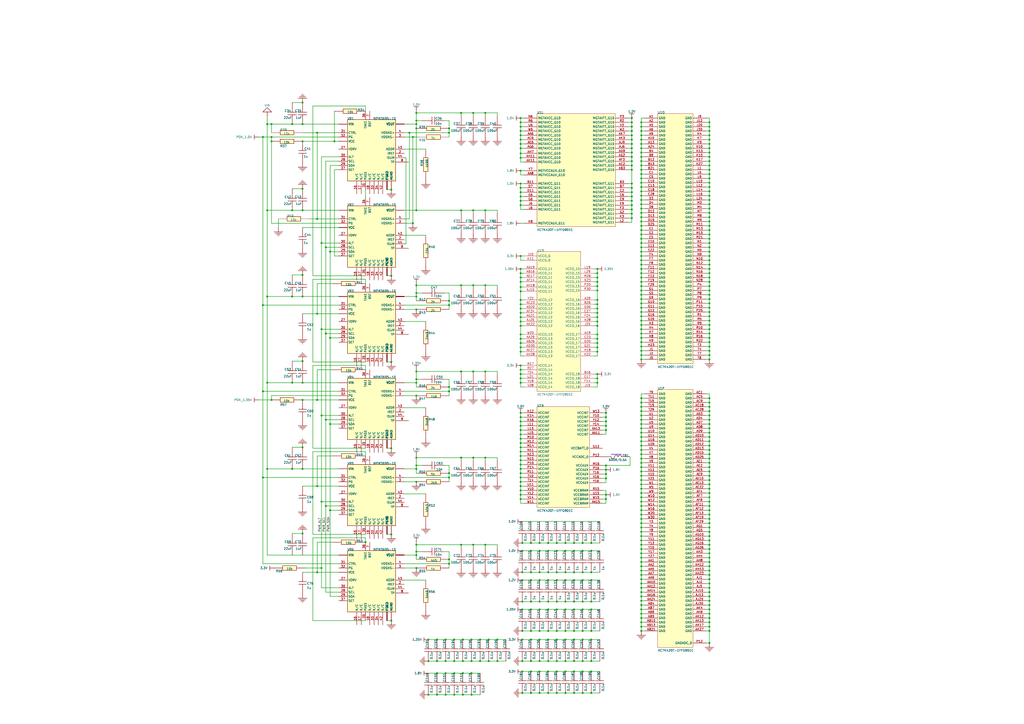
<source format=kicad_sch>
(kicad_sch (version 20221126) (generator eeschema)
  (paper "A2")
  (lib_symbols
    (symbol "m-blanc-altium-import:1.0V" (power)
      (property "Reference" "#PWR" (at 0 0 0))
      (property "Value" "1.0V" (at 0 3.81 0))
      (symbol "1.0V_0_0"
        (pin power_in line (at 0 0 0) (length 0) hide (name "1.0V") (number ""))
      )
    )
    (symbol "m-blanc-altium-import:1.2V" (power)
      (property "Reference" "#PWR" (at 0 0 0))
      (property "Value" "1.2V" (at 0 3.81 0))
      (symbol "1.2V_0_0"
        (pin power_in line (at 0 0 0) (length 0) hide (name "1.2V") (number ""))
      )
    )
    (symbol "m-blanc-altium-import:1.35V" (power)
      (property "Reference" "#PWR" (at 0 0 0))
      (property "Value" "1.35V" (at 0 3.81 0))
      (symbol "1.35V_0_0"
        (pin power_in line (at 0 0 0) (length 0) hide (name "1.35V") (number ""))
      )
    )
    (symbol "m-blanc-altium-import:1.8V" (power)
      (property "Reference" "#PWR" (at 0 0 0))
      (property "Value" "1.8V" (at 0 3.81 0))
      (symbol "1.8V_0_0"
        (pin power_in line (at 0 0 0) (length 0) hide (name "1.8V") (number ""))
      )
    )
    (symbol "m-blanc-altium-import:3.3V" (power)
      (property "Reference" "#PWR" (at 0 0 0))
      (property "Value" "3.3V" (at 0 3.81 0))
      (symbol "3.3V_0_0"
        (pin power_in line (at 0 0 0) (length 0) hide (name "3.3V") (number ""))
      )
    )
    (symbol "m-blanc-altium-import:GND" (power)
      (property "Reference" "#PWR" (at 0 0 0))
      (property "Value" "GND" (at 0 6.35 0))
      (symbol "GND_0_0"
        (pin power_in line (at 0 0 0) (length 0) hide (name "GND") (number ""))
      )
    )
    (symbol "m-blanc-altium-import:POK_1.0V" (power)
      (property "Reference" "#PWR" (at 0 0 0))
      (property "Value" "POK_1.0V" (at 0 3.81 0))
      (symbol "POK_1.0V_0_0"
        (pin power_in line (at 0 0 0) (length 0) hide (name "POK_1.0V") (number ""))
      )
    )
    (symbol "m-blanc-altium-import:POK_1.35V" (power)
      (property "Reference" "#PWR" (at 0 0 0))
      (property "Value" "POK_1.35V" (at 0 3.81 0))
      (symbol "POK_1.35V_0_0"
        (pin power_in line (at 0 0 0) (length 0) hide (name "POK_1.35V") (number ""))
      )
    )
    (symbol "m-blanc-altium-import:VIN" (power)
      (property "Reference" "#PWR" (at 0 0 0))
      (property "Value" "VIN" (at 0 6.35 0))
      (symbol "VIN_0_0"
        (pin power_in line (at 0 0 0) (length 0) hide (name "VIN") (number ""))
      )
    )
    (symbol "m-blanc-altium-import:root_0_CAP 0402"
      (symbol "root_0_CAP 0402_1_0"
        (pin passive line (at 0 0 0) (length 5) (name "1") (number "1"))
        (pin passive line (at 12.5 0 180) (length 5) (name "2") (number "2"))
      )
    )
    (symbol "m-blanc-altium-import:root_0_FERRITE 0402"
      (symbol "root_0_FERRITE 0402_1_0"
        (pin passive line (at 0 0 0) (length 5) (name "1") (number "1"))
        (pin passive line (at 16 0 180) (length 5) (name "2") (number "2"))
      )
    )
    (symbol "m-blanc-altium-import:root_0_MPM3695-10"
      (symbol "root_0_MPM3695-10_1_0"
        (pin passive line (at 25.5 -40.5 90) (length 5) (name "AGND") (number "1"))
        (pin passive line (at 33 -2.5 180) (length 5) (name "VOUT") (number "10"))
        (pin passive line (at 33 -2.5 180) (length 5) (name "VOUT") (number "11"))
        (pin passive line (at 33 -2.5 180) (length 5) (name "VOUT") (number "12"))
        (pin passive line (at 33 -2.5 180) (length 5) (name "VOUT") (number "13"))
        (pin passive line (at 33 -2.5 180) (length 5) (name "VOUT") (number "14"))
        (pin passive line (at 33 -2.5 180) (length 5) (name "VOUT") (number "15"))
        (pin passive line (at 5.5 -43 90) (length 7.5) (name "N/C") (number "16"))
        (pin passive line (at 8 -43 90) (length 7.5) (name "N/C") (number "17"))
        (pin passive line (at 13 -43 90) (length 7.5) (name "N/C") (number "18"))
        (pin passive line (at 23 -40.5 90) (length 5) (name "PGND") (number "19"))
        (pin passive line (at 33 -19.5 180) (length 5) (name "IREF") (number "2"))
        (pin passive line (at 23 -40.5 90) (length 5) (name "PGND") (number "20"))
        (pin passive line (at 23 -40.5 90) (length 5) (name "PGND") (number "21"))
        (pin passive line (at 23 -40.5 90) (length 5) (name "PGND") (number "22"))
        (pin passive line (at 23 -40.5 90) (length 5) (name "PGND") (number "23"))
        (pin passive line (at 23 -40.5 90) (length 5) (name "PGND") (number "24"))
        (pin passive line (at 23 -40.5 90) (length 5) (name "PGND") (number "25"))
        (pin passive line (at -5 -12.5 0) (length 5) (name "VCC") (number "26"))
        (pin passive line (at -5 -17 0) (length 5) (name "VDRV") (number "27"))
        (pin passive line (at -5 -24 0) (length 5) (name "SCL") (number "28"))
        (pin passive line (at -5 -26.5 0) (length 5) (name "SDA") (number "29"))
        (pin passive line (at 33 -10 180) (length 5) (name "VOSNS-") (number "3"))
        (pin passive line (at -5 -21.5 0) (length 5) (name "ALT") (number "30"))
        (pin passive line (at -5 -7.5 0) (length 5) (name "CTRL") (number "31"))
        (pin passive line (at -5 -10 0) (length 5) (name "PG") (number "32"))
        (pin passive line (at 15.5 -43 90) (length 7.5) (name "N/C") (number "33"))
        (pin passive line (at 18 -43 90) (length 7.5) (name "N/C") (number "34"))
        (pin passive line (at 10.5 -40.5 90) (length 5) (name "PASS") (number "35"))
        (pin passive line (at 10.5 4.999 270) (length 5) (name "TAKE") (number "36"))
        (pin passive line (at -5 -29 0) (length 5) (name "SET") (number "37"))
        (pin passive line (at 23 -40.5 90) (length 5) (name "PGND") (number "38"))
        (pin passive line (at 23 -40.5 90) (length 5) (name "PGND") (number "39"))
        (pin passive line (at 33 -7.5 180) (length 5) (name "VOSNS+") (number "4"))
        (pin passive line (at -5 -2.5 0) (length 5) (name "VIN") (number "40"))
        (pin passive line (at -5 -2.5 0) (length 5) (name "VIN") (number "41"))
        (pin passive line (at 20.5 -43 90) (length 7.5) (name "N/C") (number "42"))
        (pin passive line (at 33 -17 180) (length 5) (name "ADDR") (number "43"))
        (pin passive line (at 33 -22 180) (length 5) (name "ISUM") (number "44"))
        (pin passive line (at 25.5 -40.5 90) (length 5) (name "AGND") (number "45"))
        (pin passive line (at 25.5 -40.5 90) (length 5) (name "AGND") (number "5"))
        (pin passive line (at -5 -12.5 0) (length 5) (name "VCC") (number "6"))
        (pin passive line (at 13 4.999 270) (length 5) (name "BST") (number "7"))
        (pin passive line (at 35.5 -24.5 180) (length 7.5) (name "TP") (number "8"))
        (pin passive line (at 33 -2.5 180) (length 5) (name "VOUT") (number "9"))
      )
    )
    (symbol "m-blanc-altium-import:root_0_RES 0201"
      (symbol "root_0_RES 0201_1_0"
        (pin passive line (at 0 0 0) (length 5) (name "1") (number "1"))
        (pin passive line (at 18 0 180) (length 5) (name "2") (number "2"))
      )
    )
    (symbol "m-blanc-altium-import:root_0_RES 0402"
      (symbol "root_0_RES 0402_1_0"
        (pin passive line (at 0 0 0) (length 5) (name "1") (number "1"))
        (pin passive line (at 18 0 180) (length 5) (name "2") (number "2"))
      )
    )
    (symbol "m-blanc-altium-import:root_0_XC7K420T-1FFG901C"
      (symbol "root_0_XC7K420T-1FFG901C_1_0"
        (text "BANK11" (at 5.08 -15.24 900) (effects (font (size 1.778 1.778) bold) (justify left bottom)))
        (pin bidirectional line (at 48 -114.999 180) (length 7.5) (name "IO_L23P_T3_11") (number "AA17"))
        (pin bidirectional line (at 48 -117.499 180) (length 7.5) (name "IO_L23N_T3_11") (number "AA18"))
        (pin bidirectional line (at 48 -80 180) (length 7.5) (name "IO_L16P_T2_11") (number "AB14"))
        (pin bidirectional line (at 48 -82.5 180) (length 7.5) (name "IO_L16N_T2_11") (number "AB15"))
        (pin bidirectional line (at 48 -109.999 180) (length 7.5) (name "IO_L22P_T3_11") (number "AB17"))
        (pin bidirectional line (at 48 -112.499 180) (length 7.5) (name "IO_L22N_T3_11") (number "AB18"))
        (pin bidirectional line (at 48 -124.999 180) (length 7.5) (name "IO_25_11") (number "AB19"))
        (pin bidirectional line (at 48 -85 180) (length 7.5) (name "IO_L17P_T2_11") (number "AC14"))
        (pin bidirectional line (at 48 -87.5 180) (length 7.5) (name "IO_L17N_T2_11") (number "AC15"))
        (pin bidirectional line (at 48 -75 180) (length 7.5) (name "IO_L15P_T2_DQS_11") (number "AC16"))
        (pin bidirectional line (at 48 -104.999 180) (length 7.5) (name "IO_L21P_T3_DQS_11") (number "AC17"))
        (pin bidirectional line (at 48 -2.5 180) (length 7.5) (name "IO_0_11") (number "AC19"))
        (pin bidirectional line (at 48 -89.999 180) (length 7.5) (name "IO_L18P_T2_11") (number "AD14"))
        (pin bidirectional line (at 48 -77.5 180) (length 7.5) (name "IO_L15N_T2_DQS_11") (number "AD16"))
        (pin bidirectional line (at 48 -107.499 180) (length 7.5) (name "IO_L21N_T3_DQS_11") (number "AD17"))
        (pin bidirectional line (at 48 -99.999 180) (length 7.5) (name "IO_L20P_T3_11") (number "AD18"))
        (pin bidirectional line (at 48 -102.499 180) (length 7.5) (name "IO_L20N_T3_11") (number "AD19"))
        (pin bidirectional line (at 48 -92.499 180) (length 7.5) (name "IO_L18N_T2_11") (number "AE14"))
        (pin bidirectional clock (at 48 -70 180) (length 7.5) (name "IO_L14P_T2_SRCC_11") (number "AE15"))
        (pin bidirectional clock (at 48 -72.5 180) (length 7.5) (name "IO_L14N_T2_SRCC_11") (number "AE16"))
        (pin bidirectional line (at 48 -97.499 180) (length 7.5) (name "IO_L19P_T3_11") (number "AE18"))
        (pin bidirectional line (at 48 -94.999 180) (length 7.5) (name "IO_L19N_T3_VREF_11") (number "AE19"))
        (pin bidirectional clock (at 48 -65 180) (length 7.5) (name "IO_L13P_T2_MRCC_11") (number "AF15"))
        (pin bidirectional clock (at 48 -67.5 180) (length 7.5) (name "IO_L13N_T2_MRCC_11") (number "AF16"))
        (pin bidirectional clock (at 48 -60 180) (length 7.5) (name "IO_L12P_T1_MRCC_11") (number "AF17"))
        (pin bidirectional line (at 48 -30 180) (length 7.5) (name "IO_L6P_T0_11") (number "AF18"))
        (pin bidirectional line (at 48 -45 180) (length 7.5) (name "IO_L9P_T1_DQS_11") (number "AG14"))
        (pin bidirectional line (at 48 -47.5 180) (length 7.5) (name "IO_L9N_T1_DQS_11") (number "AG15"))
        (pin bidirectional clock (at 48 -62.5 180) (length 7.5) (name "IO_L12N_T1_MRCC_11") (number "AG17"))
        (pin bidirectional line (at 48 -32.5 180) (length 7.5) (name "IO_L6N_T0_VREF_11") (number "AG18"))
        (pin bidirectional line (at 48 -5 180) (length 7.5) (name "IO_L1P_T0_11") (number "AG19"))
        (pin bidirectional line (at 48 -40 180) (length 7.5) (name "IO_L8P_T1_11") (number "AH14"))
        (pin bidirectional line (at 48 -42.5 180) (length 7.5) (name "IO_L8N_T1_11") (number "AH15"))
        (pin bidirectional clock (at 48 -55 180) (length 7.5) (name "IO_L11P_T1_SRCC_11") (number "AH16"))
        (pin bidirectional clock (at 48 -57.5 180) (length 7.5) (name "IO_L11N_T1_SRCC_11") (number "AH17"))
        (pin bidirectional line (at 48 -10 180) (length 7.5) (name "IO_L2P_T0_11") (number "AH19"))
        (pin bidirectional line (at 48 -7.5 180) (length 7.5) (name "IO_L1N_T0_11") (number "AH20"))
        (pin bidirectional line (at 48 -50 180) (length 7.5) (name "IO_L10P_T1_11") (number "AJ14"))
        (pin bidirectional line (at 48 -25 180) (length 7.5) (name "IO_L5P_T0_11") (number "AJ16"))
        (pin bidirectional line (at 48 -27.5 180) (length 7.5) (name "IO_L5N_T0_11") (number "AJ17"))
        (pin bidirectional line (at 48 -20 180) (length 7.5) (name "IO_L4P_T0_11") (number "AJ18"))
        (pin bidirectional line (at 48 -12.5 180) (length 7.5) (name "IO_L2N_T0_11") (number "AJ19"))
        (pin bidirectional line (at 48 -52.5 180) (length 7.5) (name "IO_L10N_T1_11") (number "AK14"))
        (pin bidirectional line (at 48 -35 180) (length 7.5) (name "IO_L7P_T1_11") (number "AK15"))
        (pin bidirectional line (at 48 -37.5 180) (length 7.5) (name "IO_L7N_T1_11") (number "AK16"))
        (pin bidirectional line (at 48 -22.5 180) (length 7.5) (name "IO_L4N_T0_11") (number "AK18"))
        (pin bidirectional line (at 48 -15 180) (length 7.5) (name "IO_L3P_T0_DQS_11") (number "AK19"))
        (pin bidirectional line (at 48 -17.5 180) (length 7.5) (name "IO_L3N_T0_DQS_11") (number "AK20"))
        (pin bidirectional line (at 48 -119.999 180) (length 7.5) (name "IO_L24P_T3_11") (number "Y18"))
        (pin bidirectional line (at 48 -122.499 180) (length 7.5) (name "IO_L24N_T3_11") (number "Y19"))
      )
      (symbol "root_0_XC7K420T-1FFG901C_2_0"
        (text "BANK 12" (at 5.08 -15.24 900) (effects (font (size 1.778 1.778) bold) (justify left bottom)))
        (pin bidirectional line (at 48 -10 180) (length 7.5) (name "IO_L2P_T0_12") (number "AA20"))
        (pin bidirectional line (at 48 -12.5 180) (length 7.5) (name "IO_L2N_T0_12") (number "AA21"))
        (pin bidirectional line (at 48 -15 180) (length 7.5) (name "IO_L3P_T0_DQS_12") (number "AA22"))
        (pin bidirectional line (at 48 -17.5 180) (length 7.5) (name "IO_L3N_T0_DQS_12") (number "AA23"))
        (pin bidirectional line (at 48 -20 180) (length 7.5) (name "IO_L4P_T0_12") (number "AB20"))
        (pin bidirectional line (at 48 -25 180) (length 7.5) (name "IO_L5P_T0_12") (number "AB22"))
        (pin bidirectional line (at 48 -27.5 180) (length 7.5) (name "IO_L5N_T0_12") (number "AB23"))
        (pin bidirectional line (at 48 -22.5 180) (length 7.5) (name "IO_L4N_T0_12") (number "AC20"))
        (pin bidirectional line (at 48 -30 180) (length 7.5) (name "IO_L6P_T0_12") (number "AC21"))
        (pin bidirectional line (at 48 -32.5 180) (length 7.5) (name "IO_L6N_T0_VREF_12") (number "AC22"))
        (pin bidirectional line (at 48 -80 180) (length 7.5) (name "IO_L16P_T2_12") (number "AD21"))
        (pin bidirectional line (at 48 -82.5 180) (length 7.5) (name "IO_L16N_T2_12") (number "AD22"))
        (pin bidirectional line (at 48 -75 180) (length 7.5) (name "IO_L15P_T2_DQS_12") (number "AD23"))
        (pin bidirectional line (at 48 -50 180) (length 7.5) (name "IO_L10P_T1_12") (number "AD24"))
        (pin bidirectional line (at 48 -35 180) (length 7.5) (name "IO_L7P_T1_12") (number "AD26"))
        (pin bidirectional line (at 48 -124.999 180) (length 7.5) (name "IO_25_12") (number "AE20"))
        (pin bidirectional line (at 48 -85 180) (length 7.5) (name "IO_L17P_T2_12") (number "AE21"))
        (pin bidirectional line (at 48 -77.5 180) (length 7.5) (name "IO_L15N_T2_DQS_12") (number "AE23"))
        (pin bidirectional line (at 48 -52.5 180) (length 7.5) (name "IO_L10N_T1_12") (number "AE24"))
        (pin bidirectional line (at 48 -45 180) (length 7.5) (name "IO_L9P_T1_DQS_12") (number "AE25"))
        (pin bidirectional line (at 48 -37.5 180) (length 7.5) (name "IO_L7N_T1_12") (number "AE26"))
        (pin bidirectional line (at 48 -89.999 180) (length 7.5) (name "IO_L18P_T2_12") (number "AF20"))
        (pin bidirectional line (at 48 -87.5 180) (length 7.5) (name "IO_L17N_T2_12") (number "AF21"))
        (pin bidirectional clock (at 48 -70 180) (length 7.5) (name "IO_L14P_T2_SRCC_12") (number "AF22"))
        (pin bidirectional clock (at 48 -72.5 180) (length 7.5) (name "IO_L14N_T2_SRCC_12") (number "AF23"))
        (pin bidirectional clock (at 48 -55 180) (length 7.5) (name "IO_L11P_T1_SRCC_12") (number "AF25"))
        (pin bidirectional line (at 48 -47.5 180) (length 7.5) (name "IO_L9N_T1_DQS_12") (number "AF26"))
        (pin bidirectional line (at 48 -92.499 180) (length 7.5) (name "IO_L18N_T2_12") (number "AG20"))
        (pin bidirectional clock (at 48 -65 180) (length 7.5) (name "IO_L13P_T2_MRCC_12") (number "AG22"))
        (pin bidirectional clock (at 48 -67.5 180) (length 7.5) (name "IO_L13N_T2_MRCC_12") (number "AG23"))
        (pin bidirectional clock (at 48 -60 180) (length 7.5) (name "IO_L12P_T1_MRCC_12") (number "AG24"))
        (pin bidirectional clock (at 48 -57.5 180) (length 7.5) (name "IO_L11N_T1_SRCC_12") (number "AG25"))
        (pin bidirectional line (at 48 -97.499 180) (length 7.5) (name "IO_L19P_T3_12") (number "AH21"))
        (pin bidirectional line (at 48 -94.999 180) (length 7.5) (name "IO_L19N_T3_VREF_12") (number "AH22"))
        (pin bidirectional clock (at 48 -62.5 180) (length 7.5) (name "IO_L12N_T1_MRCC_12") (number "AH24"))
        (pin bidirectional line (at 48 -40 180) (length 7.5) (name "IO_L8P_T1_12") (number "AH25"))
        (pin bidirectional line (at 48 -42.5 180) (length 7.5) (name "IO_L8N_T1_12") (number "AH26"))
        (pin bidirectional line (at 48 -99.999 180) (length 7.5) (name "IO_L20P_T3_12") (number "AJ21"))
        (pin bidirectional line (at 48 -104.999 180) (length 7.5) (name "IO_L21P_T3_DQS_12") (number "AJ22"))
        (pin bidirectional line (at 48 -109.999 180) (length 7.5) (name "IO_L22P_T3_12") (number "AJ23"))
        (pin bidirectional line (at 48 -112.499 180) (length 7.5) (name "IO_L22N_T3_12") (number "AJ24"))
        (pin bidirectional line (at 48 -119.999 180) (length 7.5) (name "IO_L24P_T3_12") (number "AJ26"))
        (pin bidirectional line (at 48 -102.499 180) (length 7.5) (name "IO_L20N_T3_12") (number "AK21"))
        (pin bidirectional line (at 48 -107.499 180) (length 7.5) (name "IO_L21N_T3_DQS_12") (number "AK23"))
        (pin bidirectional line (at 48 -114.999 180) (length 7.5) (name "IO_L23P_T3_12") (number "AK24"))
        (pin bidirectional line (at 48 -117.499 180) (length 7.5) (name "IO_L23N_T3_12") (number "AK25"))
        (pin bidirectional line (at 48 -122.499 180) (length 7.5) (name "IO_L24N_T3_12") (number "AK26"))
        (pin bidirectional line (at 48 -5 180) (length 7.5) (name "IO_L1P_T0_12") (number "Y20"))
        (pin bidirectional line (at 48 -7.5 180) (length 7.5) (name "IO_L1N_T0_12") (number "Y21"))
        (pin bidirectional line (at 48 -2.5 180) (length 7.5) (name "IO_0_12") (number "Y23"))
      )
      (symbol "root_0_XC7K420T-1FFG901C_3_0"
        (text "BANK 13" (at 5.08 -15.24 900) (effects (font (size 1.778 1.778) bold) (justify left bottom)))
        (pin bidirectional line (at 48 -42.5 180) (length 7.5) (name "IO_L8N_T1_13") (number "AA25"))
        (pin bidirectional clock (at 48 -57.5 180) (length 7.5) (name "IO_L11N_T1_SRCC_13") (number "AA26"))
        (pin bidirectional clock (at 48 -60 180) (length 7.5) (name "IO_L12P_T1_MRCC_13") (number "AA27"))
        (pin bidirectional line (at 48 -5 180) (length 7.5) (name "IO_L1P_T0_13") (number "AA28"))
        (pin bidirectional line (at 48 -17.5 180) (length 7.5) (name "IO_L3N_T0_DQS_13") (number "AA30"))
        (pin bidirectional line (at 48 -50 180) (length 7.5) (name "IO_L10P_T1_13") (number "AB24"))
        (pin bidirectional line (at 48 -45 180) (length 7.5) (name "IO_L9P_T1_DQS_13") (number "AB25"))
        (pin bidirectional clock (at 48 -62.5 180) (length 7.5) (name "IO_L12N_T1_MRCC_13") (number "AB27"))
        (pin bidirectional line (at 48 -7.5 180) (length 7.5) (name "IO_L1N_T0_13") (number "AB28"))
        (pin bidirectional line (at 48 -10 180) (length 7.5) (name "IO_L2P_T0_13") (number "AB29"))
        (pin bidirectional line (at 48 -12.5 180) (length 7.5) (name "IO_L2N_T0_13") (number "AB30"))
        (pin bidirectional line (at 48 -52.5 180) (length 7.5) (name "IO_L10N_T1_13") (number "AC24"))
        (pin bidirectional line (at 48 -47.5 180) (length 7.5) (name "IO_L9N_T1_DQS_13") (number "AC25"))
        (pin bidirectional line (at 48 -35 180) (length 7.5) (name "IO_L7P_T1_13") (number "AC26"))
        (pin bidirectional clock (at 48 -65 180) (length 7.5) (name "IO_L13P_T2_MRCC_13") (number "AC27"))
        (pin bidirectional line (at 48 -75 180) (length 7.5) (name "IO_L15P_T2_DQS_13") (number "AC29"))
        (pin bidirectional line (at 48 -77.5 180) (length 7.5) (name "IO_L15N_T2_DQS_13") (number "AC30"))
        (pin bidirectional line (at 48 -37.5 180) (length 7.5) (name "IO_L7N_T1_13") (number "AD27"))
        (pin bidirectional clock (at 48 -67.5 180) (length 7.5) (name "IO_L13N_T2_MRCC_13") (number "AD28"))
        (pin bidirectional line (at 48 -80 180) (length 7.5) (name "IO_L16P_T2_13") (number "AD29"))
        (pin bidirectional clock (at 48 -70 180) (length 7.5) (name "IO_L14P_T2_SRCC_13") (number "AE28"))
        (pin bidirectional line (at 48 -82.5 180) (length 7.5) (name "IO_L16N_T2_13") (number "AE29"))
        (pin bidirectional line (at 48 -85 180) (length 7.5) (name "IO_L17P_T2_13") (number "AE30"))
        (pin bidirectional line (at 48 -89.999 180) (length 7.5) (name "IO_L18P_T2_13") (number "AF27"))
        (pin bidirectional clock (at 48 -72.5 180) (length 7.5) (name "IO_L14N_T2_SRCC_13") (number "AF28"))
        (pin bidirectional line (at 48 -87.5 180) (length 7.5) (name "IO_L17N_T2_13") (number "AF30"))
        (pin bidirectional line (at 48 -97.499 180) (length 7.5) (name "IO_L19P_T3_13") (number "AG27"))
        (pin bidirectional line (at 48 -92.499 180) (length 7.5) (name "IO_L18N_T2_13") (number "AG28"))
        (pin bidirectional line (at 48 -99.999 180) (length 7.5) (name "IO_L20P_T3_13") (number "AG29"))
        (pin bidirectional line (at 48 -109.999 180) (length 7.5) (name "IO_L22P_T3_13") (number "AG30"))
        (pin bidirectional line (at 48 -94.999 180) (length 7.5) (name "IO_L19N_T3_VREF_13") (number "AH27"))
        (pin bidirectional line (at 48 -102.499 180) (length 7.5) (name "IO_L20N_T3_13") (number "AH29"))
        (pin bidirectional line (at 48 -112.499 180) (length 7.5) (name "IO_L22N_T3_13") (number "AH30"))
        (pin bidirectional line (at 48 -104.999 180) (length 7.5) (name "IO_L21P_T3_DQS_13") (number "AJ27"))
        (pin bidirectional line (at 48 -107.499 180) (length 7.5) (name "IO_L21N_T3_DQS_13") (number "AJ28"))
        (pin bidirectional line (at 48 -114.999 180) (length 7.5) (name "IO_L23P_T3_13") (number "AJ29"))
        (pin bidirectional line (at 48 -119.999 180) (length 7.5) (name "IO_L24P_T3_13") (number "AK28"))
        (pin bidirectional line (at 48 -122.499 180) (length 7.5) (name "IO_L24N_T3_13") (number "AK29"))
        (pin bidirectional line (at 48 -117.499 180) (length 7.5) (name "IO_L23N_T3_13") (number "AK30"))
        (pin bidirectional line (at 48 -2.5 180) (length 7.5) (name "IO_0_13") (number "W24"))
        (pin bidirectional line (at 48 -30 180) (length 7.5) (name "IO_L6P_T0_13") (number "W26"))
        (pin bidirectional line (at 48 -32.5 180) (length 7.5) (name "IO_L6N_T0_VREF_13") (number "W27"))
        (pin bidirectional line (at 48 -25 180) (length 7.5) (name "IO_L5P_T0_13") (number "W28"))
        (pin bidirectional line (at 48 -27.5 180) (length 7.5) (name "IO_L5N_T0_13") (number "W29"))
        (pin bidirectional line (at 48 -124.999 180) (length 7.5) (name "IO_25_13") (number "Y24"))
        (pin bidirectional line (at 48 -40 180) (length 7.5) (name "IO_L8P_T1_13") (number "Y25"))
        (pin bidirectional clock (at 48 -55 180) (length 7.5) (name "IO_L11P_T1_SRCC_13") (number "Y26"))
        (pin bidirectional line (at 48 -20 180) (length 7.5) (name "IO_L4P_T0_13") (number "Y28"))
        (pin bidirectional line (at 48 -22.5 180) (length 7.5) (name "IO_L4N_T0_13") (number "Y29"))
        (pin bidirectional line (at 48 -15 180) (length 7.5) (name "IO_L3P_T0_DQS_13") (number "Y30"))
      )
      (symbol "root_0_XC7K420T-1FFG901C_4_0"
        (text "BANK 14" (at 5.08 -15.24 900) (effects (font (size 1.778 1.778) bold) (justify left bottom)))
        (pin bidirectional line (at 48 -97.499 180) (length 7.5) (name "IO_L19P_T3_A10_D26_14") (number "R18"))
        (pin bidirectional line (at 48 -94.999 180) (length 7.5) (name "IO_L19N_T3_A09_D25_VREF_14") (number "R19"))
        (pin bidirectional line (at 48 -75 180) (length 7.5) (name "IO_L15P_T2_DQS_RDWR_B_14") (number "R20"))
        (pin bidirectional line (at 48 -77.5 180) (length 7.5) (name "IO_L15N_T2_DQS_DOUT_CSO_B_14") (number "R21"))
        (pin bidirectional line (at 48 -40 180) (length 7.5) (name "IO_L8P_T1_D11_14") (number "R23"))
        (pin bidirectional line (at 48 -35 180) (length 7.5) (name "IO_L7P_T1_D09_14") (number "R24"))
        (pin bidirectional line (at 48 -37.5 180) (length 7.5) (name "IO_L7N_T1_D10_14") (number "R25"))
        (pin bidirectional line (at 48 -50 180) (length 7.5) (name "IO_L10P_T1_D14_14") (number "R26"))
        (pin bidirectional line (at 48 -10 180) (length 7.5) (name "IO_L2P_T0_D02_14") (number "R28"))
        (pin bidirectional line (at 48 -5 180) (length 7.5) (name "IO_L1P_T0_D00_MOSI_14") (number "R30"))
        (pin bidirectional line (at 48 -104.999 180) (length 7.5) (name "IO_L21P_T3_DQS_14") (number "T17"))
        (pin bidirectional line (at 48 -107.499 180) (length 7.5) (name "IO_L21N_T3_DQS_A06_D22_14") (number "T18"))
        (pin bidirectional line (at 48 -80 180) (length 7.5) (name "IO_L16P_T2_CSI_B_14") (number "T20"))
        (pin bidirectional line (at 48 -82.5 180) (length 7.5) (name "IO_L16N_T2_A15_D31_14") (number "T21"))
        (pin bidirectional line (at 48 -2.5 180) (length 7.5) (name "IO_0_14") (number "T22"))
        (pin bidirectional line (at 48 -42.5 180) (length 7.5) (name "IO_L8N_T1_D12_14") (number "T23"))
        (pin bidirectional clock (at 48 -55 180) (length 7.5) (name "IO_L11P_T1_SRCC_14") (number "T25"))
        (pin bidirectional clock (at 48 -57.5 180) (length 7.5) (name "IO_L11N_T1_SRCC_14") (number "T26"))
        (pin bidirectional line (at 48 -52.5 180) (length 7.5) (name "IO_L10N_T1_D15_14") (number "T27"))
        (pin bidirectional line (at 48 -12.5 180) (length 7.5) (name "IO_L2N_T0_D03_14") (number "T28"))
        (pin bidirectional line (at 48 -7.5 180) (length 7.5) (name "IO_L1N_T0_D01_DIN_14") (number "T30"))
        (pin bidirectional line (at 48 -109.999 180) (length 7.5) (name "IO_L22P_T3_A05_D21_14") (number "U17"))
        (pin bidirectional line (at 48 -112.499 180) (length 7.5) (name "IO_L22N_T3_A04_D20_14") (number "U18"))
        (pin bidirectional line (at 48 -99.999 180) (length 7.5) (name "IO_L20P_T3_A08_D24_14") (number "U19"))
        (pin bidirectional line (at 48 -85 180) (length 7.5) (name "IO_L17P_T2_A14_D30_14") (number "U20"))
        (pin bidirectional clock (at 48 -70 180) (length 7.5) (name "IO_L14P_T2_SRCC_14") (number "U22"))
        (pin bidirectional clock (at 48 -72.5 180) (length 7.5) (name "IO_L14N_T2_SRCC_14") (number "U23"))
        (pin bidirectional clock (at 48 -60 180) (length 7.5) (name "IO_L12P_T1_MRCC_14") (number "U24"))
        (pin bidirectional clock (at 48 -62.5 180) (length 7.5) (name "IO_L12N_T1_MRCC_14") (number "U25"))
        (pin bidirectional line (at 48 -25 180) (length 7.5) (name "IO_L5P_T0_D06_14") (number "U27"))
        (pin bidirectional line (at 48 -27.5 180) (length 7.5) (name "IO_L5N_T0_D07_14") (number "U28"))
        (pin bidirectional line (at 48 -20 180) (length 7.5) (name "IO_L4P_T0_D04_14") (number "U29"))
        (pin bidirectional line (at 48 -22.5 180) (length 7.5) (name "IO_L4N_T0_D05_14") (number "U30"))
        (pin bidirectional line (at 48 -114.999 180) (length 7.5) (name "IO_L23P_T3_A03_D19_14") (number "V17"))
        (pin bidirectional line (at 48 -102.499 180) (length 7.5) (name "IO_L20N_T3_A07_D23_14") (number "V19"))
        (pin bidirectional line (at 48 -87.5 180) (length 7.5) (name "IO_L17N_T2_A13_D29_14") (number "V20"))
        (pin bidirectional clock (at 48 -65 180) (length 7.5) (name "IO_L13P_T2_MRCC_14") (number "V21"))
        (pin bidirectional clock (at 48 -67.5 180) (length 7.5) (name "IO_L13N_T2_MRCC_14") (number "V22"))
        (pin bidirectional line (at 48 -45 180) (length 7.5) (name "IO_L9P_T1_DQS_14") (number "V24"))
        (pin bidirectional line (at 48 -47.5 180) (length 7.5) (name "IO_L9N_T1_DQS_D13_14") (number "V25"))
        (pin bidirectional line (at 48 -30 180) (length 7.5) (name "IO_L6P_T0_FCS_B_14") (number "V26"))
        (pin bidirectional line (at 48 -32.5 180) (length 7.5) (name "IO_L6N_T0_D08_VREF_14") (number "V27"))
        (pin bidirectional line (at 48 -15 180) (length 7.5) (name "IO_L3P_T0_DQS_PUDC_B_14") (number "V29"))
        (pin bidirectional clock (at 48 -17.5 180) (length 7.5) (name "IO_L3N_T0_DQS_EMCCLK_14") (number "V30"))
        (pin bidirectional line (at 48 -117.499 180) (length 7.5) (name "IO_L23N_T3_A02_D18_14") (number "W17"))
        (pin bidirectional line (at 48 -119.999 180) (length 7.5) (name "IO_L24P_T3_A01_D17_14") (number "W18"))
        (pin bidirectional line (at 48 -122.499 180) (length 7.5) (name "IO_L24N_T3_A00_D16_14") (number "W19"))
        (pin bidirectional line (at 48 -124.999 180) (length 7.5) (name "IO_25_14") (number "W21"))
        (pin bidirectional line (at 48 -89.999 180) (length 7.5) (name "IO_L18P_T2_A12_D28_14") (number "W22"))
        (pin bidirectional line (at 48 -92.499 180) (length 7.5) (name "IO_L18N_T2_A11_D27_14") (number "W23"))
      )
      (symbol "root_0_XC7K420T-1FFG901C_5_0"
        (text "BANK 15" (at 5.08 -15.24 900) (effects (font (size 1.778 1.778) bold) (justify left bottom)))
        (pin bidirectional line (at 48 -77.5 180) (length 7.5) (name "IO_L15N_T2_DQS_ADV_B_15") (number "K24"))
        (pin bidirectional line (at 48 -35 180) (length 7.5) (name "IO_L7P_T1_AD10P_15") (number "K25"))
        (pin bidirectional line (at 48 -37.5 180) (length 7.5) (name "IO_L7N_T1_AD10N_15") (number "K26"))
        (pin bidirectional line (at 48 -5 180) (length 7.5) (name "IO_L1P_T0_AD0P_15") (number "K28"))
        (pin bidirectional line (at 48 -7.5 180) (length 7.5) (name "IO_L1N_T0_AD0N_15") (number "K29"))
        (pin bidirectional line (at 48 -12.5 180) (length 7.5) (name "IO_L2N_T0_AD8N_15") (number "K30"))
        (pin bidirectional line (at 48 -89.999 180) (length 7.5) (name "IO_L18P_T2_A24_15") (number "L20"))
        (pin bidirectional line (at 48 -92.499 180) (length 7.5) (name "IO_L18N_T2_A23_15") (number "L21"))
        (pin bidirectional line (at 48 -2.5 180) (length 7.5) (name "IO_0_15") (number "L22"))
        (pin bidirectional line (at 48 -75 180) (length 7.5) (name "IO_L15P_T2_DQS_15") (number "L23"))
        (pin bidirectional clock (at 48 -57.5 180) (length 7.5) (name "IO_L11N_T1_SRCC_AD12N_15") (number "L25"))
        (pin bidirectional clock (at 48 -60 180) (length 7.5) (name "IO_L12P_T1_MRCC_AD5P_15") (number "L26"))
        (pin bidirectional clock (at 48 -62.5 180) (length 7.5) (name "IO_L12N_T1_MRCC_AD5N_15") (number "L27"))
        (pin bidirectional line (at 48 -32.5 180) (length 7.5) (name "IO_L6N_T0_VREF_15") (number "L28"))
        (pin bidirectional line (at 48 -10 180) (length 7.5) (name "IO_L2P_T0_AD8P_15") (number "L30"))
        (pin bidirectional line (at 48 -117.499 180) (length 7.5) (name "IO_L23N_T3_FWE_B_15") (number "M17"))
        (pin bidirectional line (at 48 -104.999 180) (length 7.5) (name "IO_L21P_T3_DQS_15") (number "M18"))
        (pin bidirectional line (at 48 -107.499 180) (length 7.5) (name "IO_L21N_T3_DQS_A18_15") (number "M19"))
        (pin bidirectional line (at 48 -94.999 180) (length 7.5) (name "IO_L19N_T3_A21_VREF_15") (number "M20"))
        (pin bidirectional line (at 48 -82.5 180) (length 7.5) (name "IO_L16N_T2_A27_15") (number "M22"))
        (pin bidirectional clock (at 48 -65 180) (length 7.5) (name "IO_L13P_T2_MRCC_15") (number "M23"))
        (pin bidirectional clock (at 48 -67.5 180) (length 7.5) (name "IO_L13N_T2_MRCC_15") (number "M24"))
        (pin bidirectional clock (at 48 -55 180) (length 7.5) (name "IO_L11P_T1_SRCC_AD12P_15") (number "M25"))
        (pin bidirectional line (at 48 -47.5 180) (length 7.5) (name "IO_L9N_T1_DQS_AD11N_15") (number "M27"))
        (pin bidirectional line (at 48 -30 180) (length 7.5) (name "IO_L6P_T0_15") (number "M28"))
        (pin bidirectional line (at 48 -22.5 180) (length 7.5) (name "IO_L4N_T0_AD9N_15") (number "M29"))
        (pin bidirectional line (at 48 -17.5 180) (length 7.5) (name "IO_L3N_T0_DQS_AD1N_15") (number "M30"))
        (pin bidirectional line (at 48 -114.999 180) (length 7.5) (name "IO_L23P_T3_FOE_B_15") (number "N17"))
        (pin bidirectional line (at 48 -112.499 180) (length 7.5) (name "IO_L22N_T3_A16_15") (number "N19"))
        (pin bidirectional line (at 48 -97.499 180) (length 7.5) (name "IO_L19P_T3_A22_15") (number "N20"))
        (pin bidirectional line (at 48 -102.499 180) (length 7.5) (name "IO_L20N_T3_A19_15") (number "N21"))
        (pin bidirectional line (at 48 -80 180) (length 7.5) (name "IO_L16P_T2_A28_15") (number "N22"))
        (pin bidirectional clock (at 48 -70 180) (length 7.5) (name "IO_L14P_T2_SRCC_15") (number "N24"))
        (pin bidirectional clock (at 48 -72.5 180) (length 7.5) (name "IO_L14N_T2_SRCC_15") (number "N25"))
        (pin bidirectional line (at 48 -42.5 180) (length 7.5) (name "IO_L8N_T1_AD3N_15") (number "N26"))
        (pin bidirectional line (at 48 -45 180) (length 7.5) (name "IO_L9P_T1_DQS_AD11P_15") (number "N27"))
        (pin bidirectional line (at 48 -20 180) (length 7.5) (name "IO_L4P_T0_AD9P_15") (number "N29"))
        (pin bidirectional line (at 48 -15 180) (length 7.5) (name "IO_L3P_T0_DQS_AD1P_15") (number "N30"))
        (pin bidirectional line (at 48 -119.999 180) (length 7.5) (name "IO_L24P_T3_RS1_15") (number "P17"))
        (pin bidirectional line (at 48 -122.499 180) (length 7.5) (name "IO_L24N_T3_RS0_15") (number "P18"))
        (pin bidirectional line (at 48 -109.999 180) (length 7.5) (name "IO_L22P_T3_A17_15") (number "P19"))
        (pin bidirectional line (at 48 -99.999 180) (length 7.5) (name "IO_L20P_T3_A20_15") (number "P21"))
        (pin bidirectional line (at 48 -124.999 180) (length 7.5) (name "IO_25_15") (number "P22"))
        (pin bidirectional line (at 48 -85 180) (length 7.5) (name "IO_L17P_T2_A26_15") (number "P23"))
        (pin bidirectional line (at 48 -87.5 180) (length 7.5) (name "IO_L17N_T2_A25_15") (number "P24"))
        (pin bidirectional line (at 48 -40 180) (length 7.5) (name "IO_L8P_T1_AD3P_15") (number "P26"))
        (pin bidirectional line (at 48 -50 180) (length 7.5) (name "IO_L10P_T1_AD4P_15") (number "P27"))
        (pin bidirectional line (at 48 -52.5 180) (length 7.5) (name "IO_L10N_T1_AD4N_15") (number "P28"))
        (pin bidirectional line (at 48 -27.5 180) (length 7.5) (name "IO_L5N_T0_AD2N_15") (number "P29"))
        (pin bidirectional line (at 48 -25 180) (length 7.5) (name "IO_L5P_T0_AD2P_15") (number "R29"))
      )
      (symbol "root_0_XC7K420T-1FFG901C_6_0"
        (text "BANK 16" (at 5.08 -15.24 900) (effects (font (size 1.778 1.778) bold) (justify left bottom)))
        (pin bidirectional line (at 48 -20 180) (length 7.5) (name "IO_L4P_T0_16") (number "A25"))
        (pin bidirectional line (at 48 -22.5 180) (length 7.5) (name "IO_L4N_T0_16") (number "A26"))
        (pin bidirectional line (at 48 -119.999 180) (length 7.5) (name "IO_L24P_T3_16") (number "A27"))
        (pin bidirectional line (at 48 -122.499 180) (length 7.5) (name "IO_L24N_T3_16") (number "A28"))
        (pin bidirectional line (at 48 -117.499 180) (length 7.5) (name "IO_L23N_T3_16") (number "A30"))
        (pin bidirectional line (at 48 -10 180) (length 7.5) (name "IO_L2P_T0_16") (number "B24"))
        (pin bidirectional line (at 48 -12.5 180) (length 7.5) (name "IO_L2N_T0_16") (number "B25"))
        (pin bidirectional line (at 48 -27.5 180) (length 7.5) (name "IO_L5N_T0_16") (number "B27"))
        (pin bidirectional line (at 48 -109.999 180) (length 7.5) (name "IO_L22P_T3_16") (number "B28"))
        (pin bidirectional line (at 48 -112.499 180) (length 7.5) (name "IO_L22N_T3_16") (number "B29"))
        (pin bidirectional line (at 48 -114.999 180) (length 7.5) (name "IO_L23P_T3_16") (number "B30"))
        (pin bidirectional line (at 48 -7.5 180) (length 7.5) (name "IO_L1N_T0_16") (number "C24"))
        (pin bidirectional line (at 48 -15 180) (length 7.5) (name "IO_L3P_T0_DQS_16") (number "C25"))
        (pin bidirectional line (at 48 -17.5 180) (length 7.5) (name "IO_L3N_T0_DQS_16") (number "C26"))
        (pin bidirectional line (at 48 -25 180) (length 7.5) (name "IO_L5P_T0_16") (number "C27"))
        (pin bidirectional line (at 48 -104.999 180) (length 7.5) (name "IO_L21P_T3_DQS_16") (number "C29"))
        (pin bidirectional line (at 48 -107.499 180) (length 7.5) (name "IO_L21N_T3_DQS_16") (number "C30"))
        (pin bidirectional line (at 48 -5 180) (length 7.5) (name "IO_L1P_T0_16") (number "D24"))
        (pin bidirectional line (at 48 -30 180) (length 7.5) (name "IO_L6P_T0_16") (number "D26"))
        (pin bidirectional line (at 48 -32.5 180) (length 7.5) (name "IO_L6N_T0_VREF_16") (number "D27"))
        (pin bidirectional line (at 48 -94.999 180) (length 7.5) (name "IO_L19N_T3_VREF_16") (number "D28"))
        (pin bidirectional line (at 48 -102.499 180) (length 7.5) (name "IO_L20N_T3_16") (number "D29"))
        (pin bidirectional line (at 48 -2.5 180) (length 7.5) (name "IO_0_16") (number "E24"))
        (pin bidirectional clock (at 48 -60 180) (length 7.5) (name "IO_L12P_T1_MRCC_16") (number "E25"))
        (pin bidirectional clock (at 48 -62.5 180) (length 7.5) (name "IO_L12N_T1_MRCC_16") (number "E26"))
        (pin bidirectional line (at 48 -97.499 180) (length 7.5) (name "IO_L19P_T3_16") (number "E28"))
        (pin bidirectional line (at 48 -99.999 180) (length 7.5) (name "IO_L20P_T3_16") (number "E29"))
        (pin bidirectional line (at 48 -82.5 180) (length 7.5) (name "IO_L16N_T2_16") (number "E30"))
        (pin bidirectional clock (at 48 -55 180) (length 7.5) (name "IO_L11P_T1_SRCC_16") (number "F25"))
        (pin bidirectional clock (at 48 -57.5 180) (length 7.5) (name "IO_L11N_T1_SRCC_16") (number "F26"))
        (pin bidirectional clock (at 48 -67.5 180) (length 7.5) (name "IO_L13N_T2_MRCC_16") (number "F27"))
        (pin bidirectional clock (at 48 -72.5 180) (length 7.5) (name "IO_L14N_T2_SRCC_16") (number "F28"))
        (pin bidirectional line (at 48 -80 180) (length 7.5) (name "IO_L16P_T2_16") (number "F30"))
        (pin bidirectional line (at 48 -37.5 180) (length 7.5) (name "IO_L7N_T1_16") (number "G24"))
        (pin bidirectional line (at 48 -42.5 180) (length 7.5) (name "IO_L8N_T1_16") (number "G25"))
        (pin bidirectional clock (at 48 -65 180) (length 7.5) (name "IO_L13P_T2_MRCC_16") (number "G27"))
        (pin bidirectional clock (at 48 -70 180) (length 7.5) (name "IO_L14P_T2_SRCC_16") (number "G28"))
        (pin bidirectional line (at 48 -77.5 180) (length 7.5) (name "IO_L15N_T2_DQS_16") (number "G29"))
        (pin bidirectional line (at 48 -87.5 180) (length 7.5) (name "IO_L17N_T2_16") (number "G30"))
        (pin bidirectional line (at 48 -35 180) (length 7.5) (name "IO_L7P_T1_16") (number "H24"))
        (pin bidirectional line (at 48 -40 180) (length 7.5) (name "IO_L8P_T1_16") (number "H25"))
        (pin bidirectional line (at 48 -50 180) (length 7.5) (name "IO_L10P_T1_16") (number "H26"))
        (pin bidirectional line (at 48 -52.5 180) (length 7.5) (name "IO_L10N_T1_16") (number "H27"))
        (pin bidirectional line (at 48 -75 180) (length 7.5) (name "IO_L15P_T2_DQS_16") (number "H29"))
        (pin bidirectional line (at 48 -85 180) (length 7.5) (name "IO_L17P_T2_16") (number "H30"))
        (pin bidirectional line (at 48 -124.999 180) (length 7.5) (name "IO_25_16") (number "J24"))
        (pin bidirectional line (at 48 -45 180) (length 7.5) (name "IO_L9P_T1_DQS_16") (number "J26"))
        (pin bidirectional line (at 48 -47.5 180) (length 7.5) (name "IO_L9N_T1_DQS_16") (number "J27"))
        (pin bidirectional line (at 48 -89.999 180) (length 7.5) (name "IO_L18P_T2_16") (number "J28"))
        (pin bidirectional line (at 48 -92.499 180) (length 7.5) (name "IO_L18N_T2_16") (number "J29"))
      )
      (symbol "root_0_XC7K420T-1FFG901C_7_0"
        (text "BANK 17" (at 5.08 -15.24 900) (effects (font (size 1.778 1.778) bold) (justify left bottom)))
        (pin bidirectional line (at 48 -107.499 180) (length 7.5) (name "IO_L21N_T3_DQS_17") (number "A18"))
        (pin bidirectional line (at 48 -109.999 180) (length 7.5) (name "IO_L22P_T3_17") (number "A20"))
        (pin bidirectional line (at 48 -112.499 180) (length 7.5) (name "IO_L22N_T3_17") (number "A21"))
        (pin bidirectional line (at 48 -119.999 180) (length 7.5) (name "IO_L24P_T3_17") (number "A22"))
        (pin bidirectional line (at 48 -122.499 180) (length 7.5) (name "IO_L24N_T3_17") (number "A23"))
        (pin bidirectional line (at 48 -104.999 180) (length 7.5) (name "IO_L21P_T3_DQS_17") (number "B18"))
        (pin bidirectional line (at 48 -99.999 180) (length 7.5) (name "IO_L20P_T3_17") (number "B19"))
        (pin bidirectional line (at 48 -102.499 180) (length 7.5) (name "IO_L20N_T3_17") (number "B20"))
        (pin bidirectional line (at 48 -114.999 180) (length 7.5) (name "IO_L23P_T3_17") (number "B22"))
        (pin bidirectional line (at 48 -117.499 180) (length 7.5) (name "IO_L23N_T3_17") (number "B23"))
        (pin bidirectional line (at 48 -97.499 180) (length 7.5) (name "IO_L19P_T3_17") (number "C19"))
        (pin bidirectional line (at 48 -94.999 180) (length 7.5) (name "IO_L19N_T3_VREF_17") (number "C20"))
        (pin bidirectional line (at 48 -80 180) (length 7.5) (name "IO_L16P_T2_17") (number "C21"))
        (pin bidirectional line (at 48 -82.5 180) (length 7.5) (name "IO_L16N_T2_17") (number "C22"))
        (pin bidirectional line (at 48 -89.999 180) (length 7.5) (name "IO_L18P_T2_17") (number "D18"))
        (pin bidirectional line (at 48 -92.499 180) (length 7.5) (name "IO_L18N_T2_17") (number "D19"))
        (pin bidirectional clock (at 48 -70 180) (length 7.5) (name "IO_L14P_T2_SRCC_17") (number "D21"))
        (pin bidirectional clock (at 48 -72.5 180) (length 7.5) (name "IO_L14N_T2_SRCC_17") (number "D22"))
        (pin bidirectional line (at 48 -77.5 180) (length 7.5) (name "IO_L15N_T2_DQS_17") (number "D23"))
        (pin bidirectional line (at 48 -85 180) (length 7.5) (name "IO_L17P_T2_17") (number "E18"))
        (pin bidirectional line (at 48 -87.5 180) (length 7.5) (name "IO_L17N_T2_17") (number "E19"))
        (pin bidirectional clock (at 48 -65 180) (length 7.5) (name "IO_L13P_T2_MRCC_17") (number "E20"))
        (pin bidirectional clock (at 48 -67.5 180) (length 7.5) (name "IO_L13N_T2_MRCC_17") (number "E21"))
        (pin bidirectional line (at 48 -75 180) (length 7.5) (name "IO_L15P_T2_DQS_17") (number "E23"))
        (pin bidirectional line (at 48 -52.5 180) (length 7.5) (name "IO_L10N_T1_17") (number "F18"))
        (pin bidirectional clock (at 48 -60 180) (length 7.5) (name "IO_L12P_T1_MRCC_17") (number "F20"))
        (pin bidirectional clock (at 48 -62.5 180) (length 7.5) (name "IO_L12N_T1_MRCC_17") (number "F21"))
        (pin bidirectional clock (at 48 -57.5 180) (length 7.5) (name "IO_L11N_T1_SRCC_17") (number "F22"))
        (pin bidirectional line (at 48 -37.5 180) (length 7.5) (name "IO_L7N_T1_17") (number "F23"))
        (pin bidirectional line (at 48 -50 180) (length 7.5) (name "IO_L10P_T1_17") (number "G18"))
        (pin bidirectional line (at 48 -47.5 180) (length 7.5) (name "IO_L9N_T1_DQS_17") (number "G19"))
        (pin bidirectional line (at 48 -42.5 180) (length 7.5) (name "IO_L8N_T1_17") (number "G20"))
        (pin bidirectional clock (at 48 -55 180) (length 7.5) (name "IO_L11P_T1_SRCC_17") (number "G22"))
        (pin bidirectional line (at 48 -35 180) (length 7.5) (name "IO_L7P_T1_17") (number "G23"))
        (pin bidirectional line (at 48 -45 180) (length 7.5) (name "IO_L9P_T1_DQS_17") (number "H19"))
        (pin bidirectional line (at 48 -40 180) (length 7.5) (name "IO_L8P_T1_17") (number "H20"))
        (pin bidirectional line (at 48 -2.5 180) (length 7.5) (name "IO_0_17") (number "H21"))
        (pin bidirectional line (at 48 -12.5 180) (length 7.5) (name "IO_L2N_T0_17") (number "H22"))
        (pin bidirectional line (at 48 -25 180) (length 7.5) (name "IO_L5P_T0_17") (number "J18"))
        (pin bidirectional line (at 48 -27.5 180) (length 7.5) (name "IO_L5N_T0_17") (number "J19"))
        (pin bidirectional line (at 48 -17.5 180) (length 7.5) (name "IO_L3N_T0_DQS_17") (number "J21"))
        (pin bidirectional line (at 48 -10 180) (length 7.5) (name "IO_L2P_T0_17") (number "J22"))
        (pin bidirectional line (at 48 -7.5 180) (length 7.5) (name "IO_L1N_T0_17") (number "J23"))
        (pin bidirectional line (at 48 -32.5 180) (length 7.5) (name "IO_L6N_T0_VREF_17") (number "K18"))
        (pin bidirectional line (at 48 -20 180) (length 7.5) (name "IO_L4P_T0_17") (number "K19"))
        (pin bidirectional line (at 48 -22.5 180) (length 7.5) (name "IO_L4N_T0_17") (number "K20"))
        (pin bidirectional line (at 48 -15 180) (length 7.5) (name "IO_L3P_T0_DQS_17") (number "K21"))
        (pin bidirectional line (at 48 -5 180) (length 7.5) (name "IO_L1P_T0_17") (number "K23"))
        (pin bidirectional line (at 48 -124.999 180) (length 7.5) (name "IO_25_17") (number "L17"))
        (pin bidirectional line (at 48 -30 180) (length 7.5) (name "IO_L6P_T0_17") (number "L18"))
      )
      (symbol "root_0_XC7K420T-1FFG901C_8_0"
        (text "BANK 18" (at 5.08 -15.24 900) (effects (font (size 1.778 1.778) bold) (justify left bottom)))
        (pin bidirectional line (at 48 -60 180) (length 7.5) (name "IO_L17N_T2_18") (number "A14"))
        (pin bidirectional line (at 48 -62.5 180) (length 7.5) (name "IO_L18P_T2_18") (number "A15"))
        (pin bidirectional line (at 48 -65 180) (length 7.5) (name "IO_L18N_T2_18") (number "A16"))
        (pin bidirectional line (at 48 -75 180) (length 7.5) (name "IO_L20N_T3_18") (number "A17"))
        (pin bidirectional line (at 48 -57.5 180) (length 7.5) (name "IO_L17P_T2_18") (number "B14"))
        (pin bidirectional line (at 48 -55 180) (length 7.5) (name "IO_L16N_T2_18") (number "B15"))
        (pin bidirectional line (at 48 -72.5 180) (length 7.5) (name "IO_L20P_T3_18") (number "B17"))
        (pin bidirectional line (at 48 -52.5 180) (length 7.5) (name "IO_L16P_T2_18") (number "C14"))
        (pin bidirectional clock (at 48 -37.5 180) (length 7.5) (name "IO_L13P_T2_MRCC_18") (number "C15"))
        (pin bidirectional clock (at 48 -40 180) (length 7.5) (name "IO_L13N_T2_MRCC_18") (number "C16"))
        (pin bidirectional line (at 48 -70 180) (length 7.5) (name "IO_L19N_T3_VREF_18") (number "C17"))
        (pin bidirectional line (at 48 -50 180) (length 7.5) (name "IO_L15N_T2_DQS_18") (number "D14"))
        (pin bidirectional clock (at 48 -45 180) (length 7.5) (name "IO_L14N_T2_SRCC_18") (number "D16"))
        (pin bidirectional line (at 48 -67.5 180) (length 7.5) (name "IO_L19P_T3_18") (number "D17"))
        (pin bidirectional line (at 48 -47.5 180) (length 7.5) (name "IO_L15P_T2_DQS_18") (number "E14"))
        (pin bidirectional clock (at 48 -42.5 180) (length 7.5) (name "IO_L14P_T2_SRCC_18") (number "E15"))
        (pin bidirectional clock (at 48 -27.5 180) (length 7.5) (name "IO_L11N_T1_SRCC_18") (number "E16"))
        (pin bidirectional clock (at 48 -35 180) (length 7.5) (name "IO_L12N_T1_MRCC_18") (number "F15"))
        (pin bidirectional clock (at 48 -30 180) (length 7.5) (name "IO_L11P_T1_SRCC_18") (number "F16"))
        (pin bidirectional line (at 48 -25 180) (length 7.5) (name "IO_L10N_T1_18") (number "F17"))
        (pin bidirectional line (at 48 -20 180) (length 7.5) (name "IO_L9N_T1_DQS_18") (number "G14"))
        (pin bidirectional clock (at 48 -32.5 180) (length 7.5) (name "IO_L12P_T1_MRCC_18") (number "G15"))
        (pin bidirectional line (at 48 -22.5 180) (length 7.5) (name "IO_L10P_T1_18") (number "G17"))
        (pin bidirectional line (at 48 -17.5 180) (length 7.5) (name "IO_L9P_T1_DQS_18") (number "H14"))
        (pin bidirectional line (at 48 -10 180) (length 7.5) (name "IO_L7N_T1_18") (number "H15"))
        (pin bidirectional line (at 48 -12.5 180) (length 7.5) (name "IO_L8P_T1_18") (number "H16"))
        (pin bidirectional line (at 48 -15 180) (length 7.5) (name "IO_L8N_T1_18") (number "H17"))
        (pin bidirectional line (at 48 -7.5 180) (length 7.5) (name "IO_L7P_T1_18") (number "J14"))
        (pin bidirectional line (at 48 -2.5 180) (length 7.5) (name "IO_L6P_T0_18") (number "J16"))
        (pin bidirectional line (at 48 -5 180) (length 7.5) (name "IO_L6N_T0_VREF_18") (number "J17"))
      )
      (symbol "root_0_XC7K420T-1FFG901C_9_0"
        (pin input line (at -7.5 -35.5 0) (length 7.5) (name "PROGRAM_B_0") (number "AB11"))
        (pin input line (at -7.5 -22.5 0) (length 7.5) (name "M2_0") (number "AB12"))
        (pin bidirectional line (at -7.5 -28 0) (length 7.5) (name "DONE_0") (number "AC10"))
        (pin input line (at -7.5 -38 0) (length 7.5) (name "CFGBVS_0") (number "AC11"))
        (pin input line (at -7.5 -20 0) (length 7.5) (name "M1_0") (number "AC12"))
        (pin input line (at -7.5 -17.5 0) (length 7.5) (name "M0_0") (number "AC13"))
        (pin bidirectional line (at -7.5 -30.5 0) (length 7.5) (name "INIT_B_0") (number "H10"))
        (pin input line (at -7.5 -2.5 0) (length 7.5) (name "TDI_0") (number "H11"))
        (pin input clock (at -7.5 -7.5 0) (length 7.5) (name "TCK_0") (number "H12"))
        (pin bidirectional clock (at -7.5 -15 0) (length 7.5) (name "CCLK_0") (number "H13"))
        (pin input line (at -7.5 -10 0) (length 7.5) (name "TMS_0") (number "J11"))
        (pin output line (at -7.5 -5 0) (length 7.5) (name "TDO_0") (number "J13"))
        (pin input line (at -7.5 -53.5 0) (length 7.5) (name "VREFN_0") (number "R12"))
        (pin input line (at -7.5 -43 0) (length 7.5) (name "VP_0") (number "R13"))
        (pin input line (at -7.5 -45.5 0) (length 7.5) (name "VN_0") (number "T12"))
        (pin input line (at -7.5 -50.5 0) (length 7.5) (name "VREFP_0") (number "T13"))
        (pin input line (at -7.5 -61 0) (length 7.5) (name "DXN_0") (number "U12"))
        (pin input line (at -7.5 -58.5 0) (length 7.5) (name "DXP_0") (number "U13"))
      )
      (symbol "root_0_XC7K420T-1FFG901C_10_0"
        (pin input line (at -7.5 -93.999 0) (length 7.5) (name "MGTXRXN1_113") (number "AA3"))
        (pin input line (at -7.5 -91.499 0) (length 7.5) (name "MGTXRXP1_113") (number "AA4"))
        (pin output line (at 53 -98.999 180) (length 7.5) (name "MGTXTXN2_113") (number "AB1"))
        (pin output line (at 53 -96.499 180) (length 7.5) (name "MGTXTXP2_113") (number "AB2"))
        (pin input line (at -7.5 -88.999 0) (length 7.5) (name "MGTXRXN0_113") (number "AB5"))
        (pin input line (at -7.5 -86.5 0) (length 7.5) (name "MGTXRXP0_113") (number "AB6"))
        (pin input line (at -7.5 -68.5 0) (length 7.5) (name "MGTXRXN3_112") (number "AC3"))
        (pin input line (at -7.5 -66 0) (length 7.5) (name "MGTXRXP3_112") (number "AC4"))
        (pin input clock (at -7.5 -5 0) (length 7.5) (name "MGTREFCLK0N_111") (number "AC7"))
        (pin input clock (at -7.5 -2.5 0) (length 7.5) (name "MGTREFCLK0P_111") (number "AC8"))
        (pin output line (at 53 -93.999 180) (length 7.5) (name "MGTXTXN1_113") (number "AD1"))
        (pin output line (at 53 -91.499 180) (length 7.5) (name "MGTXTXP1_113") (number "AD2"))
        (pin input clock (at -7.5 -40.5 0) (length 7.5) (name "MGTREFCLK0N_112") (number "AD5"))
        (pin input clock (at -7.5 -38 0) (length 7.5) (name "MGTREFCLK0P_112") (number "AD6"))
        (pin input line (at -7.5 -33 0) (length 7.5) (name "MGTXRXN3_111") (number "AE11"))
        (pin input line (at -7.5 -30.5 0) (length 7.5) (name "MGTXRXP3_111") (number "AE12"))
        (pin input line (at -7.5 -63.5 0) (length 7.5) (name "MGTXRXN2_112") (number "AE3"))
        (pin input line (at -7.5 -61 0) (length 7.5) (name "MGTXRXP2_112") (number "AE4"))
        (pin input clock (at -7.5 -10 0) (length 7.5) (name "MGTREFCLK1N_111") (number "AE7"))
        (pin input clock (at -7.5 -7.5 0) (length 7.5) (name "MGTREFCLK1P_111") (number "AE8"))
        (pin output line (at 53 -88.999 180) (length 7.5) (name "MGTXTXN0_113") (number "AF1"))
        (pin input line (at -7.5 -25.5 0) (length 7.5) (name "MGTXRXP2_111") (number "AF10"))
        (pin output line (at 53 -86.5 180) (length 7.5) (name "MGTXTXP0_113") (number "AF2"))
        (pin input clock (at -7.5 -45.5 0) (length 7.5) (name "MGTREFCLK1N_112") (number "AF5"))
        (pin input clock (at -7.5 -43 0) (length 7.5) (name "MGTREFCLK1P_112") (number "AF6"))
        (pin input line (at -7.5 -28 0) (length 7.5) (name "MGTXRXN2_111") (number "AF9"))
        (pin input line (at -7.5 -23 0) (length 7.5) (name "MGTXRXN1_111") (number "AG11"))
        (pin input line (at -7.5 -20.5 0) (length 7.5) (name "MGTXRXP1_111") (number "AG12"))
        (pin input line (at -7.5 -58.5 0) (length 7.5) (name "MGTXRXN1_112") (number "AG3"))
        (pin input line (at -7.5 -56 0) (length 7.5) (name "MGTXRXP1_112") (number "AG4"))
        (pin output line (at 53 -32.5 180) (length 7.5) (name "MGTXTXN3_111") (number "AG7"))
        (pin output line (at 53 -30 180) (length 7.5) (name "MGTXTXP3_111") (number "AG8"))
        (pin output line (at 53 -68 180) (length 7.5) (name "MGTXTXN3_112") (number "AH1"))
        (pin input line (at -7.5 -15.5 0) (length 7.5) (name "MGTXRXP0_111") (number "AH10"))
        (pin output line (at 53 -65.5 180) (length 7.5) (name "MGTXTXP3_112") (number "AH2"))
        (pin input line (at -7.5 -53.5 0) (length 7.5) (name "MGTXRXN0_112") (number "AH5"))
        (pin input line (at -7.5 -51 0) (length 7.5) (name "MGTXRXP0_112") (number "AH6"))
        (pin input line (at -7.5 -18 0) (length 7.5) (name "MGTXRXN0_111") (number "AH9"))
        (pin output line (at 53 -17.5 180) (length 7.5) (name "MGTXTXN0_111") (number "AJ11"))
        (pin output line (at 53 -15 180) (length 7.5) (name "MGTXTXP0_111") (number "AJ12"))
        (pin output line (at 53 -58 180) (length 7.5) (name "MGTXTXN1_112") (number "AJ3"))
        (pin output line (at 53 -55.5 180) (length 7.5) (name "MGTXTXP1_112") (number "AJ4"))
        (pin output line (at 53 -27.5 180) (length 7.5) (name "MGTXTXN2_111") (number "AJ7"))
        (pin output line (at 53 -25 180) (length 7.5) (name "MGTXTXP2_111") (number "AJ8"))
        (pin output line (at 53 -63 180) (length 7.5) (name "MGTXTXN2_112") (number "AK1"))
        (pin output line (at 53 -20 180) (length 7.5) (name "MGTXTXP1_111") (number "AK10"))
        (pin output line (at 53 -60.5 180) (length 7.5) (name "MGTXTXP2_112") (number "AK2"))
        (pin output line (at 53 -53 180) (length 7.5) (name "MGTXTXN0_112") (number "AK5"))
        (pin output line (at 53 -50.5 180) (length 7.5) (name "MGTXTXP0_112") (number "AK6"))
        (pin output line (at 53 -22.5 180) (length 7.5) (name "MGTXTXN1_111") (number "AK9"))
        (pin output line (at 53 -139.499 180) (length 7.5) (name "MGTXTXN3_114") (number "N3"))
        (pin output line (at 53 -136.999 180) (length 7.5) (name "MGTXTXP3_114") (number "N4"))
        (pin output line (at 53 -134.499 180) (length 7.5) (name "MGTXTXN2_114") (number "P1"))
        (pin output line (at 53 -131.999 180) (length 7.5) (name "MGTXTXP2_114") (number "P2"))
        (pin input line (at -7.5 -139.499 0) (length 7.5) (name "MGTXRXN3_114") (number "P5"))
        (pin input line (at -7.5 -136.999 0) (length 7.5) (name "MGTXRXP3_114") (number "P6"))
        (pin input line (at -7.5 -134.499 0) (length 7.5) (name "MGTXRXN2_114") (number "R3"))
        (pin input line (at -7.5 -131.999 0) (length 7.5) (name "MGTXRXP2_114") (number "R4"))
        (pin input clock (at -7.5 -111.999 0) (length 7.5) (name "MGTREFCLK0N_114") (number "R7"))
        (pin input clock (at -7.5 -109.499 0) (length 7.5) (name "MGTREFCLK0P_114") (number "R8"))
        (pin output line (at 53 -129.499 180) (length 7.5) (name "MGTXTXN1_114") (number "T1"))
        (pin output line (at 53 -126.999 180) (length 7.5) (name "MGTXTXP1_114") (number "T2"))
        (pin input clock (at -7.5 -116.999 0) (length 7.5) (name "MGTREFCLK1N_114") (number "T5"))
        (pin input clock (at -7.5 -114.499 0) (length 7.5) (name "MGTREFCLK1P_114") (number "T6"))
        (pin input line (at -7.5 -129.499 0) (length 7.5) (name "MGTXRXN1_114") (number "U3"))
        (pin input line (at -7.5 -126.999 0) (length 7.5) (name "MGTXRXP1_114") (number "U4"))
        (pin input clock (at -7.5 -76 0) (length 7.5) (name "MGTREFCLK0N_113") (number "U7"))
        (pin input clock (at -7.5 -73.5 0) (length 7.5) (name "MGTREFCLK0P_113") (number "U8"))
        (pin output line (at 53 -124.499 180) (length 7.5) (name "MGTXTXN0_114") (number "V1"))
        (pin output line (at 53 -121.999 180) (length 7.5) (name "MGTXTXP0_114") (number "V2"))
        (pin input line (at -7.5 -124.499 0) (length 7.5) (name "MGTXRXN0_114") (number "V5"))
        (pin input line (at -7.5 -121.999 0) (length 7.5) (name "MGTXRXP0_114") (number "V6"))
        (pin input line (at -7.5 -103.999 0) (length 7.5) (name "MGTXRXN3_113") (number "W3"))
        (pin input line (at -7.5 -101.499 0) (length 7.5) (name "MGTXRXP3_113") (number "W4"))
        (pin input clock (at -7.5 -81 0) (length 7.5) (name "MGTREFCLK1N_113") (number "W7"))
        (pin input clock (at -7.5 -78.5 0) (length 7.5) (name "MGTREFCLK1P_113") (number "W8"))
        (pin output line (at 53 -103.999 180) (length 7.5) (name "MGTXTXN3_113") (number "Y1"))
        (pin output line (at 53 -101.499 180) (length 7.5) (name "MGTXTXP3_113") (number "Y2"))
        (pin input line (at -7.5 -98.999 0) (length 7.5) (name "MGTXRXN2_113") (number "Y5"))
        (pin input line (at -7.5 -96.499 0) (length 7.5) (name "MGTXRXP2_113") (number "Y6"))
      )
      (symbol "root_0_XC7K420T-1FFG901C_11_0"
        (pin output line (at 58 -103.999 180) (length 7.5) (name "MGTXTXN3_117") (number "A11"))
        (pin output line (at 58 -101.499 180) (length 7.5) (name "MGTXTXP3_117") (number "A12"))
        (pin output line (at 58 -63.5 180) (length 7.5) (name "MGTXTXN2_116") (number "A3"))
        (pin output line (at 58 -61 180) (length 7.5) (name "MGTXTXP2_116") (number "A4"))
        (pin output line (at 58 -93.999 180) (length 7.5) (name "MGTXTXN1_117") (number "A7"))
        (pin output line (at 58 -91.499 180) (length 7.5) (name "MGTXTXP1_117") (number "A8"))
        (pin output line (at 58 -58.5 180) (length 7.5) (name "MGTXTXN1_116") (number "B1"))
        (pin output line (at 58 -96.499 180) (length 7.5) (name "MGTXTXP2_117") (number "B10"))
        (pin output line (at 58 -56 180) (length 7.5) (name "MGTXTXP1_116") (number "B2"))
        (pin output line (at 58 -68.5 180) (length 7.5) (name "MGTXTXN3_116") (number "B5"))
        (pin output line (at 58 -66 180) (length 7.5) (name "MGTXTXP3_116") (number "B6"))
        (pin output line (at 58 -98.999 180) (length 7.5) (name "MGTXTXN2_117") (number "B9"))
        (pin input line (at -7.5 -103.999 0) (length 7.5) (name "MGTXRXN3_117") (number "C11"))
        (pin input line (at -7.5 -101.499 0) (length 7.5) (name "MGTXRXP3_117") (number "C12"))
        (pin input line (at -7.5 -68.5 0) (length 7.5) (name "MGTXRXN3_116") (number "C3"))
        (pin input line (at -7.5 -66 0) (length 7.5) (name "MGTXRXP3_116") (number "C4"))
        (pin output line (at 58 -88.999 180) (length 7.5) (name "MGTXTXN0_117") (number "C7"))
        (pin output line (at 58 -86.5 180) (length 7.5) (name "MGTXTXP0_117") (number "C8"))
        (pin output line (at 58 -53.5 180) (length 7.5) (name "MGTXTXN0_116") (number "D1"))
        (pin input line (at -7.5 -91.499 0) (length 7.5) (name "MGTXRXP1_117") (number "D10"))
        (pin output line (at 58 -51 180) (length 7.5) (name "MGTXTXP0_116") (number "D2"))
        (pin input line (at -7.5 -63.5 0) (length 7.5) (name "MGTXRXN2_116") (number "D5"))
        (pin input line (at -7.5 -61 0) (length 7.5) (name "MGTXRXP2_116") (number "D6"))
        (pin input line (at -7.5 -93.999 0) (length 7.5) (name "MGTXRXN1_117") (number "D9"))
        (pin input line (at -7.5 -98.999 0) (length 7.5) (name "MGTXRXN2_117") (number "E11"))
        (pin input line (at -7.5 -96.499 0) (length 7.5) (name "MGTXRXP2_117") (number "E12"))
        (pin input line (at -7.5 -58.5 0) (length 7.5) (name "MGTXRXN1_116") (number "E3"))
        (pin input line (at -7.5 -56 0) (length 7.5) (name "MGTXRXP1_116") (number "E4"))
        (pin input clock (at -7.5 -76.5 0) (length 7.5) (name "MGTREFCLK0N_117") (number "E7"))
        (pin input clock (at -7.5 -74 0) (length 7.5) (name "MGTREFCLK0P_117") (number "E8"))
        (pin output line (at 58 -33 180) (length 7.5) (name "MGTXTXN3_115") (number "F1"))
        (pin input line (at -7.5 -86.5 0) (length 7.5) (name "MGTXRXP0_117") (number "F10"))
        (pin output line (at 58 -30.5 180) (length 7.5) (name "MGTXTXP3_115") (number "F2"))
        (pin input clock (at -7.5 -41 0) (length 7.5) (name "MGTREFCLK0N_116") (number "F5"))
        (pin input clock (at -7.5 -38.5 0) (length 7.5) (name "MGTREFCLK0P_116") (number "F6"))
        (pin input line (at -7.5 -88.999 0) (length 7.5) (name "MGTXRXN0_117") (number "F9"))
        (pin input line (at -7.5 -53.5 0) (length 7.5) (name "MGTXRXN0_116") (number "G3"))
        (pin input line (at -7.5 -51 0) (length 7.5) (name "MGTXRXP0_116") (number "G4"))
        (pin input clock (at -7.5 -81.5 0) (length 7.5) (name "MGTREFCLK1N_117") (number "G7"))
        (pin input clock (at -7.5 -79 0) (length 7.5) (name "MGTREFCLK1P_117") (number "G8"))
        (pin output line (at 58 -28 180) (length 7.5) (name "MGTXTXN2_115") (number "H1"))
        (pin output line (at 58 -25.5 180) (length 7.5) (name "MGTXTXP2_115") (number "H2"))
        (pin input clock (at -7.5 -46 0) (length 7.5) (name "MGTREFCLK1N_116") (number "H5"))
        (pin input clock (at -7.5 -43.5 0) (length 7.5) (name "MGTREFCLK1P_116") (number "H6"))
        (pin input line (at -7.5 -33 0) (length 7.5) (name "MGTXRXN3_115") (number "J3"))
        (pin input line (at -7.5 -30.5 0) (length 7.5) (name "MGTXRXP3_115") (number "J4"))
        (pin input clock (at -7.5 -5 0) (length 7.5) (name "MGTREFCLK0N_115") (number "J7"))
        (pin input clock (at -7.5 -2.5 0) (length 7.5) (name "MGTREFCLK0P_115") (number "J8"))
        (pin output line (at 58 -23 180) (length 7.5) (name "MGTXTXN1_115") (number "K1"))
        (pin output line (at 58 -20.5 180) (length 7.5) (name "MGTXTXP1_115") (number "K2"))
        (pin input line (at -7.5 -28 0) (length 7.5) (name "MGTXRXN2_115") (number "K5"))
        (pin input line (at -7.5 -25.5 0) (length 7.5) (name "MGTXRXP2_115") (number "K6"))
        (pin input line (at -7.5 -23 0) (length 7.5) (name "MGTXRXN1_115") (number "L3"))
        (pin input line (at -7.5 -20.5 0) (length 7.5) (name "MGTXRXP1_115") (number "L4"))
        (pin input clock (at -7.5 -10 0) (length 7.5) (name "MGTREFCLK1N_115") (number "L7"))
        (pin input clock (at -7.5 -7.5 0) (length 7.5) (name "MGTREFCLK1P_115") (number "L8"))
        (pin output line (at 58 -18 180) (length 7.5) (name "MGTXTXN0_115") (number "M1"))
        (pin output line (at 58 -15.5 180) (length 7.5) (name "MGTXTXP0_115") (number "M2"))
        (pin input line (at -7.5 -18 0) (length 7.5) (name "MGTXRXN0_115") (number "M5"))
        (pin input line (at -7.5 -15.5 0) (length 7.5) (name "MGTXRXP0_115") (number "M6"))
        (pin input line (at 58 -10 180) (length 7.5) (name "MGTRREF_115") (number "N7"))
        (pin passive line (at 58 -2.5 180) (length 7.5) (name "MGTAVTTRCAL_115") (number "N8"))
      )
      (symbol "root_0_XC7K420T-1FFG901C_12_0"
        (pin power_in line (at -7.5 -12.5 0) (length 7.5) (name "MGTAVCC_G10") (number "AA6"))
        (pin power_in line (at -7.5 -35.5 0) (length 7.5) (name "MGTVCCAUX_G10") (number "AA8"))
        (pin power_in line (at 53 -32.5 180) (length 7.5) (name "MGTAVTT_G10") (number "AB3"))
        (pin power_in line (at 53 -30 180) (length 7.5) (name "MGTAVTT_G10") (number "AC2"))
        (pin power_in line (at -7.5 -15 0) (length 7.5) (name "MGTAVCC_G10") (number "AC6"))
        (pin power_in line (at -7.5 -17.5 0) (length 7.5) (name "MGTAVCC_G10") (number "AE6"))
        (pin power_in line (at 53 -27.5 180) (length 7.5) (name "MGTAVTT_G10") (number "AF3"))
        (pin power_in line (at 53 -25 180) (length 7.5) (name "MGTAVTT_G10") (number "AG2"))
        (pin power_in line (at -7.5 -20 0) (length 7.5) (name "MGTAVCC_G10") (number "AG6"))
        (pin power_in line (at 53 -22.5 180) (length 7.5) (name "MGTAVTT_G10") (number "AG9"))
        (pin power_in line (at -7.5 -25.5 0) (length 7.5) (name "MGTAVCC_G10") (number "AH11"))
        (pin power_in line (at -7.5 -23 0) (length 7.5) (name "MGTAVCC_G10") (number "AH7"))
        (pin power_in line (at 53 -20 180) (length 7.5) (name "MGTAVTT_G10") (number "AJ6"))
        (pin power_in line (at 53 -17.5 180) (length 7.5) (name "MGTAVTT_G10") (number "AJ9"))
        (pin power_in line (at -7.5 -28 0) (length 7.5) (name "MGTAVCC_G10") (number "AK11"))
        (pin power_in line (at 53 -15 180) (length 7.5) (name "MGTAVTT_G10") (number "AK3"))
        (pin power_in line (at 53 -12.5 180) (length 7.5) (name "MGTAVTT_G10") (number "AK7"))
        (pin power_in line (at -7.5 -40.5 0) (length 7.5) (name "MGTAVCC_G11") (number "B11"))
        (pin power_in line (at 53 -40.5 180) (length 7.5) (name "MGTAVTT_G11") (number "B3"))
        (pin power_in line (at 53 -43 180) (length 7.5) (name "MGTAVTT_G11") (number "B7"))
        (pin power_in line (at 53 -45.5 180) (length 7.5) (name "MGTAVTT_G11") (number "C2"))
        (pin power_in line (at 53 -48 180) (length 7.5) (name "MGTAVTT_G11") (number "C6"))
        (pin power_in line (at 53 -50.5 180) (length 7.5) (name "MGTAVTT_G11") (number "C9"))
        (pin power_in line (at -7.5 -45.5 0) (length 7.5) (name "MGTAVCC_G11") (number "D11"))
        (pin power_in line (at -7.5 -43 0) (length 7.5) (name "MGTAVCC_G11") (number "D7"))
        (pin power_in line (at -7.5 -48 0) (length 7.5) (name "MGTAVCC_G11") (number "E6"))
        (pin power_in line (at 53 -53 180) (length 7.5) (name "MGTAVTT_G11") (number "E9"))
        (pin power_in line (at 53 -55.5 180) (length 7.5) (name "MGTAVTT_G11") (number "F3"))
        (pin power_in line (at 53 -58 180) (length 7.5) (name "MGTAVTT_G11") (number "G2"))
        (pin power_in line (at -7.5 -50.5 0) (length 7.5) (name "MGTAVCC_G11") (number "G6"))
        (pin power_in line (at -7.5 -53 0) (length 7.5) (name "MGTAVCC_G11") (number "J6"))
        (pin power_in line (at 53 -60.5 180) (length 7.5) (name "MGTAVTT_G11") (number "K3"))
        (pin power_in line (at -7.5 -63.5 0) (length 7.5) (name "MGTVCCAUX_G11") (number "K8"))
        (pin power_in line (at 53 -63 180) (length 7.5) (name "MGTAVTT_G11") (number "L2"))
        (pin power_in line (at -7.5 -55.5 0) (length 7.5) (name "MGTAVCC_G11") (number "L6"))
        (pin power_in line (at -7.5 -2.5 0) (length 7.5) (name "MGTAVCC_G10") (number "N6"))
        (pin power_in line (at 53 -2.5 180) (length 7.5) (name "MGTAVTT_G10") (number "P3"))
        (pin power_in line (at 53 -5 180) (length 7.5) (name "MGTAVTT_G10") (number "R2"))
        (pin power_in line (at -7.5 -5 0) (length 7.5) (name "MGTAVCC_G10") (number "R6"))
        (pin power_in line (at -7.5 -7.5 0) (length 7.5) (name "MGTAVCC_G10") (number "U6"))
        (pin power_in line (at 53 -7.5 180) (length 7.5) (name "MGTAVTT_G10") (number "V3"))
        (pin power_in line (at 53 -10 180) (length 7.5) (name "MGTAVTT_G10") (number "W2"))
        (pin power_in line (at -7.5 -10 0) (length 7.5) (name "MGTAVCC_G10") (number "W6"))
        (pin power_in line (at -7.5 -33 0) (length 7.5) (name "MGTVCCAUX_G10") (number "Y7"))
      )
      (symbol "root_0_XC7K420T-1FFG901C_13_0"
        (pin power_in line (at 33 -48 180) (length 7.5) (name "VCCO_17") (number "A19"))
        (pin power_in line (at 33 -28 180) (length 7.5) (name "VCCO_16") (number "A29"))
        (pin power_in line (at -7.5 -10 0) (length 7.5) (name "VCCO_11") (number "AA19"))
        (pin power_in line (at -7.5 -50.5 0) (length 7.5) (name "VCCO_13") (number "AA29"))
        (pin power_in line (at -7.5 -12.5 0) (length 7.5) (name "VCCO_11") (number "AB16"))
        (pin power_in line (at -7.5 -53 0) (length 7.5) (name "VCCO_13") (number "AB26"))
        (pin power_in line (at -7.5 -30.5 0) (length 7.5) (name "VCCO_12") (number "AC23"))
        (pin power_in line (at -7.5 -33 0) (length 7.5) (name "VCCO_12") (number "AD20"))
        (pin power_in line (at -7.5 -55.5 0) (length 7.5) (name "VCCO_13") (number "AD30"))
        (pin power_in line (at -7.5 -15 0) (length 7.5) (name "VCCO_11") (number "AE17"))
        (pin power_in line (at -7.5 -58 0) (length 7.5) (name "VCCO_13") (number "AE27"))
        (pin power_in line (at -7.5 -17.5 0) (length 7.5) (name "VCCO_11") (number "AF14"))
        (pin power_in line (at -7.5 -35.5 0) (length 7.5) (name "VCCO_12") (number "AF24"))
        (pin power_in line (at -7.5 -38 0) (length 7.5) (name "VCCO_12") (number "AG21"))
        (pin power_in line (at -7.5 -20.5 0) (length 7.5) (name "VCCO_11") (number "AH18"))
        (pin power_in line (at -7.5 -60.5 0) (length 7.5) (name "VCCO_13") (number "AH28"))
        (pin power_in line (at -7.5 -23 0) (length 7.5) (name "VCCO_11") (number "AJ15"))
        (pin power_in line (at -7.5 -40.5 0) (length 7.5) (name "VCCO_12") (number "AJ25"))
        (pin power_in line (at -7.5 -43 0) (length 7.5) (name "VCCO_12") (number "AK22"))
        (pin power_in line (at 33 -71 180) (length 7.5) (name "VCCO_18") (number "B16"))
        (pin power_in line (at 33 -30.5 180) (length 7.5) (name "VCCO_16") (number "B26"))
        (pin power_in line (at 33 -50.5 180) (length 7.5) (name "VCCO_17") (number "C23"))
        (pin power_in line (at 33 -53 180) (length 7.5) (name "VCCO_17") (number "D20"))
        (pin power_in line (at 33 -33 180) (length 7.5) (name "VCCO_16") (number "D30"))
        (pin power_in line (at 33 -73.5 180) (length 7.5) (name "VCCO_18") (number "E17"))
        (pin power_in line (at 33 -35.5 180) (length 7.5) (name "VCCO_16") (number "E27"))
        (pin power_in line (at 33 -76 180) (length 7.5) (name "VCCO_18") (number "F14"))
        (pin power_in line (at 33 -38 180) (length 7.5) (name "VCCO_16") (number "F24"))
        (pin power_in line (at 33 -55.5 180) (length 7.5) (name "VCCO_17") (number "G21"))
        (pin power_in line (at 33 -58 180) (length 7.5) (name "VCCO_17") (number "H18"))
        (pin power_in line (at 33 -40.5 180) (length 7.5) (name "VCCO_16") (number "H28"))
        (pin power_in line (at -7.5 -2.5 0) (length 7.5) (name "VCCO_0") (number "J10"))
        (pin power_in line (at 33 -78.5 180) (length 7.5) (name "VCCO_18") (number "J15"))
        (pin power_in line (at 33 -43 180) (length 7.5) (name "VCCO_16") (number "J25"))
        (pin power_in line (at -7.5 -5 0) (length 7.5) (name "VCCO_0") (number "K11"))
        (pin power_in line (at 33 -60.5 180) (length 7.5) (name "VCCO_17") (number "K22"))
        (pin power_in line (at 33 -10 180) (length 7.5) (name "VCCO_15") (number "L19"))
        (pin power_in line (at 33 -12.5 180) (length 7.5) (name "VCCO_15") (number "L29"))
        (pin power_in line (at 33 -15 180) (length 7.5) (name "VCCO_15") (number "M26"))
        (pin power_in line (at 33 -17.5 180) (length 7.5) (name "VCCO_15") (number "N23"))
        (pin power_in line (at 33 -20 180) (length 7.5) (name "VCCO_15") (number "P20"))
        (pin power_in line (at 33 -22.5 180) (length 7.5) (name "VCCO_15") (number "P30"))
        (pin power_in line (at -7.5 -66 0) (length 7.5) (name "VCCO_14") (number "R17"))
        (pin power_in line (at -7.5 -68.5 0) (length 7.5) (name "VCCO_14") (number "R27"))
        (pin power_in line (at -7.5 -71 0) (length 7.5) (name "VCCO_14") (number "T24"))
        (pin power_in line (at -7.5 -73.5 0) (length 7.5) (name "VCCO_14") (number "U21"))
        (pin power_in line (at -7.5 -76 0) (length 7.5) (name "VCCO_14") (number "V18"))
        (pin power_in line (at -7.5 -78.5 0) (length 7.5) (name "VCCO_14") (number "V28"))
        (pin power_in line (at -7.5 -48 0) (length 7.5) (name "VCCO_13") (number "W25"))
        (pin power_in line (at -7.5 -28 0) (length 7.5) (name "VCCO_12") (number "Y22"))
      )
      (symbol "root_0_XC7K420T-1FFG901C_14_0"
        (pin power_in line (at 38 -15 180) (length 7.5) (name "VCCINT") (number "AA11"))
        (pin power_in line (at 38 -12.5 180) (length 7.5) (name "VCCINT") (number "AA13"))
        (pin power_in line (at 38 -55 180) (length 7.5) (name "VCCBRAM") (number "AA15"))
        (pin power_in line (at 38 -23 180) (length 7.5) (name "VCCBATT_0") (number "G13"))
        (pin power_in line (at -7.5 -2.5 0) (length 7.5) (name "VCCINT") (number "K12"))
        (pin power_in line (at -7.5 -5 0) (length 7.5) (name "VCCINT") (number "K14"))
        (pin power_in line (at -7.5 -7.5 0) (length 7.5) (name "VCCINT") (number "K16"))
        (pin power_in line (at -7.5 -10 0) (length 7.5) (name "VCCINT") (number "L11"))
        (pin power_in line (at -7.5 -12.5 0) (length 7.5) (name "VCCINT") (number "L13"))
        (pin power_in line (at -7.5 -15 0) (length 7.5) (name "VCCINT") (number "L15"))
        (pin power_in line (at -7.5 -17.5 0) (length 7.5) (name "VCCINT") (number "M10"))
        (pin power_in line (at -7.5 -20 0) (length 7.5) (name "VCCINT") (number "M12"))
        (pin power_in line (at -7.5 -22.5 0) (length 7.5) (name "VCCINT") (number "M14"))
        (pin power_in line (at 38 -33 180) (length 7.5) (name "VCCAUX") (number "M16"))
        (pin power_in line (at -7.5 -25 0) (length 7.5) (name "VCCINT") (number "N11"))
        (pin power_in line (at -7.5 -27.5 0) (length 7.5) (name "VCCINT") (number "N13"))
        (pin power_in line (at -7.5 -30 0) (length 7.5) (name "VCCINT") (number "N15"))
        (pin power_in line (at -7.5 -32.5 0) (length 7.5) (name "VCCINT") (number "P10"))
        (pin power_in line (at 38 -28 180) (length 7.5) (name "VCCADC_0") (number "P13"))
        (pin power_in line (at -7.5 -35 0) (length 7.5) (name "VCCINT") (number "P14"))
        (pin power_in line (at 38 -35.5 180) (length 7.5) (name "VCCAUX") (number "P16"))
        (pin power_in line (at -7.5 -37.5 0) (length 7.5) (name "VCCINT") (number "R11"))
        (pin power_in line (at 38 -47.5 180) (length 7.5) (name "VCCBRAM") (number "R15"))
        (pin power_in line (at -7.5 -40 0) (length 7.5) (name "VCCINT") (number "T10"))
        (pin power_in line (at -7.5 -42.5 0) (length 7.5) (name "VCCINT") (number "T14"))
        (pin power_in line (at 38 -38 180) (length 7.5) (name "VCCAUX") (number "T16"))
        (pin power_in line (at -7.5 -45 0) (length 7.5) (name "VCCINT") (number "U11"))
        (pin power_in line (at 38 -50 180) (length 7.5) (name "VCCBRAM") (number "U15"))
        (pin power_in line (at -7.5 -47.5 0) (length 7.5) (name "VCCINT") (number "V10"))
        (pin power_in line (at -7.5 -50 0) (length 7.5) (name "VCCINT") (number "V12"))
        (pin power_in line (at -7.5 -52.5 0) (length 7.5) (name "VCCINT") (number "V14"))
        (pin power_in line (at 38 -40.5 180) (length 7.5) (name "VCCAUX") (number "V16"))
        (pin power_in line (at -7.5 -55 0) (length 7.5) (name "VCCINT") (number "W11"))
        (pin power_in line (at 38 -2.5 180) (length 7.5) (name "VCCINT") (number "W13"))
        (pin power_in line (at 38 -52.5 180) (length 7.5) (name "VCCBRAM") (number "W15"))
        (pin power_in line (at 38 -5 180) (length 7.5) (name "VCCINT") (number "Y10"))
        (pin power_in line (at 38 -7.5 180) (length 7.5) (name "VCCINT") (number "Y12"))
        (pin power_in line (at 38 -10 180) (length 7.5) (name "VCCINT") (number "Y14"))
        (pin power_in line (at 38 -43 180) (length 7.5) (name "VCCAUX") (number "Y16"))
      )
      (symbol "root_0_XC7K420T-1FFG901C_15_0"
        (pin power_in line (at -7.5 -2.5 0) (length 7.5) (name "GND") (number "A1"))
        (pin power_in line (at -7.5 -15 0) (length 7.5) (name "GND") (number "A10"))
        (pin power_in line (at -7.5 -17.5 0) (length 7.5) (name "GND") (number "A13"))
        (pin power_in line (at -7.5 -5 0) (length 7.5) (name "GND") (number "A2"))
        (pin power_in line (at -7.5 -20 0) (length 7.5) (name "GND") (number "A24"))
        (pin power_in line (at -7.5 -7.5 0) (length 7.5) (name "GND") (number "A5"))
        (pin power_in line (at -7.5 -10 0) (length 7.5) (name "GND") (number "A6"))
        (pin power_in line (at -7.5 -12.5 0) (length 7.5) (name "GND") (number "A9"))
        (pin power_in line (at -7.5 -27.5 0) (length 7.5) (name "GND") (number "B12"))
        (pin power_in line (at -7.5 -30 0) (length 7.5) (name "GND") (number "B13"))
        (pin power_in line (at -7.5 -32.5 0) (length 7.5) (name "GND") (number "B21"))
        (pin power_in line (at -7.5 -22.5 0) (length 7.5) (name "GND") (number "B4"))
        (pin power_in line (at -7.5 -25 0) (length 7.5) (name "GND") (number "B8"))
        (pin power_in line (at -7.5 -35 0) (length 7.5) (name "GND") (number "C1"))
        (pin power_in line (at -7.5 -40 0) (length 7.5) (name "GND") (number "C10"))
        (pin power_in line (at -7.5 -42.5 0) (length 7.5) (name "GND") (number "C13"))
        (pin power_in line (at -7.5 -45 0) (length 7.5) (name "GND") (number "C18"))
        (pin power_in line (at -7.5 -47.5 0) (length 7.5) (name "GND") (number "C28"))
        (pin power_in line (at -7.5 -37.5 0) (length 7.5) (name "GND") (number "C5"))
        (pin power_in line (at -7.5 -57.5 0) (length 7.5) (name "GND") (number "D12"))
        (pin power_in line (at -7.5 -60 0) (length 7.5) (name "GND") (number "D13"))
        (pin power_in line (at -7.5 -62.5 0) (length 7.5) (name "GND") (number "D15"))
        (pin power_in line (at -7.5 -65 0) (length 7.5) (name "GND") (number "D25"))
        (pin power_in line (at -7.5 -50 0) (length 7.5) (name "GND") (number "D3"))
        (pin power_in line (at -7.5 -52.5 0) (length 7.5) (name "GND") (number "D4"))
        (pin power_in line (at -7.5 -55 0) (length 7.5) (name "GND") (number "D8"))
        (pin power_in line (at -7.5 -67.5 0) (length 7.5) (name "GND") (number "E1"))
        (pin power_in line (at -7.5 -75 0) (length 7.5) (name "GND") (number "E10"))
        (pin power_in line (at -7.5 -77.5 0) (length 7.5) (name "GND") (number "E13"))
        (pin power_in line (at -7.5 -70 0) (length 7.5) (name "GND") (number "E2"))
        (pin power_in line (at -7.5 -80 0) (length 7.5) (name "GND") (number "E22"))
        (pin power_in line (at -7.5 -72.5 0) (length 7.5) (name "GND") (number "E5"))
        (pin power_in line (at -7.5 -89.999 0) (length 7.5) (name "GND") (number "F11"))
        (pin power_in line (at -7.5 -92.499 0) (length 7.5) (name "GND") (number "F12"))
        (pin power_in line (at -7.5 -94.999 0) (length 7.5) (name "GND") (number "F13"))
        (pin power_in line (at -7.5 -97.499 0) (length 7.5) (name "GND") (number "F19"))
        (pin power_in line (at -7.5 -99.999 0) (length 7.5) (name "GND") (number "F29"))
        (pin power_in line (at -7.5 -82.5 0) (length 7.5) (name "GND") (number "F4"))
        (pin power_in line (at -7.5 -85 0) (length 7.5) (name "GND") (number "F7"))
        (pin power_in line (at -7.5 -87.5 0) (length 7.5) (name "GND") (number "F8"))
        (pin power_in line (at -7.5 -102.499 0) (length 7.5) (name "GND") (number "G1"))
        (pin power_in line (at -7.5 -109.999 0) (length 7.5) (name "GND") (number "G10"))
        (pin power_in line (at -7.5 -112.499 0) (length 7.5) (name "GND") (number "G11"))
        (pin power_in line (at -7.5 -114.999 0) (length 7.5) (name "GND") (number "G12"))
        (pin power_in line (at -7.5 -117.499 0) (length 7.5) (name "GND") (number "G16"))
        (pin power_in line (at -7.5 -119.999 0) (length 7.5) (name "GND") (number "G26"))
        (pin power_in line (at -7.5 -104.999 0) (length 7.5) (name "GND") (number "G5"))
        (pin power_in line (at -7.5 -107.499 0) (length 7.5) (name "GND") (number "G9"))
        (pin power_in line (at -7.5 -134.999 0) (length 7.5) (name "GND") (number "H23"))
        (pin power_in line (at -7.5 -122.499 0) (length 7.5) (name "GND") (number "H3"))
        (pin power_in line (at -7.5 -124.999 0) (length 7.5) (name "GND") (number "H4"))
        (pin power_in line (at -7.5 -127.499 0) (length 7.5) (name "GND") (number "H7"))
        (pin power_in line (at -7.5 -129.999 0) (length 7.5) (name "GND") (number "H8"))
        (pin power_in line (at -7.5 -132.499 0) (length 7.5) (name "GND") (number "H9"))
        (pin power_in line (at -7.5 -137.499 0) (length 7.5) (name "GND") (number "J1"))
        (pin power_in line (at 28 -5 180) (length 7.5) (name "GND") (number "J12"))
        (pin power_in line (at -7.5 -139.999 0) (length 7.5) (name "GND") (number "J2"))
        (pin power_in line (at 28 -7.5 180) (length 7.5) (name "GND") (number "J20"))
        (pin power_in line (at 28 -10 180) (length 7.5) (name "GND") (number "J30"))
        (pin power_in line (at -7.5 -142.499 0) (length 7.5) (name "GND") (number "J5"))
        (pin power_in line (at 28 -2.5 180) (length 7.5) (name "GND") (number "J9"))
        (pin power_in line (at 28 -20 180) (length 7.5) (name "GND") (number "K10"))
        (pin power_in line (at 28 -22.5 180) (length 7.5) (name "GND") (number "K13"))
        (pin power_in line (at 28 -25 180) (length 7.5) (name "GND") (number "K15"))
        (pin power_in line (at 28 -27.5 180) (length 7.5) (name "GND") (number "K17"))
        (pin power_in line (at 28 -30 180) (length 7.5) (name "GND") (number "K27"))
        (pin power_in line (at 28 -12.5 180) (length 7.5) (name "GND") (number "K4"))
        (pin power_in line (at 28 -15 180) (length 7.5) (name "GND") (number "K7"))
        (pin power_in line (at 28 -17.5 180) (length 7.5) (name "GND") (number "K9"))
        (pin power_in line (at 28 -32.5 180) (length 7.5) (name "GND") (number "L1"))
        (pin power_in line (at 28 -40 180) (length 7.5) (name "GND") (number "L10"))
        (pin power_in line (at 28 -42.5 180) (length 7.5) (name "GND") (number "L12"))
        (pin power_in line (at 28 -45 180) (length 7.5) (name "GND") (number "L14"))
        (pin power_in line (at 28 -47.5 180) (length 7.5) (name "GND") (number "L16"))
        (pin power_in line (at 28 -50 180) (length 7.5) (name "GND") (number "L24"))
        (pin power_in line (at 28 -35 180) (length 7.5) (name "GND") (number "L5"))
        (pin power_in line (at 28 -37.5 180) (length 7.5) (name "GND") (number "L9"))
        (pin power_in line (at 28 -65 180) (length 7.5) (name "GND") (number "M11"))
        (pin power_in line (at 28 -67.5 180) (length 7.5) (name "GND") (number "M13"))
        (pin power_in line (at 28 -70 180) (length 7.5) (name "GND") (number "M15"))
        (pin power_in line (at 28 -72.5 180) (length 7.5) (name "GND") (number "M21"))
        (pin power_in line (at 28 -52.5 180) (length 7.5) (name "GND") (number "M3"))
        (pin power_in line (at 28 -55 180) (length 7.5) (name "GND") (number "M4"))
        (pin power_in line (at 28 -57.5 180) (length 7.5) (name "GND") (number "M7"))
        (pin power_in line (at 28 -60 180) (length 7.5) (name "GND") (number "M8"))
        (pin power_in line (at 28 -62.5 180) (length 7.5) (name "GND") (number "M9"))
        (pin power_in line (at 28 -75 180) (length 7.5) (name "GND") (number "N1"))
        (pin power_in line (at 28 -85 180) (length 7.5) (name "GND") (number "N10"))
        (pin power_in line (at 28 -87.5 180) (length 7.5) (name "GND") (number "N12"))
        (pin power_in line (at 28 -89.999 180) (length 7.5) (name "GND") (number "N14"))
        (pin power_in line (at 28 -92.499 180) (length 7.5) (name "GND") (number "N16"))
        (pin power_in line (at 28 -94.999 180) (length 7.5) (name "GND") (number "N18"))
        (pin power_in line (at 28 -77.5 180) (length 7.5) (name "GND") (number "N2"))
        (pin power_in line (at 28 -97.499 180) (length 7.5) (name "GND") (number "N28"))
        (pin power_in line (at 28 -80 180) (length 7.5) (name "GND") (number "N5"))
        (pin power_in line (at 28 -82.5 180) (length 7.5) (name "GND") (number "N9"))
        (pin power_in line (at 28 -109.999 180) (length 7.5) (name "GND") (number "P11"))
        (pin power_in line (at 28 -112.499 180) (length 7.5) (name "GND") (number "P15"))
        (pin power_in line (at 28 -114.999 180) (length 7.5) (name "GND") (number "P25"))
        (pin power_in line (at 28 -99.999 180) (length 7.5) (name "GND") (number "P4"))
        (pin power_in line (at 28 -102.499 180) (length 7.5) (name "GND") (number "P7"))
        (pin power_in line (at 28 -104.999 180) (length 7.5) (name "GND") (number "P8"))
        (pin power_in line (at 28 -107.499 180) (length 7.5) (name "GND") (number "P9"))
        (pin power_in line (at 28 -117.499 180) (length 7.5) (name "GND") (number "R1"))
        (pin power_in line (at 28 -124.999 180) (length 7.5) (name "GND") (number "R10"))
        (pin power_in line (at 28 -127.499 180) (length 7.5) (name "GND") (number "R14"))
        (pin power_in line (at 28 -129.999 180) (length 7.5) (name "GND") (number "R16"))
        (pin power_in line (at 28 -132.499 180) (length 7.5) (name "GND") (number "R22"))
        (pin power_in line (at 28 -119.999 180) (length 7.5) (name "GND") (number "R5"))
        (pin power_in line (at 28 -122.499 180) (length 7.5) (name "GND") (number "R9"))
        (pin power_in line (at 28 -134.999 180) (length 7.5) (name "GND") (number "T3"))
        (pin power_in line (at 28 -137.499 180) (length 7.5) (name "GND") (number "T4"))
        (pin power_in line (at 28 -139.999 180) (length 7.5) (name "GND") (number "T7"))
        (pin power_in line (at 28 -142.499 180) (length 7.5) (name "GND") (number "T8"))
      )
      (symbol "root_0_XC7K420T-1FFG901C_16_0"
        (pin power_in line (at -7.5 -99.999 0) (length 7.5) (name "GND") (number "AA1"))
        (pin power_in line (at -7.5 -112.499 0) (length 7.5) (name "GND") (number "AA10"))
        (pin power_in line (at -7.5 -114.999 0) (length 7.5) (name "GND") (number "AA12"))
        (pin power_in line (at -7.5 -117.499 0) (length 7.5) (name "GND") (number "AA14"))
        (pin power_in line (at -7.5 -119.999 0) (length 7.5) (name "GND") (number "AA16"))
        (pin power_in line (at -7.5 -102.499 0) (length 7.5) (name "GND") (number "AA2"))
        (pin power_in line (at -7.5 -122.499 0) (length 7.5) (name "GND") (number "AA24"))
        (pin power_in line (at -7.5 -104.999 0) (length 7.5) (name "GND") (number "AA5"))
        (pin power_in line (at -7.5 -107.499 0) (length 7.5) (name "GND") (number "AA7"))
        (pin power_in line (at -7.5 -109.999 0) (length 7.5) (name "GND") (number "AA9"))
        (pin power_in line (at -7.5 -134.999 0) (length 7.5) (name "GND") (number "AB10"))
        (pin power_in line (at -7.5 -137.499 0) (length 7.5) (name "GND") (number "AB13"))
        (pin power_in line (at -7.5 -139.999 0) (length 7.5) (name "GND") (number "AB21"))
        (pin power_in line (at -7.5 -124.999 0) (length 7.5) (name "GND") (number "AB4"))
        (pin power_in line (at -7.5 -127.499 0) (length 7.5) (name "GND") (number "AB7"))
        (pin power_in line (at -7.5 -129.999 0) (length 7.5) (name "GND") (number "AB8"))
        (pin power_in line (at -7.5 -132.499 0) (length 7.5) (name "GND") (number "AB9"))
        (pin power_in line (at 28 -2.5 180) (length 7.5) (name "GND") (number "AC1"))
        (pin power_in line (at 28 -10 180) (length 7.5) (name "GND") (number "AC18"))
        (pin power_in line (at 28 -12.5 180) (length 7.5) (name "GND") (number "AC28"))
        (pin power_in line (at 28 -5 180) (length 7.5) (name "GND") (number "AC5"))
        (pin power_in line (at 28 -7.5 180) (length 7.5) (name "GND") (number "AC9"))
        (pin power_in line (at 28 -27.5 180) (length 7.5) (name "GND") (number "AD10"))
        (pin power_in line (at 28 -30 180) (length 7.5) (name "GND") (number "AD11"))
        (pin power_in line (at 28 -32.5 180) (length 7.5) (name "GND") (number "AD12"))
        (pin power_in line (at 28 -35 180) (length 7.5) (name "GND") (number "AD13"))
        (pin power_in line (at 28 -37.5 180) (length 7.5) (name "GND") (number "AD15"))
        (pin power_in line (at 28 -40 180) (length 7.5) (name "GND") (number "AD25"))
        (pin power_in line (at 28 -15 180) (length 7.5) (name "GND") (number "AD3"))
        (pin power_in line (at 28 -17.5 180) (length 7.5) (name "GND") (number "AD4"))
        (pin power_in line (at 28 -20 180) (length 7.5) (name "GND") (number "AD7"))
        (pin power_in line (at 28 -22.5 180) (length 7.5) (name "GND") (number "AD8"))
        (pin power_in line (at 28 -25 180) (length 7.5) (name "GND") (number "AD9"))
        (pin power_in line (at 28 -42.5 180) (length 7.5) (name "GND") (number "AE1"))
        (pin power_in line (at 28 -52.5 180) (length 7.5) (name "GND") (number "AE10"))
        (pin power_in line (at 28 -55 180) (length 7.5) (name "GND") (number "AE13"))
        (pin power_in line (at 28 -45 180) (length 7.5) (name "GND") (number "AE2"))
        (pin power_in line (at 28 -57.5 180) (length 7.5) (name "GND") (number "AE22"))
        (pin power_in line (at 28 -47.5 180) (length 7.5) (name "GND") (number "AE5"))
        (pin power_in line (at 28 -50 180) (length 7.5) (name "GND") (number "AE9"))
        (pin power_in line (at 28 -67.5 180) (length 7.5) (name "GND") (number "AF11"))
        (pin power_in line (at 28 -70 180) (length 7.5) (name "GND") (number "AF12"))
        (pin power_in line (at 28 -72.5 180) (length 7.5) (name "GND") (number "AF13"))
        (pin power_in line (at 28 -75 180) (length 7.5) (name "GND") (number "AF19"))
        (pin power_in line (at 28 -77.5 180) (length 7.5) (name "GND") (number "AF29"))
        (pin power_in line (at 28 -60 180) (length 7.5) (name "GND") (number "AF4"))
        (pin power_in line (at 28 -62.5 180) (length 7.5) (name "GND") (number "AF7"))
        (pin power_in line (at 28 -65 180) (length 7.5) (name "GND") (number "AF8"))
        (pin power_in line (at 28 -80 180) (length 7.5) (name "GND") (number "AG1"))
        (pin power_in line (at 28 -85 180) (length 7.5) (name "GND") (number "AG10"))
        (pin power_in line (at 28 -87.5 180) (length 7.5) (name "GND") (number "AG13"))
        (pin power_in line (at 28 -89.999 180) (length 7.5) (name "GND") (number "AG16"))
        (pin power_in line (at 28 -92.499 180) (length 7.5) (name "GND") (number "AG26"))
        (pin power_in line (at 28 -82.5 180) (length 7.5) (name "GND") (number "AG5"))
        (pin power_in line (at 28 -102.499 180) (length 7.5) (name "GND") (number "AH12"))
        (pin power_in line (at 28 -104.999 180) (length 7.5) (name "GND") (number "AH13"))
        (pin power_in line (at 28 -107.499 180) (length 7.5) (name "GND") (number "AH23"))
        (pin power_in line (at 28 -94.999 180) (length 7.5) (name "GND") (number "AH3"))
        (pin power_in line (at 28 -97.499 180) (length 7.5) (name "GND") (number "AH4"))
        (pin power_in line (at 28 -99.999 180) (length 7.5) (name "GND") (number "AH8"))
        (pin power_in line (at 28 -109.999 180) (length 7.5) (name "GND") (number "AJ1"))
        (pin power_in line (at 28 -117.499 180) (length 7.5) (name "GND") (number "AJ10"))
        (pin power_in line (at 28 -119.999 180) (length 7.5) (name "GND") (number "AJ13"))
        (pin power_in line (at 28 -112.499 180) (length 7.5) (name "GND") (number "AJ2"))
        (pin power_in line (at 28 -122.499 180) (length 7.5) (name "GND") (number "AJ20"))
        (pin power_in line (at 28 -124.999 180) (length 7.5) (name "GND") (number "AJ30"))
        (pin power_in line (at 28 -114.999 180) (length 7.5) (name "GND") (number "AJ5"))
        (pin power_in line (at 28 -132.499 180) (length 7.5) (name "GND") (number "AK12"))
        (pin power_in line (at 28 -134.999 180) (length 7.5) (name "GND") (number "AK13"))
        (pin power_in line (at 28 -137.499 180) (length 7.5) (name "GND") (number "AK17"))
        (pin power_in line (at 28 -139.999 180) (length 7.5) (name "GND") (number "AK27"))
        (pin power_in line (at 28 -127.499 180) (length 7.5) (name "GND") (number "AK4"))
        (pin power_in line (at 28 -129.999 180) (length 7.5) (name "GND") (number "AK8"))
        (pin power_in line (at 28 -146.999 180) (length 7.5) (name "GNDADC_0") (number "P12"))
        (pin power_in line (at -7.5 -5 0) (length 7.5) (name "GND") (number "T11"))
        (pin power_in line (at -7.5 -7.5 0) (length 7.5) (name "GND") (number "T15"))
        (pin power_in line (at -7.5 -10 0) (length 7.5) (name "GND") (number "T19"))
        (pin power_in line (at -7.5 -12.5 0) (length 7.5) (name "GND") (number "T29"))
        (pin power_in line (at -7.5 -2.5 0) (length 7.5) (name "GND") (number "T9"))
        (pin power_in line (at -7.5 -15 0) (length 7.5) (name "GND") (number "U1"))
        (pin power_in line (at -7.5 -25 0) (length 7.5) (name "GND") (number "U10"))
        (pin power_in line (at -7.5 -27.5 0) (length 7.5) (name "GND") (number "U14"))
        (pin power_in line (at -7.5 -30 0) (length 7.5) (name "GND") (number "U16"))
        (pin power_in line (at -7.5 -17.5 0) (length 7.5) (name "GND") (number "U2"))
        (pin power_in line (at -7.5 -32.5 0) (length 7.5) (name "GND") (number "U26"))
        (pin power_in line (at -7.5 -20 0) (length 7.5) (name "GND") (number "U5"))
        (pin power_in line (at -7.5 -22.5 0) (length 7.5) (name "GND") (number "U9"))
        (pin power_in line (at -7.5 -45 0) (length 7.5) (name "GND") (number "V11"))
        (pin power_in line (at -7.5 -47.5 0) (length 7.5) (name "GND") (number "V13"))
        (pin power_in line (at -7.5 -50 0) (length 7.5) (name "GND") (number "V15"))
        (pin power_in line (at -7.5 -52.5 0) (length 7.5) (name "GND") (number "V23"))
        (pin power_in line (at -7.5 -35 0) (length 7.5) (name "GND") (number "V4"))
        (pin power_in line (at -7.5 -37.5 0) (length 7.5) (name "GND") (number "V7"))
        (pin power_in line (at -7.5 -40 0) (length 7.5) (name "GND") (number "V8"))
        (pin power_in line (at -7.5 -42.5 0) (length 7.5) (name "GND") (number "V9"))
        (pin power_in line (at -7.5 -55 0) (length 7.5) (name "GND") (number "W1"))
        (pin power_in line (at -7.5 -62.5 0) (length 7.5) (name "GND") (number "W10"))
        (pin power_in line (at -7.5 -65 0) (length 7.5) (name "GND") (number "W12"))
        (pin power_in line (at -7.5 -67.5 0) (length 7.5) (name "GND") (number "W14"))
        (pin power_in line (at -7.5 -70 0) (length 7.5) (name "GND") (number "W16"))
        (pin power_in line (at -7.5 -72.5 0) (length 7.5) (name "GND") (number "W20"))
        (pin power_in line (at -7.5 -75 0) (length 7.5) (name "GND") (number "W30"))
        (pin power_in line (at -7.5 -57.5 0) (length 7.5) (name "GND") (number "W5"))
        (pin power_in line (at -7.5 -60 0) (length 7.5) (name "GND") (number "W9"))
        (pin power_in line (at -7.5 -87.5 0) (length 7.5) (name "GND") (number "Y11"))
        (pin power_in line (at -7.5 -89.999 0) (length 7.5) (name "GND") (number "Y13"))
        (pin power_in line (at -7.5 -92.499 0) (length 7.5) (name "GND") (number "Y15"))
        (pin power_in line (at -7.5 -94.999 0) (length 7.5) (name "GND") (number "Y17"))
        (pin power_in line (at -7.5 -97.499 0) (length 7.5) (name "GND") (number "Y27"))
        (pin power_in line (at -7.5 -77.5 0) (length 7.5) (name "GND") (number "Y3"))
        (pin power_in line (at -7.5 -80 0) (length 7.5) (name "GND") (number "Y4"))
        (pin power_in line (at -7.5 -82.5 0) (length 7.5) (name "GND") (number "Y8"))
        (pin power_in line (at -7.5 -85 0) (length 7.5) (name "GND") (number "Y9"))
      )
    )
    (symbol "m-blanc-altium-import:root_1_CAP 0201"
      (symbol "root_1_CAP 0201_1_0"
        (pin passive line (at 0 0 90) (length 5) (name "1") (number "1"))
        (pin passive line (at 0 12.5 270) (length 5) (name "2") (number "2"))
      )
    )
    (symbol "m-blanc-altium-import:root_1_CAP 0402"
      (symbol "root_1_CAP 0402_1_0"
        (pin passive line (at 0 0 90) (length 5) (name "1") (number "1"))
        (pin passive line (at 0 12.5 270) (length 5) (name "2") (number "2"))
      )
    )
    (symbol "m-blanc-altium-import:root_2_RES 0402"
      (symbol "root_2_RES 0402_1_0"
        (pin passive line (at 0 0 180) (length 5) (name "1") (number "1"))
        (pin passive line (at -18 0 0) (length 5) (name "2") (number "2"))
      )
    )
    (symbol "m-blanc-altium-import:root_3_CAP 3225"
      (symbol "root_3_CAP 3225_1_0"
        (pin passive line (at 0 0 270) (length 5) (name "1") (number "1"))
        (pin passive line (at 0 -12.5 90) (length 5) (name "2") (number "2"))
      )
    )
    (symbol "m-blanc-altium-import:root_3_RES 0402"
      (symbol "root_3_RES 0402_1_0"
        (pin passive line (at 0 0 270) (length 5) (name "1") (number "1"))
        (pin passive line (at 0 -18 90) (length 5) (name "2") (number "2"))
      )
    )
  )
  (junction (at 169.5 171.989))
  (junction (at 411.5 235.989))
  (junction (at 260.5 76.989))
  (junction (at 318 348.988))
  (junction (at 175.5 121.989))
  (junction (at 411.5 243.489))
  (junction (at 346.5 216.989))
  (junction (at 372 100.989))
  (junction (at 346.5 181.489))
  (junction (at 302 88.989))
  (junction (at 302 203.989))
  (junction (at 411.5 80.989))
  (junction (at 333 331.988))
  (junction (at 372 125.989))
  (junction (at 411.5 195.989))
  (junction (at 313 314.988))
  (junction (at 372 205.989))
  (junction (at 351.5 241.989))
  (junction (at 366.5 98.489))
  (junction (at 302 168.989))
  (junction (at 302 85.989))
  (junction (at 302 269.489))
  (junction (at 184 126.989))
  (junction (at 366.5 83.489))
  (junction (at 411.5 173.489))
  (junction (at 372 160.989))
  (junction (at 351.5 244.489))
  (junction (at 302 276.989))
  (junction (at 318 314.988))
  (junction (at 411.5 75.989))
  (junction (at 302.999 401.989))
  (junction (at 411.5 118.489))
  (junction (at 260.5 324.488))
  (junction (at 302 91.489))
  (junction (at 303 353.488))
  (junction (at 152.5 79.489))
  (junction (at 372 328.488))
  (junction (at 274.5 265.489))
  (junction (at 372 230.989))
  (junction (at 372 183.489))
  (junction (at 302 241.989))
  (junction (at 411.5 165.989))
  (junction (at 302 111.489))
  (junction (at 186.5 140.989))
  (junction (at 411.5 163.489))
  (junction (at 241.5 279.489))
  (junction (at 346.5 188.989))
  (junction (at 302.999 389.489))
  (junction (at 260.5 226.989))
  (junction (at 411.5 363.488))
  (junction (at 411.5 205.989))
  (junction (at 411.5 183.489))
  (junction (at 372 245.989))
  (junction (at 372 113.489))
  (junction (at 372 173.489))
  (junction (at 372 185.989))
  (junction (at 372 310.989))
  (junction (at 191.5 195.989))
  (junction (at 372 308.489))
  (junction (at 372 85.989))
  (junction (at 346.5 163.489))
  (junction (at 372 233.489))
  (junction (at 333 319.488))
  (junction (at 366.5 123.989))
  (junction (at 267.5 315.988))
  (junction (at 372 203.489))
  (junction (at 372 70.989))
  (junction (at 351.5 239.489))
  (junction (at 372 303.489))
  (junction (at 227 359.988))
  (junction (at 175.5 171.989))
  (junction (at 328 336.488))
  (junction (at 302 246.989))
  (junction (at 411.5 318.488))
  (junction (at 313 348.988))
  (junction (at 328 331.988))
  (junction (at 372 283.489))
  (junction (at 241.5 215.489))
  (junction (at 333 383.488))
  (junction (at 366.5 108.989))
  (junction (at 411.5 283.489))
  (junction (at 372 290.989))
  (junction (at 411.5 275.989))
  (junction (at 372 270.989))
  (junction (at 241.5 65.489))
  (junction (at 317.999 401.989))
  (junction (at 239.5 79.489))
  (junction (at 263.5 402.988))
  (junction (at 372 105.989))
  (junction (at 366.5 85.989))
  (junction (at 322.999 401.989))
  (junction (at 411.5 285.989))
  (junction (at 302 201.489))
  (junction (at 372 118.489))
  (junction (at 155 121.989))
  (junction (at 351.5 249.489))
  (junction (at 411.5 353.488))
  (junction (at 366.5 95.989))
  (junction (at 366.5 121.489))
  (junction (at 411.5 153.489))
  (junction (at 248.5 383.489))
  (junction (at 346.5 178.989))
  (junction (at 411.5 103.489))
  (junction (at 267.5 265.489))
  (junction (at 372 323.488))
  (junction (at 241.5 271.989))
  (junction (at 328 348.988))
  (junction (at 302 118.989))
  (junction (at 372 348.488))
  (junction (at 411.5 280.989))
  (junction (at 302 106.489))
  (junction (at 237.5 76.989))
  (junction (at 411.5 360.988))
  (junction (at 253.5 402.988))
  (junction (at 411.5 320.988))
  (junction (at 191.5 145.989))
  (junction (at 302 160.989))
  (junction (at 411.5 73.489))
  (junction (at 338 314.988))
  (junction (at 328 353.488))
  (junction (at 411.5 248.489))
  (junction (at 411.5 115.989))
  (junction (at 239.5 129.489))
  (junction (at 372 103.489))
  (junction (at 302 176.489))
  (junction (at 411.5 178.489))
  (junction (at 303 319.488))
  (junction (at 372 123.489))
  (junction (at 342.999 401.989))
  (junction (at 288.499 383.489))
  (junction (at 303 314.988))
  (junction (at 366.5 88.489))
  (junction (at 343 353.488))
  (junction (at 333 336.488))
  (junction (at 268.5 402.988))
  (junction (at 372 255.989))
  (junction (at 372 260.989))
  (junction (at 411.5 168.489))
  (junction (at 302 196.489))
  (junction (at 186.5 290.989))
  (junction (at 411.5 258.489))
  (junction (at 241.5 71.989))
  (junction (at 351.5 289.489))
  (junction (at 372 288.489))
  (junction (at 274.5 315.988))
  (junction (at 372 135.989))
  (junction (at 302 261.989))
  (junction (at 328 365.988))
  (junction (at 372 138.489))
  (junction (at 338 331.988))
  (junction (at 308 353.488))
  (junction (at 351.5 246.989))
  (junction (at 411.5 233.489))
  (junction (at 308 370.988))
  (junction (at 372 258.489))
  (junction (at 186.5 190.989))
  (junction (at 372 240.989))
  (junction (at 318 353.488))
  (junction (at 302 211.989))
  (junction (at 411.5 185.989))
  (junction (at 241.5 269.989))
  (junction (at 346.5 186.489))
  (junction (at 346.5 198.989))
  (junction (at 302 279.489))
  (junction (at 346.5 183.989))
  (junction (at 175.5 81.989))
  (junction (at 372 273.489))
  (junction (at 302 68.489))
  (junction (at 281.5 165.489))
  (junction (at 411.5 190.989))
  (junction (at 411.5 105.989))
  (junction (at 411.5 255.989))
  (junction (at 411.5 138.489))
  (junction (at 191.5 295.989))
  (junction (at 241.5 321.988))
  (junction (at 411.5 303.489))
  (junction (at 169.5 71.989))
  (junction (at 323 336.488))
  (junction (at 253.499 370.989))
  (junction (at 303 370.988))
  (junction (at 302 286.989))
  (junction (at 346.5 219.489))
  (junction (at 313 365.988))
  (junction (at 411.5 295.989))
  (junction (at 411.5 358.488))
  (junction (at 302 281.989))
  (junction (at 372 268.489))
  (junction (at 366.5 93.489))
  (junction (at 302 249.489))
  (junction (at 318 331.988))
  (junction (at 241.5 319.988))
  (junction (at 366.5 113.989))
  (junction (at 260.5 326.988))
  (junction (at 411.5 338.488))
  (junction (at 411.5 333.488))
  (junction (at 372 143.489))
  (junction (at 366.5 106.489))
  (junction (at 260.5 224.489))
  (junction (at 189 143.489))
  (junction (at 372 350.988))
  (junction (at 372 263.489))
  (junction (at 411.5 203.489))
  (junction (at 338 365.988))
  (junction (at 366.5 68.489))
  (junction (at 307.999 401.989))
  (junction (at 366.5 90.989))
  (junction (at 411.5 343.488))
  (junction (at 372 285.989))
  (junction (at 372 333.488))
  (junction (at 411.5 328.488))
  (junction (at 346.5 193.989))
  (junction (at 346.5 173.989))
  (junction (at 343 348.988))
  (junction (at 189 293.489))
  (junction (at 308 365.988))
  (junction (at 308 319.488))
  (junction (at 175.5 71.989))
  (junction (at 411.5 265.989))
  (junction (at 411.5 345.988))
  (junction (at 346.5 221.989))
  (junction (at 273.499 370.989))
  (junction (at 411.5 313.489))
  (junction (at 189 193.489))
  (junction (at 411.5 78.489))
  (junction (at 411.5 83.489))
  (junction (at 313 383.488))
  (junction (at 241.5 171.989))
  (junction (at 184 281.989))
  (junction (at 366.5 118.989))
  (junction (at 318 383.488))
  (junction (at 241.5 69.989))
  (junction (at 318 365.988))
  (junction (at 372 335.988))
  (junction (at 411.5 85.989))
  (junction (at 366.5 126.489))
  (junction (at 318 319.488))
  (junction (at 411.5 310.989))
  (junction (at 313 370.988))
  (junction (at 411.5 208.489))
  (junction (at 411.5 372.988))
  (junction (at 302 178.989))
  (junction (at 169.5 121.989))
  (junction (at 411.5 143.489))
  (junction (at 411.5 288.489))
  (junction (at 302 70.989))
  (junction (at 346.5 160.989))
  (junction (at 157.5 231.989))
  (junction (at 372 153.489))
  (junction (at 152.5 276.989))
  (junction (at 323 348.988))
  (junction (at 372 180.989))
  (junction (at 366.5 70.989))
  (junction (at 411.5 120.989))
  (junction (at 411.5 250.989))
  (junction (at 411.5 128.489))
  (junction (at 411.5 305.989))
  (junction (at 372 80.989))
  (junction (at 302 254.489))
  (junction (at 302 108.989))
  (junction (at 241.5 165.489))
  (junction (at 302 256.989))
  (junction (at 241.5 74.489))
  (junction (at 302 214.489))
  (junction (at 372 108.489))
  (junction (at 302 78.489))
  (junction (at 274.5 65.489))
  (junction (at 308 336.488))
  (junction (at 302 221.989))
  (junction (at 322.999 389.489))
  (junction (at 411.5 298.489))
  (junction (at 333 370.988))
  (junction (at 152.5 226.989))
  (junction (at 411.5 268.489))
  (junction (at 281.5 215.489))
  (junction (at 338 353.488))
  (junction (at 241.5 229.489))
  (junction (at 411.5 170.989))
  (junction (at 302 289.489))
  (junction (at 372 73.489))
  (junction (at 302 116.489))
  (junction (at 175.5 309.489))
  (junction (at 372 343.488))
  (junction (at 302 183.989))
  (junction (at 189 243.489))
  (junction (at 411.5 300.989))
  (junction (at 278.499 370.989))
  (junction (at 372 130.989))
  (junction (at 346.5 168.489))
  (junction (at 241.5 265.489))
  (junction (at 343 314.988))
  (junction (at 241.5 219.989))
  (junction (at 372 140.989))
  (junction (at 307.999 389.489))
  (junction (at 411.5 273.489))
  (junction (at 343 331.988))
  (junction (at 372 313.489))
  (junction (at 411.5 98.489))
  (junction (at 302 219.489))
  (junction (at 411.5 200.989))
  (junction (at 194 81.989))
  (junction (at 411.5 130.989))
  (junction (at 283.499 383.489))
  (junction (at 260.5 274.489))
  (junction (at 328 314.988))
  (junction (at 302 80.989))
  (junction (at 372 265.989))
  (junction (at 268.499 370.989))
  (junction (at 366.5 78.489))
  (junction (at 248.5 402.988))
  (junction (at 283.499 370.989))
  (junction (at 372 360.988))
  (junction (at 411.5 253.489))
  (junction (at 411.5 180.989))
  (junction (at 372 98.489))
  (junction (at 372 243.489))
  (junction (at 317.999 389.489))
  (junction (at 372 90.989))
  (junction (at 411.5 90.989))
  (junction (at 338 370.988))
  (junction (at 351.5 277.489))
  (junction (at 346.5 196.489))
  (junction (at 260.5 174.489))
  (junction (at 372 330.988))
  (junction (at 366.5 73.489))
  (junction (at 351.5 269.989))
  (junction (at 372 365.988))
  (junction (at 351.5 286.989))
  (junction (at 411.5 188.489))
  (junction (at 411.5 325.988))
  (junction (at 303 348.988))
  (junction (at 169.5 271.989))
  (junction (at 411.5 198.489))
  (junction (at 303 336.488))
  (junction (at 241.5 221.989))
  (junction (at 372 295.989))
  (junction (at 411.5 323.488))
  (junction (at 308 383.488))
  (junction (at 302 186.489))
  (junction (at 303 331.988))
  (junction (at 258.499 370.989))
  (junction (at 313 353.488))
  (junction (at 302 264.489))
  (junction (at 186.5 240.989))
  (junction (at 241.5 169.989))
  (junction (at 184 76.989))
  (junction (at 411.5 95.989))
  (junction (at 212 314.488))
  (junction (at 268.5 390.488))
  (junction (at 411.5 160.989))
  (junction (at 372 165.989))
  (junction (at 248.5 370.989))
  (junction (at 313 336.488))
  (junction (at 411.5 108.489))
  (junction (at 260.5 276.989))
  (junction (at 343 336.488))
  (junction (at 323 370.988))
  (junction (at 372 208.489))
  (junction (at 281.5 315.988))
  (junction (at 302 198.989))
  (junction (at 274.5 165.489))
  (junction (at 346.5 155.989))
  (junction (at 155 221.989))
  (junction (at 411.5 290.989))
  (junction (at 372 115.989))
  (junction (at 411.5 270.989))
  (junction (at 411.5 263.489))
  (junction (at 372 193.489))
  (junction (at 372 128.489))
  (junction (at 258.5 402.988))
  (junction (at 372 315.988))
  (junction (at 302 113.989))
  (junction (at 372 83.489))
  (junction (at 411.5 330.988))
  (junction (at 302 98.989))
  (junction (at 346.5 203.989))
  (junction (at 155 271.989))
  (junction (at 328 319.488))
  (junction (at 338 336.488))
  (junction (at 302 166.489))
  (junction (at 372 133.489))
  (junction (at 323 365.988))
  (junction (at 267.5 65.489))
  (junction (at 366.5 111.489))
  (junction (at 302 148.489))
  (junction (at 372 198.489))
  (junction (at 372 188.489))
  (junction (at 411.5 230.989))
  (junction (at 175.5 271.989))
  (junction (at 302 284.489))
  (junction (at 411.5 308.489))
  (junction (at 333 353.488))
  (junction (at 411.5 125.989))
  (junction (at 372 338.488))
  (junction (at 302 259.489))
  (junction (at 263.499 370.989))
  (junction (at 327.999 389.489))
  (junction (at 323 314.988))
  (junction (at 332.999 389.489))
  (junction (at 411.5 148.489))
  (junction (at 267.5 165.489))
  (junction (at 372 200.989))
  (junction (at 411.5 113.489))
  (junction (at 312.999 389.489))
  (junction (at 302 155.989))
  (junction (at 372 363.488))
  (junction (at 302 75.989))
  (junction (at 372 158.489))
  (junction (at 260.5 176.989))
  (junction (at 411.5 100.989))
  (junction (at 411.5 93.489))
  (junction (at 411.5 88.489))
  (junction (at 372 278.489))
  (junction (at 337.999 389.489))
  (junction (at 372 275.989))
  (junction (at 411.5 135.989))
  (junction (at 372 93.489))
  (junction (at 372 353.488))
  (junction (at 263.5 390.488))
  (junction (at 302 274.489))
  (junction (at 278.499 383.489))
  (junction (at 152.5 176.989))
  (junction (at 411.5 348.488))
  (junction (at 411.5 158.489))
  (junction (at 227 109.989))
  (junction (at 411.5 238.489))
  (junction (at 281.5 65.489))
  (junction (at 343 319.488))
  (junction (at 175.5 59.489))
  (junction (at 302 83.489))
  (junction (at 411.5 365.988))
  (junction (at 372 293.489))
  (junction (at 411.5 240.989))
  (junction (at 346.5 165.989))
  (junction (at 411.5 335.988))
  (junction (at 372 150.989))
  (junction (at 372 298.489))
  (junction (at 411.5 110.989))
  (junction (at 333 348.988))
  (junction (at 258.5 390.488))
  (junction (at 411.5 175.989))
  (junction (at 372 235.989))
  (junction (at 372 355.988))
  (junction (at 411.5 150.989))
  (junction (at 273.499 402.989))
  (junction (at 227 159.989))
  (junction (at 318 370.988))
  (junction (at 372 195.989))
  (junction (at 313 319.488))
  (junction (at 318 336.488))
  (junction (at 372 318.488))
  (junction (at 372 95.989))
  (junction (at 372 190.989))
  (junction (at 372 250.989))
  (junction (at 302 163.489))
  (junction (at 186.5 329.488))
  (junction (at 302 193.989))
  (junction (at 337.999 401.989))
  (junction (at 372 88.489))
  (junction (at 288.499 370.989))
  (junction (at 302 188.989))
  (junction (at 411.5 123.489))
  (junction (at 411.5 133.489))
  (junction (at 372 320.988))
  (junction (at 338 319.488))
  (junction (at 155 171.989))
  (junction (at 338 348.988))
  (junction (at 372 175.989))
  (junction (at 411.5 260.989))
  (junction (at 175.5 221.989))
  (junction (at 175.5 159.489))
  (junction (at 333 314.988))
  (junction (at 333 365.988))
  (junction (at 157.5 81.989))
  (junction (at 302 239.489))
  (junction (at 372 145.989))
  (junction (at 260.5 74.489))
  (junction (at 411.5 155.989))
  (junction (at 372 155.989))
  (junction (at 267.5 215.489))
  (junction (at 175.5 209.489))
  (junction (at 241.5 121.989))
  (junction (at 332.999 401.989))
  (junction (at 372 178.489))
  (junction (at 241.5 329.488))
  (junction (at 184 331.988))
  (junction (at 411.5 340.988))
  (junction (at 312.999 401.989))
  (junction (at 411.5 193.489))
  (junction (at 227 309.989))
  (junction (at 411.5 140.989))
  (junction (at 302 173.989))
  (junction (at 343 370.988))
  (junction (at 169.5 221.989))
  (junction (at 184 231.989))
  (junction (at 342.999 389.489))
  (junction (at 323 383.488))
  (junction (at 366.5 75.989))
  (junction (at 411.5 355.988))
  (junction (at 313 331.988))
  (junction (at 258.499 383.489))
  (junction (at 411.5 315.988))
  (junction (at 372 280.989))
  (junction (at 241.5 315.988))
  (junction (at 411.5 278.489))
  (junction (at 273.499 383.489))
  (junction (at 268.499 383.489))
  (junction (at 346.5 201.489))
  (junction (at 338 383.488))
  (junction (at 346.5 176.489))
  (junction (at 372 78.489))
  (junction (at 302 271.989))
  (junction (at 273.499 390.489))
  (junction (at 274.5 121.989))
  (junction (at 372 168.489))
  (junction (at 175.5 109.489))
  (junction (at 372 300.989))
  (junction (at 366.5 116.489))
  (junction (at 411.5 70.989))
  (junction (at 372 170.989))
  (junction (at 372 75.989))
  (junction (at 175.5 259.489))
  (junction (at 372 110.989))
  (junction (at 157.5 71.989))
  (junction (at 302 181.489))
  (junction (at 351.5 274.989))
  (junction (at 302 158.489))
  (junction (at 372 305.989))
  (junction (at 227 209.989))
  (junction (at 372 238.489))
  (junction (at 328 370.988))
  (junction (at 411.5 350.988))
  (junction (at 191.5 245.989))
  (junction (at 372 163.489))
  (junction (at 302 266.989))
  (junction (at 351.5 272.489))
  (junction (at 372 248.489))
  (junction (at 327.999 401.989))
  (junction (at 411.5 293.489))
  (junction (at 303 365.988))
  (junction (at 274.5 215.489))
  (junction (at 302 251.989))
  (junction (at 155 71.989))
  (junction (at 157.5 79.489))
  (junction (at 372 148.489))
  (junction (at 263.499 383.489))
  (junction (at 411.5 245.989))
  (junction (at 323 319.488))
  (junction (at 343 383.488))
  (junction (at 372 345.988))
  (junction (at 411.5 145.989))
  (junction (at 302 244.489))
  (junction (at 328 383.488))
  (junction (at 253.499 383.489))
  (junction (at 302 216.989))
  (junction (at 267.5 121.989))
  (junction (at 308 348.988))
  (junction (at 372 120.989))
  (junction (at 308 331.988))
  (junction (at 281.5 265.489))
  (junction (at 372 253.489))
  (junction (at 343 365.988))
  (junction (at 253.5 390.488))
  (junction (at 372 325.988))
  (junction (at 175.5 231.989))
  (junction (at 281.5 121.989))
  (junction (at 323 331.988))
  (junction (at 303 383.488))
  (junction (at 323 353.488))
  (junction (at 372 358.488))
  (junction (at 308 314.988))
  (junction (at 302 73.489))
  (junction (at 366.5 80.989))
  (junction (at 346.5 158.489))
  (junction (at 227 259.989))
  (junction (at 241.5 179.489))
  (junction (at 372 340.988))
  (junction (at 184 181.989))
  (wire (pts (xy 411.5 333.488) (xy 411.5 330.988)) (stroke (width 0.254)))
  (wire (pts (xy 366.5 126.489) (xy 366.5 128.989)) (stroke (width 0.254)))
  (wire (pts (xy 241.5 215.489) (xy 267.5 215.489)) (stroke (width 0.254)))
  (wire (pts (xy 258.499 370.989) (xy 263.499 370.989)) (stroke (width 0.254)))
  (wire (pts (xy 372 335.988) (xy 374 335.988)) (stroke (width 0.254)))
  (wire (pts (xy 372 105.989) (xy 372 103.489)) (stroke (width 0.254)))
  (wire (pts (xy 302 276.989) (xy 302 279.489)) (stroke (width 0.254)))
  (wire (pts (xy 267.5 165.489) (xy 267.5 166.989)) (stroke (width 0.254)))
  (wire (pts (xy 196.5 93.489) (xy 189 93.489)) (stroke (width 0.254)))
  (wire (pts (xy 372 95.989) (xy 374 95.989)) (stroke (width 0.254)))
  (wire (pts (xy 351.5 289.489) (xy 351.5 291.989)) (stroke (width 0.254)))
  (wire (pts (xy 372 313.489) (xy 372 310.989)) (stroke (width 0.254)))
  (wire (pts (xy 411.5 293.489) (xy 409.5 293.489)) (stroke (width 0.254)))
  (wire (pts (xy 193 164.489) (xy 184 164.489)) (stroke (width 0.254)))
  (wire (pts (xy 181.5 159.989) (xy 212 159.989)) (stroke (width 0.254)))
  (wire (pts (xy 241.5 274.489) (xy 241.5 271.989)) (stroke (width 0.254)))
  (wire (pts (xy 155 221.989) (xy 155 271.989)) (stroke (width 0.254)))
  (wire (pts (xy 411.5 268.489) (xy 411.5 265.989)) (stroke (width 0.254)))
  (wire (pts (xy 302 284.489) (xy 304 284.489)) (stroke (width 0.254)))
  (wire (pts (xy 313 319.488) (xy 318 319.488)) (stroke (width 0.254)))
  (wire (pts (xy 372 78.489) (xy 374 78.489)) (stroke (width 0.254)))
  (wire (pts (xy 346.5 216.989) (xy 344.5 216.989)) (stroke (width 0.254)))
  (wire (pts (xy 196.5 98.489) (xy 194 98.489)) (stroke (width 0.254)))
  (wire (pts (xy 260.5 226.989) (xy 260.5 224.489)) (stroke (width 0.254)))
  (wire (pts (xy 372 183.489) (xy 374 183.489)) (stroke (width 0.254)))
  (wire (pts (xy 258.5 390.488) (xy 263.5 390.488)) (stroke (width 0.254)))
  (wire (pts (xy 155 271.989) (xy 155 321.988)) (stroke (width 0.254)))
  (wire (pts (xy 372 328.488) (xy 374 328.488)) (stroke (width 0.254)))
  (wire (pts (xy 372 278.489) (xy 372 275.989)) (stroke (width 0.254)))
  (wire (pts (xy 411.5 123.489) (xy 411.5 120.989)) (stroke (width 0.254)))
  (wire (pts (xy 302 256.989) (xy 304 256.989)) (stroke (width 0.254)))
  (wire (pts (xy 411.5 115.989) (xy 409.5 115.989)) (stroke (width 0.254)))
  (wire (pts (xy 411.5 185.989) (xy 411.5 183.489)) (stroke (width 0.254)))
  (wire (pts (xy 268.499 370.989) (xy 273.499 370.989)) (stroke (width 0.254)))
  (wire (pts (xy 234.5 136.489) (xy 247 136.489)) (stroke (width 0.254)))
  (wire (pts (xy 184 231.989) (xy 175.5 231.989)) (stroke (width 0.254)))
  (wire (pts (xy 327.999 389.489) (xy 332.999 389.489)) (stroke (width 0.254)))
  (wire (pts (xy 411.5 330.988) (xy 409.5 330.988)) (stroke (width 0.254)))
  (wire (pts (xy 411.5 313.489) (xy 411.5 310.989)) (stroke (width 0.254)))
  (wire (pts (xy 366.5 88.489) (xy 366.5 90.989)) (stroke (width 0.254)))
  (wire (pts (xy 333 383.488) (xy 338 383.488)) (stroke (width 0.254)))
  (wire (pts (xy 372 360.988) (xy 372 358.488)) (stroke (width 0.254)))
  (wire (pts (xy 372 298.489) (xy 372 295.989)) (stroke (width 0.254)))
  (wire (pts (xy 372 315.988) (xy 374 315.988)) (stroke (width 0.254)))
  (wire (pts (xy 260.5 169.989) (xy 260.5 174.489)) (stroke (width 0.254)))
  (wire (pts (xy 411.5 253.489) (xy 409.5 253.489)) (stroke (width 0.254)))
  (wire (pts (xy 242.5 274.489) (xy 241.5 274.489)) (stroke (width 0.254)))
  (wire (pts (xy 411.5 325.988) (xy 409.5 325.988)) (stroke (width 0.254)))
  (wire (pts (xy 260.5 176.989) (xy 260.5 179.489)) (stroke (width 0.254)))
  (wire (pts (xy 411.5 243.489) (xy 411.5 240.989)) (stroke (width 0.254)))
  (wire (pts (xy 260.5 276.989) (xy 260.5 279.489)) (stroke (width 0.254)))
  (wire (pts (xy 411.5 120.989) (xy 411.5 118.489)) (stroke (width 0.254)))
  (wire (pts (xy 372 110.989) (xy 372 108.489)) (stroke (width 0.254)))
  (wire (pts (xy 372 255.989) (xy 372 253.489)) (stroke (width 0.254)))
  (wire (pts (xy 235.5 91.489) (xy 235.5 141.489)) (stroke (width 0.254)))
  (wire (pts (xy 372 203.489) (xy 374 203.489)) (stroke (width 0.254)))
  (wire (pts (xy 372 285.989) (xy 372 283.489)) (stroke (width 0.254)))
  (wire (pts (xy 366.5 70.989) (xy 364.5 70.989)) (stroke (width 0.254)))
  (wire (pts (xy 257.5 319.988) (xy 260.5 319.988)) (stroke (width 0.254)))
  (wire (pts (xy 241.5 315.988) (xy 267.5 315.988)) (stroke (width 0.254)))
  (wire (pts (xy 307.999 401.989) (xy 312.999 401.989)) (stroke (width 0.254)))
  (wire (pts (xy 342.999 401.989) (xy 347.999 401.989)) (stroke (width 0.254)))
  (wire (pts (xy 302.999 389.489) (xy 307.999 389.489)) (stroke (width 0.254)))
  (wire (pts (xy 155 271.989) (xy 169.5 271.989)) (stroke (width 0.254)))
  (wire (pts (xy 169.5 71.989) (xy 157.5 71.989)) (stroke (width 0.254)))
  (wire (pts (xy 302 183.989) (xy 304 183.989)) (stroke (width 0.254)))
  (wire (pts (xy 338 348.988) (xy 343 348.988)) (stroke (width 0.254)))
  (wire (pts (xy 411.5 148.489) (xy 411.5 145.989)) (stroke (width 0.254)))
  (wire (pts (xy 411.5 265.989) (xy 411.5 263.489)) (stroke (width 0.254)))
  (wire (pts (xy 248.5 390.489) (xy 253.5 390.489)) (stroke (width 0.254)))
  (wire (pts (xy 411.5 328.488) (xy 411.5 325.988)) (stroke (width 0.254)))
  (wire (pts (xy 346.5 221.989) (xy 344.5 221.989)) (stroke (width 0.254)))
  (wire (pts (xy 372 155.989) (xy 372 153.489)) (stroke (width 0.254)))
  (wire (pts (xy 411.5 148.489) (xy 409.5 148.489)) (stroke (width 0.254)))
  (wire (pts (xy 372 280.989) (xy 374 280.989)) (stroke (width 0.254)))
  (wire (pts (xy 372 108.489) (xy 372 105.989)) (stroke (width 0.254)))
  (wire (pts (xy 366.5 75.989) (xy 364.5 75.989)) (stroke (width 0.254)))
  (wire (pts (xy 372 188.489) (xy 372 185.989)) (stroke (width 0.254)))
  (wire (pts (xy 169.5 59.489) (xy 175.5 59.489)) (stroke (width 0.254)))
  (wire (pts (xy 411.5 98.489) (xy 409.5 98.489)) (stroke (width 0.254)))
  (wire (pts (xy 346.5 196.489) (xy 344.5 196.489)) (stroke (width 0.254)))
  (wire (pts (xy 318 348.988) (xy 323 348.988)) (stroke (width 0.254)))
  (wire (pts (xy 411.5 208.489) (xy 409.5 208.489)) (stroke (width 0.254)))
  (wire (pts (xy 267.5 65.489) (xy 274.5 65.489)) (stroke (width 0.254)))
  (wire (pts (xy 155 221.989) (xy 169.5 221.989)) (stroke (width 0.254)))
  (wire (pts (xy 411.5 125.989) (xy 411.5 123.489)) (stroke (width 0.254)))
  (wire (pts (xy 260.5 276.989) (xy 260.5 274.489)) (stroke (width 0.254)))
  (wire (pts (xy 346.5 198.989) (xy 344.5 198.989)) (stroke (width 0.254)))
  (wire (pts (xy 349.5 239.489) (xy 351.5 239.489)) (stroke (width 0.254)))
  (wire (pts (xy 302 244.489) (xy 302 246.989)) (stroke (width 0.254)))
  (wire (pts (xy 372 343.488) (xy 372 340.988)) (stroke (width 0.254)))
  (wire (pts (xy 372 245.989) (xy 374 245.989)) (stroke (width 0.254)))
  (wire (pts (xy 372 178.489) (xy 372 175.989)) (stroke (width 0.254)))
  (wire (pts (xy 411.5 143.489) (xy 411.5 140.989)) (stroke (width 0.254)))
  (wire (pts (xy 372 333.488) (xy 374 333.488)) (stroke (width 0.254)))
  (wire (pts (xy 241.5 71.989) (xy 241.5 74.489)) (stroke (width 0.254)))
  (wire (pts (xy 302 158.489) (xy 302 160.989)) (stroke (width 0.254)))
  (wire (pts (xy 372 288.489) (xy 372 285.989)) (stroke (width 0.254)))
  (wire (pts (xy 181.5 261.989) (xy 181.5 309.989)) (stroke (width 0.254)))
  (wire (pts (xy 372 180.989) (xy 372 178.489)) (stroke (width 0.254)))
  (wire (pts (xy 372 150.989) (xy 372 148.489)) (stroke (width 0.254)))
  (wire (pts (xy 288.5 315.988) (xy 288.5 317.488)) (stroke (width 0.254)))
  (wire (pts (xy 318 336.488) (xy 323 336.488)) (stroke (width 0.254)))
  (wire (pts (xy 281.5 165.489) (xy 288.5 165.489)) (stroke (width 0.254)))
  (wire (pts (xy 372 70.989) (xy 372 68.489)) (stroke (width 0.254)))
  (wire (pts (xy 411.5 108.489) (xy 409.5 108.489)) (stroke (width 0.254)))
  (wire (pts (xy 212 264.489) (xy 211 264.489)) (stroke (width 0.254)))
  (wire (pts (xy 411.5 138.489) (xy 409.5 138.489)) (stroke (width 0.254)))
  (wire (pts (xy 411.5 275.989) (xy 411.5 273.489)) (stroke (width 0.254)))
  (wire (pts (xy 372 263.489) (xy 374 263.489)) (stroke (width 0.254)))
  (wire (pts (xy 372 260.989) (xy 374 260.989)) (stroke (width 0.254)))
  (wire (pts (xy 411.5 325.988) (xy 411.5 323.488)) (stroke (width 0.254)))
  (wire (pts (xy 372 175.989) (xy 372 173.489)) (stroke (width 0.254)))
  (wire (pts (xy 191.5 95.989) (xy 191.5 145.989)) (stroke (width 0.254)))
  (wire (pts (xy 411.5 165.989) (xy 409.5 165.989)) (stroke (width 0.254)))
  (wire (pts (xy 372 350.988) (xy 372 348.488)) (stroke (width 0.254)))
  (wire (pts (xy 189 143.489) (xy 196.5 143.489)) (stroke (width 0.254)))
  (wire (pts (xy 175.5 71.989) (xy 169.5 71.989)) (stroke (width 0.254)))
  (wire (pts (xy 338 336.488) (xy 343 336.488)) (stroke (width 0.254)))
  (wire (pts (xy 302 269.489) (xy 302 271.989)) (stroke (width 0.254)))
  (wire (pts (xy 191.5 295.989) (xy 191.5 345.988)) (stroke (width 0.254)))
  (wire (pts (xy 281.5 315.988) (xy 288.5 315.988)) (stroke (width 0.254)))
  (wire (pts (xy 328 370.988) (xy 333 370.988)) (stroke (width 0.254)))
  (wire (pts (xy 302 80.989) (xy 302 83.489)) (stroke (width 0.254)))
  (wire (pts (xy 302 264.489) (xy 302 266.989)) (stroke (width 0.254)))
  (wire (pts (xy 411.5 230.989) (xy 411.5 228.489)) (stroke (width 0.254)))
  (wire (pts (xy 241.5 74.489) (xy 241.5 121.989)) (stroke (width 0.254)))
  (wire (pts (xy 302 166.489) (xy 304 166.489)) (stroke (width 0.254)))
  (wire (pts (xy 372 338.488) (xy 372 335.988)) (stroke (width 0.254)))
  (wire (pts (xy 308 370.988) (xy 313 370.988)) (stroke (width 0.254)))
  (wire (pts (xy 241.5 179.489) (xy 242.5 179.489)) (stroke (width 0.254)))
  (wire (pts (xy 372 273.489) (xy 374 273.489)) (stroke (width 0.254)))
  (wire (pts (xy 411.5 293.489) (xy 411.5 290.989)) (stroke (width 0.254)))
  (wire (pts (xy 317.999 389.489) (xy 322.999 389.489)) (stroke (width 0.254)))
  (wire (pts (xy 318 365.988) (xy 323 365.988)) (stroke (width 0.254)))
  (wire (pts (xy 257.5 219.989) (xy 260.5 219.989)) (stroke (width 0.254)))
  (wire (pts (xy 338 365.988) (xy 343 365.988)) (stroke (width 0.254)))
  (wire (pts (xy 372 358.488) (xy 374 358.488)) (stroke (width 0.254)))
  (wire (pts (xy 411.5 130.989) (xy 409.5 130.989)) (stroke (width 0.254)))
  (wire (pts (xy 181.5 211.989) (xy 181.5 259.989)) (stroke (width 0.254)))
  (wire (pts (xy 260.5 76.989) (xy 260.5 74.489)) (stroke (width 0.254)))
  (wire (pts (xy 193 264.489) (xy 184 264.489)) (stroke (width 0.254)))
  (wire (pts (xy 224.5 259.989) (xy 227 259.989)) (stroke (width 0.254)))
  (wire (pts (xy 152.5 176.989) (xy 152.5 79.489)) (stroke (width 0.254)))
  (wire (pts (xy 411.5 88.489) (xy 411.5 85.989)) (stroke (width 0.254)))
  (wire (pts (xy 411.5 195.989) (xy 411.5 193.489)) (stroke (width 0.254)))
  (wire (pts (xy 212 211.989) (xy 181.5 211.989)) (stroke (width 0.254)))
  (wire (pts (xy 343 370.988) (xy 348 370.988)) (stroke (width 0.254)))
  (wire (pts (xy 372 250.989) (xy 374 250.989)) (stroke (width 0.254)))
  (wire (pts (xy 312.999 389.489) (xy 317.999 389.489)) (stroke (width 0.254)))
  (wire (pts (xy 241.5 271.989) (xy 241.5 269.989)) (stroke (width 0.254)))
  (wire (pts (xy 372 160.989) (xy 372 158.489)) (stroke (width 0.254)))
  (wire (pts (xy 372 128.489) (xy 374 128.489)) (stroke (width 0.254)))
  (wire (pts (xy 411.5 73.489) (xy 411.5 70.989)) (stroke (width 0.254)))
  (wire (pts (xy 372 185.989) (xy 374 185.989)) (stroke (width 0.254)))
  (wire (pts (xy 169.5 159.489) (xy 175.5 159.489)) (stroke (width 0.254)))
  (wire (pts (xy 366.5 121.489) (xy 366.5 123.989)) (stroke (width 0.254)))
  (wire (pts (xy 411.5 270.989) (xy 409.5 270.989)) (stroke (width 0.254)))
  (wire (pts (xy 186.5 329.488) (xy 186.5 340.988)) (stroke (width 0.254)))
  (wire (pts (xy 372 153.489) (xy 372 150.989)) (stroke (width 0.254)))
  (wire (pts (xy 304 98.989) (xy 302 98.989)) (stroke (width 0.254)))
  (wire (pts (xy 253.5 390.489) (xy 253.5 390.488)) (stroke (width 0.254)))
  (wire (pts (xy 337.999 401.989) (xy 342.999 401.989)) (stroke (width 0.254)))
  (wire (pts (xy 372 250.989) (xy 372 248.489)) (stroke (width 0.254)))
  (wire (pts (xy 302 101.489) (xy 304 101.489)) (stroke (width 0.254)))
  (wire (pts (xy 312.999 401.989) (xy 317.999 401.989)) (stroke (width 0.254)))
  (wire (pts (xy 328 348.988) (xy 333 348.988)) (stroke (width 0.254)))
  (wire (pts (xy 155 171.989) (xy 155 221.989)) (stroke (width 0.254)))
  (wire (pts (xy 411.5 285.989) (xy 411.5 283.489)) (stroke (width 0.254)))
  (wire (pts (xy 411.5 100.989) (xy 411.5 98.489)) (stroke (width 0.254)))
  (wire (pts (xy 302 289.489) (xy 302 291.989)) (stroke (width 0.254)))
  (wire (pts (xy 346.5 219.489) (xy 344.5 219.489)) (stroke (width 0.254)))
  (wire (pts (xy 343 314.988) (xy 348 314.988)) (stroke (width 0.254)))
  (wire (pts (xy 248.5 402.988) (xy 253.5 402.988)) (stroke (width 0.254)))
  (wire (pts (xy 372 268.489) (xy 372 265.989)) (stroke (width 0.254)))
  (wire (pts (xy 337.999 389.489) (xy 342.999 389.489)) (stroke (width 0.254)))
  (wire (pts (xy 234.5 126.989) (xy 237.5 126.989)) (stroke (width 0.254)))
  (wire (pts (xy 411.5 168.489) (xy 411.5 165.989)) (stroke (width 0.254)))
  (wire (pts (xy 411.5 168.489) (xy 409.5 168.489)) (stroke (width 0.254)))
  (wire (pts (xy 372 235.989) (xy 372 233.489)) (stroke (width 0.254)))
  (wire (pts (xy 302 266.989) (xy 302 269.489)) (stroke (width 0.254)))
  (wire (pts (xy 234.5 171.989) (xy 241.5 171.989)) (stroke (width 0.254)))
  (wire (pts (xy 241.5 165.489) (xy 267.5 165.489)) (stroke (width 0.254)))
  (wire (pts (xy 411.5 113.489) (xy 409.5 113.489)) (stroke (width 0.254)))
  (wire (pts (xy 411.5 273.489) (xy 411.5 270.989)) (stroke (width 0.254)))
  (wire (pts (xy 260.5 69.989) (xy 260.5 74.489)) (stroke (width 0.254)))
  (wire (pts (xy 196.5 276.989) (xy 152.5 276.989)) (stroke (width 0.254)))
  (wire (pts (xy 372 153.489) (xy 374 153.489)) (stroke (width 0.254)))
  (wire (pts (xy 372 135.989) (xy 374 135.989)) (stroke (width 0.254)))
  (wire (pts (xy 372 185.989) (xy 372 183.489)) (stroke (width 0.254)))
  (wire (pts (xy 366.5 83.489) (xy 366.5 85.989)) (stroke (width 0.254)))
  (wire (pts (xy 411.5 200.989) (xy 409.5 200.989)) (stroke (width 0.254)))
  (wire (pts (xy 411.5 73.489) (xy 409.5 73.489)) (stroke (width 0.254)))
  (wire (pts (xy 181.5 259.989) (xy 212 259.989)) (stroke (width 0.254)))
  (wire (pts (xy 304 129.489) (xy 302 129.489)) (stroke (width 0.254)))
  (wire (pts (xy 267.5 315.988) (xy 267.5 317.488)) (stroke (width 0.254)))
  (wire (pts (xy 372 363.488) (xy 372 360.988)) (stroke (width 0.254)))
  (wire (pts (xy 346.5 155.989) (xy 344.5 155.989)) (stroke (width 0.254)))
  (wire (pts (xy 372 283.489) (xy 374 283.489)) (stroke (width 0.254)))
  (wire (pts (xy 411.5 318.488) (xy 411.5 315.988)) (stroke (width 0.254)))
  (wire (pts (xy 372 308.489) (xy 374 308.489)) (stroke (width 0.254)))
  (wire (pts (xy 411.5 238.489) (xy 409.5 238.489)) (stroke (width 0.254)))
  (wire (pts (xy 411.5 120.989) (xy 409.5 120.989)) (stroke (width 0.254)))
  (wire (pts (xy 346.5 203.989) (xy 346.5 206.489)) (stroke (width 0.254)))
  (wire (pts (xy 303 314.988) (xy 308 314.988)) (stroke (width 0.254)))
  (wire (pts (xy 366.5 80.989) (xy 364.5 80.989)) (stroke (width 0.254)))
  (wire (pts (xy 372 318.488) (xy 374 318.488)) (stroke (width 0.254)))
  (wire (pts (xy 372 270.989) (xy 372 268.489)) (stroke (width 0.254)))
  (wire (pts (xy 189 293.489) (xy 196.5 293.489)) (stroke (width 0.254)))
  (wire (pts (xy 273.499 390.489) (xy 278.499 390.489)) (stroke (width 0.254)))
  (wire (pts (xy 411.5 178.489) (xy 411.5 175.989)) (stroke (width 0.254)))
  (wire (pts (xy 366.5 111.489) (xy 364.5 111.489)) (stroke (width 0.254)))
  (wire (pts (xy 241.5 121.989) (xy 267.5 121.989)) (stroke (width 0.254)))
  (wire (pts (xy 411.5 338.488) (xy 409.5 338.488)) (stroke (width 0.254)))
  (wire (pts (xy 318 319.488) (xy 323 319.488)) (stroke (width 0.254)))
  (wire (pts (xy 411.5 193.489) (xy 411.5 190.989)) (stroke (width 0.254)))
  (wire (pts (xy 372 243.489) (xy 372 240.989)) (stroke (width 0.254)))
  (wire (pts (xy 372 148.489) (xy 374 148.489)) (stroke (width 0.254)))
  (wire (pts (xy 260.5 226.989) (xy 260.5 229.489)) (stroke (width 0.254)))
  (wire (pts (xy 241.5 269.989) (xy 241.5 265.489)) (stroke (width 0.254)))
  (wire (pts (xy 411.5 240.989) (xy 409.5 240.989)) (stroke (width 0.254)))
  (wire (pts (xy 274.5 121.989) (xy 281.5 121.989)) (stroke (width 0.254)))
  (wire (pts (xy 302 68.489) (xy 302 70.989)) (stroke (width 0.254)))
  (wire (pts (xy 302 70.989) (xy 302 73.489)) (stroke (width 0.254)))
  (wire (pts (xy 366.5 90.989) (xy 364.5 90.989)) (stroke (width 0.254)))
  (wire (pts (xy 411.5 305.989) (xy 411.5 303.489)) (stroke (width 0.254)))
  (wire (pts (xy 235.5 141.489) (xy 234.5 141.489)) (stroke (width 0.254)))
  (wire (pts (xy 411.5 185.989) (xy 409.5 185.989)) (stroke (width 0.254)))
  (wire (pts (xy 304 239.489) (xy 302 239.489)) (stroke (width 0.254)))
  (wire (pts (xy 372 143.489) (xy 372 140.989)) (stroke (width 0.254)))
  (wire (pts (xy 302 118.989) (xy 304 118.989)) (stroke (width 0.254)))
  (wire (pts (xy 411.5 313.489) (xy 409.5 313.489)) (stroke (width 0.254)))
  (wire (pts (xy 260.5 326.988) (xy 260.5 329.488)) (stroke (width 0.254)))
  (wire (pts (xy 175.5 171.989) (xy 196.5 171.989)) (stroke (width 0.254)))
  (wire (pts (xy 346.5 183.989) (xy 346.5 186.489)) (stroke (width 0.254)))
  (wire (pts (xy 366.5 83.489) (xy 364.5 83.489)) (stroke (width 0.254)))
  (wire (pts (xy 411.5 78.489) (xy 409.5 78.489)) (stroke (width 0.254)))
  (wire (pts (xy 372 293.489) (xy 372 290.989)) (stroke (width 0.254)))
  (wire (pts (xy 372 165.989) (xy 374 165.989)) (stroke (width 0.254)))
  (wire (pts (xy 313 331.988) (xy 318 331.988)) (stroke (width 0.254)))
  (wire (pts (xy 351.5 251.989) (xy 349.5 251.989)) (stroke (width 0.254)))
  (wire (pts (xy 196.5 71.989) (xy 175.5 71.989)) (stroke (width 0.254)))
  (wire (pts (xy 372 113.489) (xy 372 110.989)) (stroke (width 0.254)))
  (wire (pts (xy 411.5 78.489) (xy 411.5 75.989)) (stroke (width 0.254)))
  (wire (pts (xy 372 308.489) (xy 372 305.989)) (stroke (width 0.254)))
  (wire (pts (xy 224.5 359.988) (xy 227 359.988)) (stroke (width 0.254)))
  (wire (pts (xy 411.5 198.489) (xy 409.5 198.489)) (stroke (width 0.254)))
  (wire (pts (xy 234.5 271.989) (xy 241.5 271.989)) (stroke (width 0.254)))
  (wire (pts (xy 372 140.989) (xy 372 138.489)) (stroke (width 0.254)))
  (wire (pts (xy 302 203.989) (xy 302 206.489)) (stroke (width 0.254)))
  (wire (pts (xy 372 328.488) (xy 372 325.988)) (stroke (width 0.254)))
  (wire (pts (xy 372 108.489) (xy 374 108.489)) (stroke (width 0.254)))
  (wire (pts (xy 372 123.489) (xy 372 120.989)) (stroke (width 0.254)))
  (wire (pts (xy 411.5 153.489) (xy 409.5 153.489)) (stroke (width 0.254)))
  (wire (pts (xy 372 305.989) (xy 374 305.989)) (stroke (width 0.254)))
  (wire (pts (xy 372 335.988) (xy 372 333.488)) (stroke (width 0.254)))
  (wire (pts (xy 302 274.489) (xy 302 276.989)) (stroke (width 0.254)))
  (wire (pts (xy 411.5 175.989) (xy 409.5 175.989)) (stroke (width 0.254)))
  (wire (pts (xy 302 80.989) (xy 304 80.989)) (stroke (width 0.254)))
  (wire (pts (xy 372 133.489) (xy 374 133.489)) (stroke (width 0.254)))
  (wire (pts (xy 366.5 108.989) (xy 364.5 108.989)) (stroke (width 0.254)))
  (wire (pts (xy 157.5 81.989) (xy 157.5 79.489)) (stroke (width 0.254)))
  (wire (pts (xy 366.5 73.489) (xy 366.5 75.989)) (stroke (width 0.254)))
  (wire (pts (xy 411.5 258.489) (xy 409.5 258.489)) (stroke (width 0.254)))
  (wire (pts (xy 411.5 80.989) (xy 411.5 78.489)) (stroke (width 0.254)))
  (wire (pts (xy 372 253.489) (xy 372 250.989)) (stroke (width 0.254)))
  (wire (pts (xy 411.5 173.489) (xy 411.5 170.989)) (stroke (width 0.254)))
  (wire (pts (xy 366.5 126.489) (xy 364.5 126.489)) (stroke (width 0.254)))
  (wire (pts (xy 212 164.489) (xy 212 161.989)) (stroke (width 0.254)))
  (wire (pts (xy 372 200.989) (xy 372 198.489)) (stroke (width 0.254)))
  (wire (pts (xy 351.5 277.489) (xy 351.5 279.989)) (stroke (width 0.254)))
  (wire (pts (xy 302 286.989) (xy 304 286.989)) (stroke (width 0.254)))
  (wire (pts (xy 366.5 93.489) (xy 364.5 93.489)) (stroke (width 0.254)))
  (wire (pts (xy 181.5 311.989) (xy 181.5 359.988)) (stroke (width 0.254)))
  (wire (pts (xy 411.5 203.489) (xy 411.5 200.989)) (stroke (width 0.254)))
  (wire (pts (xy 304 68.489) (xy 302 68.489)) (stroke (width 0.254)))
  (wire (pts (xy 372 90.989) (xy 374 90.989)) (stroke (width 0.254)))
  (wire (pts (xy 411.5 372.988) (xy 411.5 365.988)) (stroke (width 0.254)))
  (wire (pts (xy 302 216.989) (xy 304 216.989)) (stroke (width 0.254)))
  (wire (pts (xy 372 150.989) (xy 374 150.989)) (stroke (width 0.254)))
  (wire (pts (xy 372 195.989) (xy 372 193.489)) (stroke (width 0.254)))
  (wire (pts (xy 253.5 390.488) (xy 258.5 390.488)) (stroke (width 0.254)))
  (wire (pts (xy 372 358.488) (xy 372 355.988)) (stroke (width 0.254)))
  (wire (pts (xy 327.999 401.989) (xy 332.999 401.989)) (stroke (width 0.254)))
  (wire (pts (xy 212 314.489) (xy 212 314.488)) (stroke (width 0.254)))
  (wire (pts (xy 338 331.988) (xy 343 331.988)) (stroke (width 0.254)))
  (wire (pts (xy 302 118.989) (xy 302 121.489)) (stroke (width 0.254)))
  (wire (pts (xy 234.5 186.489) (xy 247 186.489)) (stroke (width 0.254)))
  (wire (pts (xy 372 320.988) (xy 374 320.988)) (stroke (width 0.254)))
  (wire (pts (xy 302 106.489) (xy 302 108.989)) (stroke (width 0.254)))
  (wire (pts (xy 278.499 370.989) (xy 283.499 370.989)) (stroke (width 0.254)))
  (wire (pts (xy 175.5 76.989) (xy 184 76.989)) (stroke (width 0.254)))
  (wire (pts (xy 302 284.489) (xy 302 286.989)) (stroke (width 0.254)))
  (wire (pts (xy 302 241.989) (xy 302 244.489)) (stroke (width 0.254)))
  (wire (pts (xy 346.5 203.989) (xy 344.5 203.989)) (stroke (width 0.254)))
  (wire (pts (xy 302 178.989) (xy 304 178.989)) (stroke (width 0.254)))
  (wire (pts (xy 411.5 205.989) (xy 411.5 203.489)) (stroke (width 0.254)))
  (wire (pts (xy 152.5 79.489) (xy 150 79.489)) (stroke (width 0.254)))
  (wire (pts (xy 372 133.489) (xy 372 130.989)) (stroke (width 0.254)))
  (wire (pts (xy 260.5 219.989) (xy 260.5 224.489)) (stroke (width 0.254)))
  (wire (pts (xy 224.5 309.989) (xy 227 309.989)) (stroke (width 0.254)))
  (wire (pts (xy 283.499 383.489) (xy 288.499 383.489)) (stroke (width 0.254)))
  (wire (pts (xy 411.5 250.989) (xy 411.5 248.489)) (stroke (width 0.254)))
  (wire (pts (xy 333 319.488) (xy 338 319.488)) (stroke (width 0.254)))
  (wire (pts (xy 343 348.988) (xy 348 348.988)) (stroke (width 0.254)))
  (wire (pts (xy 372 340.988) (xy 372 338.488)) (stroke (width 0.254)))
  (wire (pts (xy 343 336.488) (xy 348 336.488)) (stroke (width 0.254)))
  (wire (pts (xy 241.5 221.989) (xy 241.5 219.989)) (stroke (width 0.254)))
  (wire (pts (xy 351.5 269.989) (xy 365.5 269.989)) (stroke (width 0.254)))
  (wire (pts (xy 302 276.989) (xy 304 276.989)) (stroke (width 0.254)))
  (wire (pts (xy 169.5 259.489) (xy 175.5 259.489)) (stroke (width 0.254)))
  (wire (pts (xy 302 244.489) (xy 304 244.489)) (stroke (width 0.254)))
  (wire (pts (xy 346.5 163.489) (xy 344.5 163.489)) (stroke (width 0.254)))
  (wire (pts (xy 411.5 323.488) (xy 411.5 320.988)) (stroke (width 0.254)))
  (wire (pts (xy 411.5 348.488) (xy 409.5 348.488)) (stroke (width 0.254)))
  (wire (pts (xy 241.5 71.989) (xy 241.5 69.989)) (stroke (width 0.254)))
  (wire (pts (xy 302 186.489) (xy 302 188.989)) (stroke (width 0.254)))
  (wire (pts (xy 169.5 121.989) (xy 175.5 121.989)) (stroke (width 0.254)))
  (wire (pts (xy 411.5 308.489) (xy 411.5 305.989)) (stroke (width 0.254)))
  (wire (pts (xy 302 155.989) (xy 304 155.989)) (stroke (width 0.254)))
  (wire (pts (xy 411.5 133.489) (xy 409.5 133.489)) (stroke (width 0.254)))
  (wire (pts (xy 372 145.989) (xy 374 145.989)) (stroke (width 0.254)))
  (wire (pts (xy 302 254.489) (xy 302 256.989)) (stroke (width 0.254)))
  (wire (pts (xy 302 183.989) (xy 302 186.489)) (stroke (width 0.254)))
  (wire (pts (xy 411.5 173.489) (xy 409.5 173.489)) (stroke (width 0.254)))
  (wire (pts (xy 303 302.489) (xy 348 302.489)) (stroke (width 0.254)))
  (wire (pts (xy 411.5 348.488) (xy 411.5 345.988)) (stroke (width 0.254)))
  (wire (pts (xy 302 261.989) (xy 304 261.989)) (stroke (width 0.254)))
  (wire (pts (xy 323 331.988) (xy 328 331.988)) (stroke (width 0.254)))
  (wire (pts (xy 372 193.489) (xy 372 190.989)) (stroke (width 0.254)))
  (wire (pts (xy 411.5 300.989) (xy 409.5 300.989)) (stroke (width 0.254)))
  (wire (pts (xy 411.5 320.988) (xy 411.5 318.488)) (stroke (width 0.254)))
  (wire (pts (xy 239.5 79.489) (xy 242.5 79.489)) (stroke (width 0.254)))
  (wire (pts (xy 308 353.488) (xy 313 353.488)) (stroke (width 0.254)))
  (wire (pts (xy 302 148.489) (xy 304 148.489)) (stroke (width 0.254)))
  (wire (pts (xy 346.5 173.989) (xy 344.5 173.989)) (stroke (width 0.254)))
  (wire (pts (xy 372 125.989) (xy 372 123.489)) (stroke (width 0.254)))
  (wire (pts (xy 372 120.989) (xy 374 120.989)) (stroke (width 0.254)))
  (wire (pts (xy 302 78.489) (xy 302 80.989)) (stroke (width 0.254)))
  (wire (pts (xy 366.5 128.989) (xy 364.5 128.989)) (stroke (width 0.254)))
  (wire (pts (xy 333 365.988) (xy 338 365.988)) (stroke (width 0.254)))
  (wire (pts (xy 302 259.489) (xy 302 261.989)) (stroke (width 0.254)))
  (wire (pts (xy 372 228.489) (xy 374 228.489)) (stroke (width 0.254)))
  (wire (pts (xy 411.5 365.988) (xy 411.5 363.488)) (stroke (width 0.254)))
  (wire (pts (xy 253.499 370.989) (xy 258.499 370.989)) (stroke (width 0.254)))
  (wire (pts (xy 411.5 360.988) (xy 409.5 360.988)) (stroke (width 0.254)))
  (wire (pts (xy 372 348.488) (xy 372 345.988)) (stroke (width 0.254)))
  (wire (pts (xy 351.5 249.489) (xy 351.5 251.989)) (stroke (width 0.254)))
  (wire (pts (xy 302 113.989) (xy 304 113.989)) (stroke (width 0.254)))
  (wire (pts (xy 372 315.988) (xy 372 313.489)) (stroke (width 0.254)))
  (wire (pts (xy 241.5 265.489) (xy 241.5 264.489)) (stroke (width 0.254)))
  (wire (pts (xy 302 186.489) (xy 304 186.489)) (stroke (width 0.254)))
  (wire (pts (xy 302 160.989) (xy 302 163.489)) (stroke (width 0.254)))
  (wire (pts (xy 351.5 244.489) (xy 349.5 244.489)) (stroke (width 0.254)))
  (wire (pts (xy 181.5 359.988) (xy 212 359.988)) (stroke (width 0.254)))
  (wire (pts (xy 212 311.989) (xy 181.5 311.989)) (stroke (width 0.254)))
  (wire (pts (xy 372 355.988) (xy 372 353.488)) (stroke (width 0.254)))
  (wire (pts (xy 411.5 150.989) (xy 411.5 148.489)) (stroke (width 0.254)))
  (wire (pts (xy 302 271.989) (xy 302 274.489)) (stroke (width 0.254)))
  (wire (pts (xy 273.499 383.489) (xy 278.499 383.489)) (stroke (width 0.254)))
  (wire (pts (xy 366.5 98.489) (xy 364.5 98.489)) (stroke (width 0.254)))
  (wire (pts (xy 372 265.989) (xy 374 265.989)) (stroke (width 0.254)))
  (wire (pts (xy 328 383.488) (xy 333 383.488)) (stroke (width 0.254)))
  (wire (pts (xy 411.5 363.488) (xy 409.5 363.488)) (stroke (width 0.254)))
  (wire (pts (xy 372 160.989) (xy 374 160.989)) (stroke (width 0.254)))
  (wire (pts (xy 351.5 286.989) (xy 349.5 286.989)) (stroke (width 0.254)))
  (wire (pts (xy 343 383.488) (xy 348 383.488)) (stroke (width 0.254)))
  (wire (pts (xy 302 85.989) (xy 304 85.989)) (stroke (width 0.254)))
  (wire (pts (xy 242.5 74.489) (xy 241.5 74.489)) (stroke (width 0.254)))
  (wire (pts (xy 411.5 298.489) (xy 411.5 295.989)) (stroke (width 0.254)))
  (wire (pts (xy 302 249.489) (xy 302 251.989)) (stroke (width 0.254)))
  (wire (pts (xy 366.5 70.989) (xy 366.5 73.489)) (stroke (width 0.254)))
  (wire (pts (xy 372 365.988) (xy 374 365.988)) (stroke (width 0.254)))
  (wire (pts (xy 313 365.988) (xy 318 365.988)) (stroke (width 0.254)))
  (wire (pts (xy 322.999 389.489) (xy 327.999 389.489)) (stroke (width 0.254)))
  (wire (pts (xy 302 266.989) (xy 304 266.989)) (stroke (width 0.254)))
  (wire (pts (xy 411.5 260.989) (xy 409.5 260.989)) (stroke (width 0.254)))
  (wire (pts (xy 260.5 319.988) (xy 260.5 324.488)) (stroke (width 0.254)))
  (wire (pts (xy 351.5 272.489) (xy 349.5 272.489)) (stroke (width 0.254)))
  (wire (pts (xy 181.5 209.989) (xy 212 209.989)) (stroke (width 0.254)))
  (wire (pts (xy 196.5 331.988) (xy 184 331.988)) (stroke (width 0.254)))
  (wire (pts (xy 372 130.989) (xy 372 128.489)) (stroke (width 0.254)))
  (wire (pts (xy 248.5 390.488) (xy 248.5 390.489)) (stroke (width 0.254)))
  (wire (pts (xy 186.5 140.989) (xy 186.5 190.989)) (stroke (width 0.254)))
  (wire (pts (xy 268.5 390.489) (xy 273.499 390.489)) (stroke (width 0.254)))
  (wire (pts (xy 372 258.489) (xy 374 258.489)) (stroke (width 0.254)))
  (wire (pts (xy 411.5 353.488) (xy 411.5 350.988)) (stroke (width 0.254)))
  (wire (pts (xy 288.5 215.489) (xy 288.5 216.989)) (stroke (width 0.254)))
  (wire (pts (xy 328 336.488) (xy 333 336.488)) (stroke (width 0.254)))
  (wire (pts (xy 302 83.489) (xy 304 83.489)) (stroke (width 0.254)))
  (wire (pts (xy 224.5 209.989) (xy 227 209.989)) (stroke (width 0.254)))
  (wire (pts (xy 351.5 286.989) (xy 351.5 289.489)) (stroke (width 0.254)))
  (wire (pts (xy 411.5 195.989) (xy 409.5 195.989)) (stroke (width 0.254)))
  (wire (pts (xy 303 383.488) (xy 308 383.488)) (stroke (width 0.254)))
  (wire (pts (xy 267.5 265.489) (xy 274.5 265.489)) (stroke (width 0.254)))
  (wire (pts (xy 372 263.489) (xy 372 260.989)) (stroke (width 0.254)))
  (wire (pts (xy 346.5 158.489) (xy 344.5 158.489)) (stroke (width 0.254)))
  (wire (pts (xy 234.5 179.489) (xy 241.5 179.489)) (stroke (width 0.254)))
  (wire (pts (xy 302.999 401.989) (xy 307.999 401.989)) (stroke (width 0.254)))
  (wire (pts (xy 157.5 71.989) (xy 155 71.989)) (stroke (width 0.254)))
  (wire (pts (xy 302 254.489) (xy 304 254.489)) (stroke (width 0.254)))
  (wire (pts (xy 241.5 279.489) (xy 242.5 279.489)) (stroke (width 0.254)))
  (wire (pts (xy 366.5 88.489) (xy 364.5 88.489)) (stroke (width 0.254)))
  (wire (pts (xy 372 98.489) (xy 372 95.989)) (stroke (width 0.254)))
  (wire (pts (xy 366.5 90.989) (xy 366.5 93.489)) (stroke (width 0.254)))
  (wire (pts (xy 411.5 228.489) (xy 409.5 228.489)) (stroke (width 0.254)))
  (wire (pts (xy 372 163.489) (xy 372 160.989)) (stroke (width 0.254)))
  (wire (pts (xy 302 83.489) (xy 302 85.989)) (stroke (width 0.254)))
  (wire (pts (xy 302 108.989) (xy 304 108.989)) (stroke (width 0.254)))
  (wire (pts (xy 372 73.489) (xy 372 70.989)) (stroke (width 0.254)))
  (wire (pts (xy 346.5 188.989) (xy 346.5 193.989)) (stroke (width 0.254)))
  (wire (pts (xy 157.5 229.489) (xy 157.5 231.989)) (stroke (width 0.254)))
  (wire (pts (xy 372 253.489) (xy 374 253.489)) (stroke (width 0.254)))
  (wire (pts (xy 372 275.989) (xy 374 275.989)) (stroke (width 0.254)))
  (wire (pts (xy 328 331.988) (xy 333 331.988)) (stroke (width 0.254)))
  (wire (pts (xy 372 205.989) (xy 374 205.989)) (stroke (width 0.254)))
  (wire (pts (xy 323 319.488) (xy 328 319.488)) (stroke (width 0.254)))
  (wire (pts (xy 346.5 224.489) (xy 344.5 224.489)) (stroke (width 0.254)))
  (wire (pts (xy 281.5 315.988) (xy 281.5 317.488)) (stroke (width 0.254)))
  (wire (pts (xy 372 165.989) (xy 372 163.489)) (stroke (width 0.254)))
  (wire (pts (xy 196.5 129.489) (xy 157.5 129.489)) (stroke (width 0.254)))
  (wire (pts (xy 302 93.989) (xy 304 93.989)) (stroke (width 0.254)))
  (wire (pts (xy 245 319.988) (xy 241.5 319.988)) (stroke (width 0.254)))
  (wire (pts (xy 302 198.989) (xy 304 198.989)) (stroke (width 0.254)))
  (wire (pts (xy 411.5 103.489) (xy 411.5 100.989)) (stroke (width 0.254)))
  (wire (pts (xy 191.5 145.989) (xy 191.5 195.989)) (stroke (width 0.254)))
  (wire (pts (xy 351.5 269.989) (xy 351.5 272.489)) (stroke (width 0.254)))
  (wire (pts (xy 302 221.989) (xy 304 221.989)) (stroke (width 0.254)))
  (wire (pts (xy 411.5 268.489) (xy 409.5 268.489)) (stroke (width 0.254)))
  (wire (pts (xy 411.5 263.489) (xy 409.5 263.489)) (stroke (width 0.254)))
  (wire (pts (xy 411.5 118.489) (xy 411.5 115.989)) (stroke (width 0.254)))
  (wire (pts (xy 351.5 279.989) (xy 349.5 279.989)) (stroke (width 0.254)))
  (wire (pts (xy 302 281.989) (xy 302 284.489)) (stroke (width 0.254)))
  (wire (pts (xy 186.5 290.989) (xy 186.5 329.488)) (stroke (width 0.254)))
  (wire (pts (xy 184 281.989) (xy 175.5 281.989)) (stroke (width 0.254)))
  (wire (pts (xy 372 110.989) (xy 374 110.989)) (stroke (width 0.254)))
  (wire (pts (xy 346.5 193.989) (xy 344.5 193.989)) (stroke (width 0.254)))
  (wire (pts (xy 411.5 158.489) (xy 411.5 155.989)) (stroke (width 0.254)))
  (wire (pts (xy 181.5 309.989) (xy 212 309.989)) (stroke (width 0.254)))
  (wire (pts (xy 302 251.989) (xy 304 251.989)) (stroke (width 0.254)))
  (wire (pts (xy 411.5 80.989) (xy 409.5 80.989)) (stroke (width 0.254)))
  (wire (pts (xy 302 291.989) (xy 304 291.989)) (stroke (width 0.254)))
  (wire (pts (xy 366.5 95.989) (xy 366.5 98.489)) (stroke (width 0.254)))
  (wire (pts (xy 274.5 215.489) (xy 281.5 215.489)) (stroke (width 0.254)))
  (wire (pts (xy 241.5 169.989) (xy 245 169.989)) (stroke (width 0.254)))
  (wire (pts (xy 253.499 383.489) (xy 258.499 383.489)) (stroke (width 0.254)))
  (wire (pts (xy 372 138.489) (xy 372 135.989)) (stroke (width 0.254)))
  (wire (pts (xy 411.5 310.989) (xy 409.5 310.989)) (stroke (width 0.254)))
  (wire (pts (xy 278.499 383.489) (xy 283.499 383.489)) (stroke (width 0.254)))
  (wire (pts (xy 234.5 71.989) (xy 241.5 71.989)) (stroke (width 0.254)))
  (wire (pts (xy 302 201.489) (xy 304 201.489)) (stroke (width 0.254)))
  (wire (pts (xy 372 115.989) (xy 372 113.489)) (stroke (width 0.254)))
  (wire (pts (xy 372 243.489) (xy 374 243.489)) (stroke (width 0.254)))
  (wire (pts (xy 411.5 123.489) (xy 409.5 123.489)) (stroke (width 0.254)))
  (wire (pts (xy 196.5 281.989) (xy 184 281.989)) (stroke (width 0.254)))
  (wire (pts (xy 411.5 285.989) (xy 409.5 285.989)) (stroke (width 0.254)))
  (wire (pts (xy 411.5 183.489) (xy 409.5 183.489)) (stroke (width 0.254)))
  (wire (pts (xy 322.999 401.989) (xy 327.999 401.989)) (stroke (width 0.254)))
  (wire (pts (xy 411.5 243.489) (xy 409.5 243.489)) (stroke (width 0.254)))
  (wire (pts (xy 169.5 171.989) (xy 175.5 171.989)) (stroke (width 0.254)))
  (wire (pts (xy 267.5 315.988) (xy 274.5 315.988)) (stroke (width 0.254)))
  (wire (pts (xy 302 279.489) (xy 302 281.989)) (stroke (width 0.254)))
  (wire (pts (xy 372 118.489) (xy 372 115.989)) (stroke (width 0.254)))
  (wire (pts (xy 288.499 370.989) (xy 293.499 370.989)) (stroke (width 0.254)))
  (wire (pts (xy 411.5 180.989) (xy 409.5 180.989)) (stroke (width 0.254)))
  (wire (pts (xy 411.5 278.489) (xy 411.5 275.989)) (stroke (width 0.254)))
  (wire (pts (xy 175.5 81.989) (xy 194 81.989)) (stroke (width 0.254)))
  (wire (pts (xy 189 243.489) (xy 189 293.489)) (stroke (width 0.254)))
  (wire (pts (xy 411.5 305.989) (xy 409.5 305.989)) (stroke (width 0.254)))
  (wire (pts (xy 302 181.489) (xy 304 181.489)) (stroke (width 0.254)))
  (wire (pts (xy 411.5 235.989) (xy 409.5 235.989)) (stroke (width 0.254)))
  (wire (pts (xy 302 216.989) (xy 302 219.489)) (stroke (width 0.254)))
  (wire (pts (xy 346.5 206.489) (xy 344.5 206.489)) (stroke (width 0.254)))
  (wire (pts (xy 372 85.989) (xy 374 85.989)) (stroke (width 0.254)))
  (wire (pts (xy 267.5 121.989) (xy 267.5 123.489)) (stroke (width 0.254)))
  (wire (pts (xy 411.5 275.989) (xy 409.5 275.989)) (stroke (width 0.254)))
  (wire (pts (xy 241.5 321.988) (xy 234.5 321.988)) (stroke (width 0.254)))
  (wire (pts (xy 267.5 215.489) (xy 274.5 215.489)) (stroke (width 0.254)))
  (wire (pts (xy 411.5 193.489) (xy 409.5 193.489)) (stroke (width 0.254)))
  (wire (pts (xy 364.5 68.489) (xy 366.5 68.489)) (stroke (width 0.254)))
  (wire (pts (xy 411.5 308.489) (xy 409.5 308.489)) (stroke (width 0.254)))
  (wire (pts (xy 169.5 109.489) (xy 175.5 109.489)) (stroke (width 0.254)))
  (wire (pts (xy 302 121.489) (xy 304 121.489)) (stroke (width 0.254)))
  (wire (pts (xy 411.5 203.489) (xy 409.5 203.489)) (stroke (width 0.254)))
  (wire (pts (xy 372 145.989) (xy 372 143.489)) (stroke (width 0.254)))
  (wire (pts (xy 372 88.489) (xy 372 85.989)) (stroke (width 0.254)))
  (wire (pts (xy 411.5 138.489) (xy 411.5 135.989)) (stroke (width 0.254)))
  (wire (pts (xy 248.5 370.989) (xy 253.499 370.989)) (stroke (width 0.254)))
  (wire (pts (xy 308 336.488) (xy 313 336.488)) (stroke (width 0.254)))
  (wire (pts (xy 241.5 174.489) (xy 241.5 171.989)) (stroke (width 0.254)))
  (wire (pts (xy 411.5 133.489) (xy 411.5 130.989)) (stroke (width 0.254)))
  (wire (pts (xy 302 241.989) (xy 304 241.989)) (stroke (width 0.254)))
  (wire (pts (xy 351.5 284.489) (xy 351.5 286.989)) (stroke (width 0.254)))
  (wire (pts (xy 234.5 79.489) (xy 239.5 79.489)) (stroke (width 0.254)))
  (wire (pts (xy 212 164.489) (xy 211 164.489)) (stroke (width 0.254)))
  (wire (pts (xy 372 260.989) (xy 372 258.489)) (stroke (width 0.254)))
  (wire (pts (xy 411.5 310.989) (xy 411.5 308.489)) (stroke (width 0.254)))
  (wire (pts (xy 157.5 79.489) (xy 152.5 79.489)) (stroke (width 0.254)))
  (wire (pts (xy 411.5 245.989) (xy 409.5 245.989)) (stroke (width 0.254)))
  (wire (pts (xy 372 135.989) (xy 372 133.489)) (stroke (width 0.254)))
  (wire (pts (xy 366.5 116.489) (xy 364.5 116.489)) (stroke (width 0.254)))
  (wire (pts (xy 241.5 169.989) (xy 241.5 165.489)) (stroke (width 0.254)))
  (wire (pts (xy 308 314.988) (xy 313 314.988)) (stroke (width 0.254)))
  (wire (pts (xy 212 261.989) (xy 181.5 261.989)) (stroke (width 0.254)))
  (wire (pts (xy 302 249.489) (xy 304 249.489)) (stroke (width 0.254)))
  (wire (pts (xy 184 126.989) (xy 196.5 126.989)) (stroke (width 0.254)))
  (wire (pts (xy 333 353.488) (xy 338 353.488)) (stroke (width 0.254)))
  (wire (pts (xy 281.5 265.489) (xy 288.5 265.489)) (stroke (width 0.254)))
  (wire (pts (xy 302 88.989) (xy 304 88.989)) (stroke (width 0.254)))
  (wire (pts (xy 189 343.488) (xy 189 293.489)) (stroke (width 0.254)))
  (wire (pts (xy 234.5 326.988) (xy 260.5 326.988)) (stroke (width 0.254)))
  (wire (pts (xy 196.5 131.989) (xy 175.5 131.989)) (stroke (width 0.254)))
  (wire (pts (xy 411.5 315.988) (xy 411.5 313.489)) (stroke (width 0.254)))
  (wire (pts (xy 234.5 279.489) (xy 241.5 279.489)) (stroke (width 0.254)))
  (wire (pts (xy 175.5 121.989) (xy 196.5 121.989)) (stroke (width 0.254)))
  (wire (pts (xy 411.5 170.989) (xy 411.5 168.489)) (stroke (width 0.254)))
  (wire (pts (xy 241.5 219.989) (xy 241.5 215.489)) (stroke (width 0.254)))
  (wire (pts (xy 177 329.488) (xy 186.5 329.488)) (stroke (width 0.254)))
  (wire (pts (xy 346.5 181.489) (xy 344.5 181.489)) (stroke (width 0.254)))
  (wire (pts (xy 274.5 265.489) (xy 281.5 265.489)) (stroke (width 0.254)))
  (wire (pts (xy 372 363.488) (xy 374 363.488)) (stroke (width 0.254)))
  (wire (pts (xy 372 98.489) (xy 374 98.489)) (stroke (width 0.254)))
  (wire (pts (xy 411.5 343.488) (xy 411.5 340.988)) (stroke (width 0.254)))
  (wire (pts (xy 411.5 125.989) (xy 409.5 125.989)) (stroke (width 0.254)))
  (wire (pts (xy 196.5 176.989) (xy 152.5 176.989)) (stroke (width 0.254)))
  (wire (pts (xy 274.5 165.489) (xy 274.5 166.989)) (stroke (width 0.254)))
  (wire (pts (xy 342.999 389.489) (xy 347.999 389.489)) (stroke (width 0.254)))
  (wire (pts (xy 372 320.988) (xy 372 318.488)) (stroke (width 0.254)))
  (wire (pts (xy 152.5 226.989) (xy 152.5 176.989)) (stroke (width 0.254)))
  (wire (pts (xy 366.5 108.989) (xy 366.5 111.489)) (stroke (width 0.254)))
  (wire (pts (xy 411.5 188.489) (xy 409.5 188.489)) (stroke (width 0.254)))
  (wire (pts (xy 351.5 241.989) (xy 349.5 241.989)) (stroke (width 0.254)))
  (wire (pts (xy 351.5 249.489) (xy 349.5 249.489)) (stroke (width 0.254)))
  (wire (pts (xy 184 76.989) (xy 184 126.989)) (stroke (width 0.254)))
  (wire (pts (xy 175.5 271.989) (xy 196.5 271.989)) (stroke (width 0.254)))
  (wire (pts (xy 189 193.489) (xy 196.5 193.489)) (stroke (width 0.254)))
  (wire (pts (xy 189 93.489) (xy 189 143.489)) (stroke (width 0.254)))
  (wire (pts (xy 411.5 330.988) (xy 411.5 328.488)) (stroke (width 0.254)))
  (wire (pts (xy 411.5 83.489) (xy 411.5 80.989)) (stroke (width 0.254)))
  (wire (pts (xy 302 188.989) (xy 304 188.989)) (stroke (width 0.254)))
  (wire (pts (xy 157.5 76.989) (xy 157.5 71.989)) (stroke (width 0.254)))
  (wire (pts (xy 234.5 176.989) (xy 260.5 176.989)) (stroke (width 0.254)))
  (wire (pts (xy 303 365.988) (xy 308 365.988)) (stroke (width 0.254)))
  (wire (pts (xy 372 75.989) (xy 372 73.489)) (stroke (width 0.254)))
  (wire (pts (xy 184 314.488) (xy 184 331.988)) (stroke (width 0.254)))
  (wire (pts (xy 411.5 128.489) (xy 411.5 125.989)) (stroke (width 0.254)))
  (wire (pts (xy 234.5 229.489) (xy 241.5 229.489)) (stroke (width 0.254)))
  (wire (pts (xy 302 160.989) (xy 304 160.989)) (stroke (width 0.254)))
  (wire (pts (xy 241.5 319.988) (xy 241.5 315.988)) (stroke (width 0.254)))
  (wire (pts (xy 212 64.489) (xy 212 61.489)) (stroke (width 0.254)))
  (wire (pts (xy 366.5 78.489) (xy 366.5 80.989)) (stroke (width 0.254)))
  (wire (pts (xy 372 233.489) (xy 374 233.489)) (stroke (width 0.254)))
  (wire (pts (xy 302 269.489) (xy 304 269.489)) (stroke (width 0.254)))
  (wire (pts (xy 234.5 76.989) (xy 237.5 76.989)) (stroke (width 0.254)))
  (wire (pts (xy 302 246.989) (xy 304 246.989)) (stroke (width 0.254)))
  (wire (pts (xy 346.5 178.989) (xy 344.5 178.989)) (stroke (width 0.254)))
  (wire (pts (xy 234.5 86.489) (xy 247 86.489)) (stroke (width 0.254)))
  (wire (pts (xy 283.499 370.989) (xy 288.499 370.989)) (stroke (width 0.254)))
  (wire (pts (xy 372 155.989) (xy 374 155.989)) (stroke (width 0.254)))
  (wire (pts (xy 372 158.489) (xy 372 155.989)) (stroke (width 0.254)))
  (wire (pts (xy 372 333.488) (xy 372 330.988)) (stroke (width 0.254)))
  (wire (pts (xy 194 64.489) (xy 194 81.989)) (stroke (width 0.254)))
  (wire (pts (xy 274.5 215.489) (xy 274.5 216.989)) (stroke (width 0.254)))
  (wire (pts (xy 411.5 110.989) (xy 411.5 108.489)) (stroke (width 0.254)))
  (wire (pts (xy 411.5 155.989) (xy 411.5 153.489)) (stroke (width 0.254)))
  (wire (pts (xy 346.5 219.489) (xy 346.5 221.989)) (stroke (width 0.254)))
  (wire (pts (xy 302 168.989) (xy 302 173.989)) (stroke (width 0.254)))
  (wire (pts (xy 346.5 183.989) (xy 344.5 183.989)) (stroke (width 0.254)))
  (wire (pts (xy 194 148.489) (xy 196.5 148.489)) (stroke (width 0.254)))
  (wire (pts (xy 411.5 240.989) (xy 411.5 238.489)) (stroke (width 0.254)))
  (wire (pts (xy 346.5 178.989) (xy 346.5 181.489)) (stroke (width 0.254)))
  (wire (pts (xy 302 163.489) (xy 304 163.489)) (stroke (width 0.254)))
  (wire (pts (xy 184 264.489) (xy 184 281.989)) (stroke (width 0.254)))
  (wire (pts (xy 411.5 295.989) (xy 409.5 295.989)) (stroke (width 0.254)))
  (wire (pts (xy 411.5 113.489) (xy 411.5 110.989)) (stroke (width 0.254)))
  (wire (pts (xy 411.5 230.989) (xy 409.5 230.989)) (stroke (width 0.254)))
  (wire (pts (xy 212 314.488) (xy 212 311.989)) (stroke (width 0.254)))
  (wire (pts (xy 302 193.989) (xy 304 193.989)) (stroke (width 0.254)))
  (wire (pts (xy 302 116.489) (xy 302 118.989)) (stroke (width 0.254)))
  (wire (pts (xy 372 118.489) (xy 374 118.489)) (stroke (width 0.254)))
  (wire (pts (xy 411.5 135.989) (xy 409.5 135.989)) (stroke (width 0.254)))
  (wire (pts (xy 372 93.489) (xy 374 93.489)) (stroke (width 0.254)))
  (wire (pts (xy 193 214.489) (xy 184 214.489)) (stroke (width 0.254)))
  (wire (pts (xy 372 83.489) (xy 372 80.989)) (stroke (width 0.254)))
  (wire (pts (xy 372 353.488) (xy 374 353.488)) (stroke (width 0.254)))
  (wire (pts (xy 196.5 290.989) (xy 186.5 290.989)) (stroke (width 0.254)))
  (wire (pts (xy 372 233.489) (xy 372 230.989)) (stroke (width 0.254)))
  (wire (pts (xy 196.5 226.989) (xy 152.5 226.989)) (stroke (width 0.254)))
  (wire (pts (xy 302 219.489) (xy 302 221.989)) (stroke (width 0.254)))
  (wire (pts (xy 302 111.489) (xy 302 113.989)) (stroke (width 0.254)))
  (wire (pts (xy 372 345.988) (xy 374 345.988)) (stroke (width 0.254)))
  (wire (pts (xy 302 91.489) (xy 304 91.489)) (stroke (width 0.254)))
  (wire (pts (xy 308 383.488) (xy 313 383.488)) (stroke (width 0.254)))
  (wire (pts (xy 302 70.989) (xy 304 70.989)) (stroke (width 0.254)))
  (wire (pts (xy 346.5 158.489) (xy 346.5 160.989)) (stroke (width 0.254)))
  (wire (pts (xy 372 280.989) (xy 372 278.489)) (stroke (width 0.254)))
  (wire (pts (xy 169.5 209.489) (xy 175.5 209.489)) (stroke (width 0.254)))
  (wire (pts (xy 366.5 95.989) (xy 364.5 95.989)) (stroke (width 0.254)))
  (wire (pts (xy 313 370.988) (xy 318 370.988)) (stroke (width 0.254)))
  (wire (pts (xy 308 331.988) (xy 313 331.988)) (stroke (width 0.254)))
  (wire (pts (xy 372 190.989) (xy 374 190.989)) (stroke (width 0.254)))
  (wire (pts (xy 351.5 274.989) (xy 351.5 277.489)) (stroke (width 0.254)))
  (wire (pts (xy 241.5 65.489) (xy 267.5 65.489)) (stroke (width 0.254)))
  (wire (pts (xy 237.5 76.989) (xy 260.5 76.989)) (stroke (width 0.254)))
  (wire (pts (xy 302 188.989) (xy 302 193.989)) (stroke (width 0.254)))
  (wire (pts (xy 302 274.489) (xy 304 274.489)) (stroke (width 0.254)))
  (wire (pts (xy 372 230.989) (xy 374 230.989)) (stroke (width 0.254)))
  (wire (pts (xy 186.5 90.989) (xy 186.5 140.989)) (stroke (width 0.254)))
  (wire (pts (xy 372 183.489) (xy 372 180.989)) (stroke (width 0.254)))
  (wire (pts (xy 303 336.488) (xy 308 336.488)) (stroke (width 0.254)))
  (wire (pts (xy 346.5 181.489) (xy 346.5 183.989)) (stroke (width 0.254)))
  (wire (pts (xy 411.5 288.489) (xy 411.5 285.989)) (stroke (width 0.254)))
  (wire (pts (xy 351.5 289.489) (xy 349.5 289.489)) (stroke (width 0.254)))
  (wire (pts (xy 351.5 272.489) (xy 351.5 274.989)) (stroke (width 0.254)))
  (wire (pts (xy 212 214.489) (xy 212 211.989)) (stroke (width 0.254)))
  (wire (pts (xy 411.5 105.989) (xy 411.5 103.489)) (stroke (width 0.254)))
  (wire (pts (xy 260.5 76.989) (xy 260.5 79.489)) (stroke (width 0.254)))
  (wire (pts (xy 241.5 171.989) (xy 241.5 169.989)) (stroke (width 0.254)))
  (wire (pts (xy 372 323.488) (xy 372 320.988)) (stroke (width 0.254)))
  (wire (pts (xy 288.5 165.489) (xy 288.5 166.989)) (stroke (width 0.254)))
  (wire (pts (xy 411.5 160.989) (xy 409.5 160.989)) (stroke (width 0.254)))
  (wire (pts (xy 313 314.988) (xy 318 314.988)) (stroke (width 0.254)))
  (wire (pts (xy 191.5 195.989) (xy 196.5 195.989)) (stroke (width 0.254)))
  (wire (pts (xy 372 88.489) (xy 374 88.489)) (stroke (width 0.254)))
  (wire (pts (xy 351.5 246.989) (xy 349.5 246.989)) (stroke (width 0.254)))
  (wire (pts (xy 274.5 121.989) (xy 274.5 123.489)) (stroke (width 0.254)))
  (wire (pts (xy 242.5 224.489) (xy 241.5 224.489)) (stroke (width 0.254)))
  (wire (pts (xy 288.5 65.489) (xy 288.5 66.989)) (stroke (width 0.254)))
  (wire (pts (xy 411.5 255.989) (xy 411.5 253.489)) (stroke (width 0.254)))
  (wire (pts (xy 317.999 401.989) (xy 322.999 401.989)) (stroke (width 0.254)))
  (wire (pts (xy 351.5 241.989) (xy 351.5 244.489)) (stroke (width 0.254)))
  (wire (pts (xy 411.5 320.988) (xy 409.5 320.988)) (stroke (width 0.254)))
  (wire (pts (xy 411.5 338.488) (xy 411.5 335.988)) (stroke (width 0.254)))
  (wire (pts (xy 302 73.489) (xy 302 75.989)) (stroke (width 0.254)))
  (wire (pts (xy 257.5 269.989) (xy 260.5 269.989)) (stroke (width 0.254)))
  (wire (pts (xy 274.5 315.988) (xy 281.5 315.988)) (stroke (width 0.254)))
  (wire (pts (xy 332.999 389.489) (xy 337.999 389.489)) (stroke (width 0.254)))
  (wire (pts (xy 411.5 198.489) (xy 411.5 195.989)) (stroke (width 0.254)))
  (wire (pts (xy 411.5 145.989) (xy 411.5 143.489)) (stroke (width 0.254)))
  (wire (pts (xy 372 143.489) (xy 374 143.489)) (stroke (width 0.254)))
  (wire (pts (xy 302 224.489) (xy 304 224.489)) (stroke (width 0.254)))
  (wire (pts (xy 372 330.988) (xy 372 328.488)) (stroke (width 0.254)))
  (wire (pts (xy 346.5 165.989) (xy 344.5 165.989)) (stroke (width 0.254)))
  (wire (pts (xy 411.5 155.989) (xy 409.5 155.989)) (stroke (width 0.254)))
  (wire (pts (xy 411.5 248.489) (xy 411.5 245.989)) (stroke (width 0.254)))
  (wire (pts (xy 372 193.489) (xy 374 193.489)) (stroke (width 0.254)))
  (wire (pts (xy 184 181.989) (xy 175.5 181.989)) (stroke (width 0.254)))
  (wire (pts (xy 212 214.489) (xy 211 214.489)) (stroke (width 0.254)))
  (wire (pts (xy 372 298.489) (xy 374 298.489)) (stroke (width 0.254)))
  (wire (pts (xy 242.5 174.489) (xy 241.5 174.489)) (stroke (width 0.254)))
  (wire (pts (xy 411.5 70.989) (xy 409.5 70.989)) (stroke (width 0.254)))
  (wire (pts (xy 241.5 165.489) (xy 241.5 164.489)) (stroke (width 0.254)))
  (wire (pts (xy 346.5 216.989) (xy 346.5 219.489)) (stroke (width 0.254)))
  (wire (pts (xy 372 205.989) (xy 372 203.489)) (stroke (width 0.254)))
  (wire (pts (xy 411.5 90.989) (xy 411.5 88.489)) (stroke (width 0.254)))
  (wire (pts (xy 343 353.488) (xy 348 353.488)) (stroke (width 0.254)))
  (wire (pts (xy 169.5 221.989) (xy 175.5 221.989)) (stroke (width 0.254)))
  (wire (pts (xy 411.5 190.989) (xy 411.5 188.489)) (stroke (width 0.254)))
  (wire (pts (xy 411.5 372.988) (xy 409.5 372.988)) (stroke (width 0.254)))
  (wire (pts (xy 411.5 105.989) (xy 409.5 105.989)) (stroke (width 0.254)))
  (wire (pts (xy 155 71.989) (xy 155 67.489)) (stroke (width 0.254)))
  (wire (pts (xy 411.5 103.489) (xy 409.5 103.489)) (stroke (width 0.254)))
  (wire (pts (xy 372 235.989) (xy 374 235.989)) (stroke (width 0.254)))
  (wire (pts (xy 302 281.989) (xy 304 281.989)) (stroke (width 0.254)))
  (wire (pts (xy 274.5 265.489) (xy 274.5 266.989)) (stroke (width 0.254)))
  (wire (pts (xy 411.5 93.489) (xy 409.5 93.489)) (stroke (width 0.254)))
  (wire (pts (xy 372 128.489) (xy 372 125.989)) (stroke (width 0.254)))
  (wire (pts (xy 411.5 98.489) (xy 411.5 95.989)) (stroke (width 0.254)))
  (wire (pts (xy 186.5 140.989) (xy 196.5 140.989)) (stroke (width 0.254)))
  (wire (pts (xy 372 80.989) (xy 372 78.489)) (stroke (width 0.254)))
  (wire (pts (xy 372 300.989) (xy 372 298.489)) (stroke (width 0.254)))
  (wire (pts (xy 302 111.489) (xy 304 111.489)) (stroke (width 0.254)))
  (wire (pts (xy 274.5 65.489) (xy 281.5 65.489)) (stroke (width 0.254)))
  (wire (pts (xy 372 355.988) (xy 374 355.988)) (stroke (width 0.254)))
  (wire (pts (xy 411.5 190.989) (xy 409.5 190.989)) (stroke (width 0.254)))
  (wire (pts (xy 241.5 224.489) (xy 241.5 221.989)) (stroke (width 0.254)))
  (wire (pts (xy 411.5 140.989) (xy 411.5 138.489)) (stroke (width 0.254)))
  (wire (pts (xy 411.5 280.989) (xy 409.5 280.989)) (stroke (width 0.254)))
  (wire (pts (xy 323 365.988) (xy 328 365.988)) (stroke (width 0.254)))
  (wire (pts (xy 372 195.989) (xy 374 195.989)) (stroke (width 0.254)))
  (wire (pts (xy 224.5 159.989) (xy 227 159.989)) (stroke (width 0.254)))
  (wire (pts (xy 267.5 121.989) (xy 274.5 121.989)) (stroke (width 0.254)))
  (wire (pts (xy 372 188.489) (xy 374 188.489)) (stroke (width 0.254)))
  (wire (pts (xy 302 176.489) (xy 302 178.989)) (stroke (width 0.254)))
  (wire (pts (xy 411.5 290.989) (xy 409.5 290.989)) (stroke (width 0.254)))
  (wire (pts (xy 245 69.989) (xy 241.5 69.989)) (stroke (width 0.254)))
  (wire (pts (xy 411.5 270.989) (xy 411.5 268.489)) (stroke (width 0.254)))
  (wire (pts (xy 411.5 235.989) (xy 411.5 233.489)) (stroke (width 0.254)))
  (wire (pts (xy 333 314.988) (xy 338 314.988)) (stroke (width 0.254)))
  (wire (pts (xy 318 353.488) (xy 323 353.488)) (stroke (width 0.254)))
  (wire (pts (xy 302 78.489) (xy 304 78.489)) (stroke (width 0.254)))
  (wire (pts (xy 323 383.488) (xy 328 383.488)) (stroke (width 0.254)))
  (wire (pts (xy 372 240.989) (xy 372 238.489)) (stroke (width 0.254)))
  (wire (pts (xy 372 323.488) (xy 374 323.488)) (stroke (width 0.254)))
  (wire (pts (xy 366.5 106.489) (xy 364.5 106.489)) (stroke (width 0.254)))
  (wire (pts (xy 303 370.988) (xy 308 370.988)) (stroke (width 0.254)))
  (wire (pts (xy 411.5 363.488) (xy 411.5 360.988)) (stroke (width 0.254)))
  (wire (pts (xy 372 353.488) (xy 372 350.988)) (stroke (width 0.254)))
  (wire (pts (xy 366.5 113.989) (xy 364.5 113.989)) (stroke (width 0.254)))
  (wire (pts (xy 241.5 329.488) (xy 242.5 329.488)) (stroke (width 0.254)))
  (wire (pts (xy 241.5 319.988) (xy 241.5 321.988)) (stroke (width 0.254)))
  (wire (pts (xy 366.5 116.489) (xy 366.5 118.989)) (stroke (width 0.254)))
  (wire (pts (xy 212 114.489) (xy 212 109.989)) (stroke (width 0.254)))
  (wire (pts (xy 411.5 175.989) (xy 411.5 173.489)) (stroke (width 0.254)))
  (wire (pts (xy 411.5 90.989) (xy 409.5 90.989)) (stroke (width 0.254)))
  (wire (pts (xy 191.5 245.989) (xy 191.5 295.989)) (stroke (width 0.254)))
  (wire (pts (xy 411.5 315.988) (xy 409.5 315.988)) (stroke (width 0.254)))
  (wire (pts (xy 372 268.489) (xy 374 268.489)) (stroke (width 0.254)))
  (wire (pts (xy 366.5 93.489) (xy 366.5 95.989)) (stroke (width 0.254)))
  (wire (pts (xy 302 176.489) (xy 304 176.489)) (stroke (width 0.254)))
  (wire (pts (xy 302 214.489) (xy 304 214.489)) (stroke (width 0.254)))
  (wire (pts (xy 411.5 258.489) (xy 411.5 255.989)) (stroke (width 0.254)))
  (wire (pts (xy 366.5 78.489) (xy 364.5 78.489)) (stroke (width 0.254)))
  (wire (pts (xy 411.5 160.989) (xy 411.5 158.489)) (stroke (width 0.254)))
  (wire (pts (xy 302 173.989) (xy 304 173.989)) (stroke (width 0.254)))
  (wire (pts (xy 366.5 123.989) (xy 366.5 126.489)) (stroke (width 0.254)))
  (wire (pts (xy 258.5 402.988) (xy 263.5 402.988)) (stroke (width 0.254)))
  (wire (pts (xy 372 270.989) (xy 374 270.989)) (stroke (width 0.254)))
  (wire (pts (xy 372 200.989) (xy 374 200.989)) (stroke (width 0.254)))
  (wire (pts (xy 372 295.989) (xy 374 295.989)) (stroke (width 0.254)))
  (wire (pts (xy 411.5 233.489) (xy 411.5 230.989)) (stroke (width 0.254)))
  (wire (pts (xy 313 383.488) (xy 318 383.488)) (stroke (width 0.254)))
  (wire (pts (xy 196.5 231.989) (xy 184 231.989)) (stroke (width 0.254)))
  (wire (pts (xy 411.5 355.988) (xy 411.5 353.488)) (stroke (width 0.254)))
  (wire (pts (xy 366.5 98.489) (xy 366.5 106.489)) (stroke (width 0.254)))
  (wire (pts (xy 157.5 129.489) (xy 157.5 81.989)) (stroke (width 0.254)))
  (wire (pts (xy 372 305.989) (xy 372 303.489)) (stroke (width 0.254)))
  (wire (pts (xy 260.5 176.989) (xy 260.5 174.489)) (stroke (width 0.254)))
  (wire (pts (xy 411.5 273.489) (xy 409.5 273.489)) (stroke (width 0.254)))
  (wire (pts (xy 186.5 190.989) (xy 186.5 240.989)) (stroke (width 0.254)))
  (wire (pts (xy 302 148.489) (xy 302 150.989)) (stroke (width 0.254)))
  (wire (pts (xy 372 340.988) (xy 374 340.988)) (stroke (width 0.254)))
  (wire (pts (xy 302 166.489) (xy 302 168.989)) (stroke (width 0.254)))
  (wire (pts (xy 411.5 253.489) (xy 411.5 250.989)) (stroke (width 0.254)))
  (wire (pts (xy 333 370.988) (xy 338 370.988)) (stroke (width 0.254)))
  (wire (pts (xy 411.5 248.489) (xy 409.5 248.489)) (stroke (width 0.254)))
  (wire (pts (xy 372 130.989) (xy 374 130.989)) (stroke (width 0.254)))
  (wire (pts (xy 411.5 238.489) (xy 411.5 235.989)) (stroke (width 0.254)))
  (wire (pts (xy 411.5 205.989) (xy 409.5 205.989)) (stroke (width 0.254)))
  (wire (pts (xy 411.5 163.489) (xy 409.5 163.489)) (stroke (width 0.254)))
  (wire (pts (xy 234.5 91.489) (xy 235.5 91.489)) (stroke (width 0.254)))
  (wire (pts (xy 196.5 229.489) (xy 157.5 229.489)) (stroke (width 0.254)))
  (wire (pts (xy 351.5 274.989) (xy 349.5 274.989)) (stroke (width 0.254)))
  (wire (pts (xy 234.5 276.989) (xy 260.5 276.989)) (stroke (width 0.254)))
  (wire (pts (xy 411.5 340.988) (xy 409.5 340.988)) (stroke (width 0.254)))
  (wire (pts (xy 323 314.988) (xy 328 314.988)) (stroke (width 0.254)))
  (wire (pts (xy 157.5 79.489) (xy 196.5 79.489)) (stroke (width 0.254)))
  (wire (pts (xy 268.5 402.988) (xy 268.5 402.989)) (stroke (width 0.254)))
  (wire (pts (xy 372 303.489) (xy 372 300.989)) (stroke (width 0.254)))
  (wire (pts (xy 411.5 108.489) (xy 411.5 105.989)) (stroke (width 0.254)))
  (wire (pts (xy 411.5 255.989) (xy 409.5 255.989)) (stroke (width 0.254)))
  (wire (pts (xy 411.5 263.489) (xy 411.5 260.989)) (stroke (width 0.254)))
  (wire (pts (xy 196.5 90.989) (xy 186.5 90.989)) (stroke (width 0.254)))
  (wire (pts (xy 194 98.489) (xy 194 148.489)) (stroke (width 0.254)))
  (wire (pts (xy 411.5 350.988) (xy 409.5 350.988)) (stroke (width 0.254)))
  (wire (pts (xy 411.5 340.988) (xy 411.5 338.488)) (stroke (width 0.254)))
  (wire (pts (xy 191.5 145.989) (xy 196.5 145.989)) (stroke (width 0.254)))
  (wire (pts (xy 372 290.989) (xy 374 290.989)) (stroke (width 0.254)))
  (wire (pts (xy 189 243.489) (xy 196.5 243.489)) (stroke (width 0.254)))
  (wire (pts (xy 248.5 383.489) (xy 253.499 383.489)) (stroke (width 0.254)))
  (wire (pts (xy 372 283.489) (xy 372 280.989)) (stroke (width 0.254)))
  (wire (pts (xy 152.5 326.988) (xy 152.5 276.989)) (stroke (width 0.254)))
  (wire (pts (xy 372 203.489) (xy 372 200.989)) (stroke (width 0.254)))
  (wire (pts (xy 372 310.989) (xy 374 310.989)) (stroke (width 0.254)))
  (wire (pts (xy 308 348.988) (xy 313 348.988)) (stroke (width 0.254)))
  (wire (pts (xy 323 370.988) (xy 328 370.988)) (stroke (width 0.254)))
  (wire (pts (xy 372 273.489) (xy 372 270.989)) (stroke (width 0.254)))
  (wire (pts (xy 351.5 291.989) (xy 349.5 291.989)) (stroke (width 0.254)))
  (wire (pts (xy 411.5 233.489) (xy 409.5 233.489)) (stroke (width 0.254)))
  (wire (pts (xy 346.5 186.489) (xy 346.5 188.989)) (stroke (width 0.254)))
  (wire (pts (xy 241.5 269.989) (xy 245 269.989)) (stroke (width 0.254)))
  (wire (pts (xy 411.5 283.489) (xy 411.5 280.989)) (stroke (width 0.254)))
  (wire (pts (xy 302 168.989) (xy 304 168.989)) (stroke (width 0.254)))
  (wire (pts (xy 411.5 280.989) (xy 411.5 278.489)) (stroke (width 0.254)))
  (wire (pts (xy 155 71.989) (xy 155 121.989)) (stroke (width 0.254)))
  (wire (pts (xy 308 319.488) (xy 313 319.488)) (stroke (width 0.254)))
  (wire (pts (xy 366.5 121.489) (xy 364.5 121.489)) (stroke (width 0.254)))
  (wire (pts (xy 411.5 143.489) (xy 409.5 143.489)) (stroke (width 0.254)))
  (wire (pts (xy 372 125.989) (xy 374 125.989)) (stroke (width 0.254)))
  (wire (pts (xy 411.5 208.489) (xy 411.5 205.989)) (stroke (width 0.254)))
  (wire (pts (xy 411.5 130.989) (xy 411.5 128.489)) (stroke (width 0.254)))
  (wire (pts (xy 268.5 390.488) (xy 268.5 390.489)) (stroke (width 0.254)))
  (wire (pts (xy 196.5 240.989) (xy 186.5 240.989)) (stroke (width 0.254)))
  (wire (pts (xy 372 170.989) (xy 372 168.489)) (stroke (width 0.254)))
  (wire (pts (xy 323 348.988) (xy 328 348.988)) (stroke (width 0.254)))
  (wire (pts (xy 191.5 195.989) (xy 191.5 245.989)) (stroke (width 0.254)))
  (wire (pts (xy 234.5 336.488) (xy 247 336.488)) (stroke (width 0.254)))
  (wire (pts (xy 372 83.489) (xy 374 83.489)) (stroke (width 0.254)))
  (wire (pts (xy 169.5 309.489) (xy 175.5 309.489)) (stroke (width 0.254)))
  (wire (pts (xy 196.5 181.989) (xy 184 181.989)) (stroke (width 0.254)))
  (wire (pts (xy 267.5 215.489) (xy 267.5 216.989)) (stroke (width 0.254)))
  (wire (pts (xy 302 75.989) (xy 304 75.989)) (stroke (width 0.254)))
  (wire (pts (xy 302 85.989) (xy 302 88.989)) (stroke (width 0.254)))
  (wire (pts (xy 411.5 140.989) (xy 409.5 140.989)) (stroke (width 0.254)))
  (wire (pts (xy 260.5 326.988) (xy 260.5 324.488)) (stroke (width 0.254)))
  (wire (pts (xy 366.5 123.989) (xy 364.5 123.989)) (stroke (width 0.254)))
  (wire (pts (xy 302 181.489) (xy 302 183.989)) (stroke (width 0.254)))
  (wire (pts (xy 302 221.989) (xy 302 224.489)) (stroke (width 0.254)))
  (wire (pts (xy 288.5 121.989) (xy 288.5 123.489)) (stroke (width 0.254)))
  (wire (pts (xy 411.5 328.488) (xy 409.5 328.488)) (stroke (width 0.254)))
  (wire (pts (xy 411.5 353.488) (xy 409.5 353.488)) (stroke (width 0.254)))
  (wire (pts (xy 281.5 121.989) (xy 281.5 123.489)) (stroke (width 0.254)))
  (wire (pts (xy 346.5 160.989) (xy 346.5 163.489)) (stroke (width 0.254)))
  (wire (pts (xy 328 319.488) (xy 333 319.488)) (stroke (width 0.254)))
  (wire (pts (xy 372 175.989) (xy 374 175.989)) (stroke (width 0.254)))
  (wire (pts (xy 366.5 73.489) (xy 364.5 73.489)) (stroke (width 0.254)))
  (wire (pts (xy 411.5 85.989) (xy 409.5 85.989)) (stroke (width 0.254)))
  (wire (pts (xy 372 198.489) (xy 374 198.489)) (stroke (width 0.254)))
  (wire (pts (xy 302 251.989) (xy 302 254.489)) (stroke (width 0.254)))
  (wire (pts (xy 366.5 118.989) (xy 366.5 121.489)) (stroke (width 0.254)))
  (wire (pts (xy 411.5 150.989) (xy 409.5 150.989)) (stroke (width 0.254)))
  (wire (pts (xy 302 203.989) (xy 304 203.989)) (stroke (width 0.254)))
  (wire (pts (xy 346.5 165.989) (xy 346.5 168.489)) (stroke (width 0.254)))
  (wire (pts (xy 332.999 401.989) (xy 337.999 401.989)) (stroke (width 0.254)))
  (wire (pts (xy 372 318.488) (xy 372 315.988)) (stroke (width 0.254)))
  (wire (pts (xy 346.5 176.489) (xy 346.5 178.989)) (stroke (width 0.254)))
  (wire (pts (xy 241.5 215.489) (xy 241.5 214.489)) (stroke (width 0.254)))
  (wire (pts (xy 411.5 83.489) (xy 409.5 83.489)) (stroke (width 0.254)))
  (wire (pts (xy 241.5 315.988) (xy 241.5 314.488)) (stroke (width 0.254)))
  (wire (pts (xy 411.5 245.989) (xy 411.5 243.489)) (stroke (width 0.254)))
  (wire (pts (xy 313 353.488) (xy 318 353.488)) (stroke (width 0.254)))
  (wire (pts (xy 241.5 121.989) (xy 234.5 121.989)) (stroke (width 0.254)))
  (wire (pts (xy 155 321.988) (xy 196.5 321.988)) (stroke (width 0.254)))
  (wire (pts (xy 318 331.988) (xy 323 331.988)) (stroke (width 0.254)))
  (wire (pts (xy 346.5 163.489) (xy 346.5 165.989)) (stroke (width 0.254)))
  (wire (pts (xy 411.5 358.488) (xy 409.5 358.488)) (stroke (width 0.254)))
  (wire (pts (xy 372 208.489) (xy 374 208.489)) (stroke (width 0.254)))
  (wire (pts (xy 302 206.489) (xy 304 206.489)) (stroke (width 0.254)))
  (wire (pts (xy 411.5 333.488) (xy 409.5 333.488)) (stroke (width 0.254)))
  (wire (pts (xy 157.5 231.989) (xy 150 231.989)) (stroke (width 0.254)))
  (wire (pts (xy 411.5 153.489) (xy 411.5 150.989)) (stroke (width 0.254)))
  (wire (pts (xy 372 93.489) (xy 372 90.989)) (stroke (width 0.254)))
  (wire (pts (xy 411.5 135.989) (xy 411.5 133.489)) (stroke (width 0.254)))
  (wire (pts (xy 366.5 118.989) (xy 364.5 118.989)) (stroke (width 0.254)))
  (wire (pts (xy 191.5 295.989) (xy 196.5 295.989)) (stroke (width 0.254)))
  (wire (pts (xy 302 289.489) (xy 304 289.489)) (stroke (width 0.254)))
  (wire (pts (xy 302 178.989) (xy 302 181.489)) (stroke (width 0.254)))
  (wire (pts (xy 302 163.489) (xy 302 166.489)) (stroke (width 0.254)))
  (wire (pts (xy 273.499 370.989) (xy 278.499 370.989)) (stroke (width 0.254)))
  (wire (pts (xy 281.5 215.489) (xy 281.5 216.989)) (stroke (width 0.254)))
  (wire (pts (xy 372 163.489) (xy 374 163.489)) (stroke (width 0.254)))
  (wire (pts (xy 411.5 70.989) (xy 411.5 68.489)) (stroke (width 0.254)))
  (wire (pts (xy 372 240.989) (xy 374 240.989)) (stroke (width 0.254)))
  (wire (pts (xy 346.5 221.989) (xy 346.5 224.489)) (stroke (width 0.254)))
  (wire (pts (xy 196.5 343.488) (xy 189 343.488)) (stroke (width 0.254)))
  (wire (pts (xy 351.5 246.989) (xy 351.5 249.489)) (stroke (width 0.254)))
  (wire (pts (xy 281.5 65.489) (xy 288.5 65.489)) (stroke (width 0.254)))
  (wire (pts (xy 257.5 169.989) (xy 260.5 169.989)) (stroke (width 0.254)))
  (wire (pts (xy 234.5 329.488) (xy 241.5 329.488)) (stroke (width 0.254)))
  (wire (pts (xy 351.5 239.489) (xy 351.5 241.989)) (stroke (width 0.254)))
  (wire (pts (xy 411.5 335.988) (xy 409.5 335.988)) (stroke (width 0.254)))
  (wire (pts (xy 245 219.989) (xy 241.5 219.989)) (stroke (width 0.254)))
  (wire (pts (xy 253.5 402.988) (xy 258.5 402.988)) (stroke (width 0.254)))
  (wire (pts (xy 274.5 65.489) (xy 274.5 66.989)) (stroke (width 0.254)))
  (wire (pts (xy 274.5 165.489) (xy 281.5 165.489)) (stroke (width 0.254)))
  (wire (pts (xy 372 303.489) (xy 374 303.489)) (stroke (width 0.254)))
  (wire (pts (xy 372 173.489) (xy 372 170.989)) (stroke (width 0.254)))
  (wire (pts (xy 288.499 383.489) (xy 293.499 383.489)) (stroke (width 0.254)))
  (wire (pts (xy 372 70.989) (xy 374 70.989)) (stroke (width 0.254)))
  (wire (pts (xy 267.5 165.489) (xy 274.5 165.489)) (stroke (width 0.254)))
  (wire (pts (xy 411.5 323.488) (xy 409.5 323.488)) (stroke (width 0.254)))
  (wire (pts (xy 234.5 226.989) (xy 260.5 226.989)) (stroke (width 0.254)))
  (wire (pts (xy 372 345.988) (xy 372 343.488)) (stroke (width 0.254)))
  (wire (pts (xy 302 261.989) (xy 302 264.489)) (stroke (width 0.254)))
  (wire (pts (xy 328 365.988) (xy 333 365.988)) (stroke (width 0.254)))
  (wire (pts (xy 260.5 269.989) (xy 260.5 274.489)) (stroke (width 0.254)))
  (wire (pts (xy 411.5 88.489) (xy 409.5 88.489)) (stroke (width 0.254)))
  (wire (pts (xy 152.5 276.989) (xy 152.5 226.989)) (stroke (width 0.254)))
  (wire (pts (xy 302 256.989) (xy 302 259.489)) (stroke (width 0.254)))
  (wire (pts (xy 302 91.489) (xy 302 93.989)) (stroke (width 0.254)))
  (wire (pts (xy 366.5 111.489) (xy 366.5 113.989)) (stroke (width 0.254)))
  (wire (pts (xy 372 330.988) (xy 374 330.988)) (stroke (width 0.254)))
  (wire (pts (xy 372 73.489) (xy 374 73.489)) (stroke (width 0.254)))
  (wire (pts (xy 184 214.489) (xy 184 231.989)) (stroke (width 0.254)))
  (wire (pts (xy 366.5 113.989) (xy 366.5 116.489)) (stroke (width 0.254)))
  (wire (pts (xy 302 211.989) (xy 302 214.489)) (stroke (width 0.254)))
  (wire (pts (xy 281.5 165.489) (xy 281.5 166.989)) (stroke (width 0.254)))
  (wire (pts (xy 186.5 340.988) (xy 196.5 340.988)) (stroke (width 0.254)))
  (wire (pts (xy 366.5 80.989) (xy 366.5 83.489)) (stroke (width 0.254)))
  (wire (pts (xy 184 331.988) (xy 175.5 331.988)) (stroke (width 0.254)))
  (wire (pts (xy 411.5 128.489) (xy 409.5 128.489)) (stroke (width 0.254)))
  (wire (pts (xy 155 121.989) (xy 155 171.989)) (stroke (width 0.254)))
  (wire (pts (xy 372 103.489) (xy 372 100.989)) (stroke (width 0.254)))
  (wire (pts (xy 302 214.489) (xy 302 216.989)) (stroke (width 0.254)))
  (wire (pts (xy 372 78.489) (xy 372 75.989)) (stroke (width 0.254)))
  (wire (pts (xy 372 248.489) (xy 372 245.989)) (stroke (width 0.254)))
  (wire (pts (xy 372 178.489) (xy 374 178.489)) (stroke (width 0.254)))
  (wire (pts (xy 302 259.489) (xy 304 259.489)) (stroke (width 0.254)))
  (wire (pts (xy 241.5 324.488) (xy 241.5 321.988)) (stroke (width 0.254)))
  (wire (pts (xy 372 140.989) (xy 374 140.989)) (stroke (width 0.254)))
  (wire (pts (xy 302 219.489) (xy 304 219.489)) (stroke (width 0.254)))
  (wire (pts (xy 411.5 345.988) (xy 411.5 343.488)) (stroke (width 0.254)))
  (wire (pts (xy 257.5 69.989) (xy 260.5 69.989)) (stroke (width 0.254)))
  (wire (pts (xy 196.5 190.989) (xy 186.5 190.989)) (stroke (width 0.254)))
  (wire (pts (xy 184 164.489) (xy 184 181.989)) (stroke (width 0.254)))
  (wire (pts (xy 372 85.989) (xy 372 83.489)) (stroke (width 0.254)))
  (wire (pts (xy 372 325.988) (xy 374 325.988)) (stroke (width 0.254)))
  (wire (pts (xy 351.5 244.489) (xy 351.5 246.989)) (stroke (width 0.254)))
  (wire (pts (xy 372 100.989) (xy 372 98.489)) (stroke (width 0.254)))
  (wire (pts (xy 263.5 390.488) (xy 268.5 390.488)) (stroke (width 0.254)))
  (wire (pts (xy 302 246.989) (xy 302 249.489)) (stroke (width 0.254)))
  (wire (pts (xy 346.5 168.489) (xy 344.5 168.489)) (stroke (width 0.254)))
  (wire (pts (xy 372 115.989) (xy 374 115.989)) (stroke (width 0.254)))
  (wire (pts (xy 302 286.989) (xy 302 289.489)) (stroke (width 0.254)))
  (wire (pts (xy 372 103.489) (xy 374 103.489)) (stroke (width 0.254)))
  (wire (pts (xy 303 319.488) (xy 308 319.488)) (stroke (width 0.254)))
  (wire (pts (xy 372 75.989) (xy 374 75.989)) (stroke (width 0.254)))
  (wire (pts (xy 191.5 245.989) (xy 196.5 245.989)) (stroke (width 0.254)))
  (wire (pts (xy 303 353.488) (xy 308 353.488)) (stroke (width 0.254)))
  (wire (pts (xy 302 113.989) (xy 302 116.489)) (stroke (width 0.254)))
  (wire (pts (xy 338 353.488) (xy 343 353.488)) (stroke (width 0.254)))
  (wire (pts (xy 302 73.489) (xy 304 73.489)) (stroke (width 0.254)))
  (wire (pts (xy 349.5 284.489) (xy 351.5 284.489)) (stroke (width 0.254)))
  (wire (pts (xy 411.5 115.989) (xy 411.5 113.489)) (stroke (width 0.254)))
  (wire (pts (xy 303 348.988) (xy 308 348.988)) (stroke (width 0.254)))
  (wire (pts (xy 343 331.988) (xy 348 331.988)) (stroke (width 0.254)))
  (wire (pts (xy 189 193.489) (xy 189 243.489)) (stroke (width 0.254)))
  (wire (pts (xy 411.5 178.489) (xy 409.5 178.489)) (stroke (width 0.254)))
  (wire (pts (xy 307.999 389.489) (xy 312.999 389.489)) (stroke (width 0.254)))
  (wire (pts (xy 302 158.489) (xy 304 158.489)) (stroke (width 0.254)))
  (wire (pts (xy 372 168.489) (xy 372 165.989)) (stroke (width 0.254)))
  (wire (pts (xy 346.5 176.489) (xy 344.5 176.489)) (stroke (width 0.254)))
  (wire (pts (xy 411.5 358.488) (xy 411.5 355.988)) (stroke (width 0.254)))
  (wire (pts (xy 263.5 402.988) (xy 268.5 402.988)) (stroke (width 0.254)))
  (wire (pts (xy 328 353.488) (xy 333 353.488)) (stroke (width 0.254)))
  (wire (pts (xy 372 180.989) (xy 374 180.989)) (stroke (width 0.254)))
  (wire (pts (xy 372 100.989) (xy 374 100.989)) (stroke (width 0.254)))
  (wire (pts (xy 411.5 100.989) (xy 409.5 100.989)) (stroke (width 0.254)))
  (wire (pts (xy 302 239.489) (xy 302 241.989)) (stroke (width 0.254)))
  (wire (pts (xy 196.5 76.989) (xy 184 76.989)) (stroke (width 0.254)))
  (wire (pts (xy 302 150.989) (xy 304 150.989)) (stroke (width 0.254)))
  (wire (pts (xy 288.5 265.489) (xy 288.5 266.989)) (stroke (width 0.254)))
  (wire (pts (xy 411.5 170.989) (xy 409.5 170.989)) (stroke (width 0.254)))
  (wire (pts (xy 372 173.489) (xy 374 173.489)) (stroke (width 0.254)))
  (wire (pts (xy 372 198.489) (xy 372 195.989)) (stroke (width 0.254)))
  (wire (pts (xy 366.5 75.989) (xy 366.5 78.489)) (stroke (width 0.254)))
  (wire (pts (xy 411.5 165.989) (xy 411.5 163.489)) (stroke (width 0.254)))
  (wire (pts (xy 318 314.988) (xy 323 314.988)) (stroke (width 0.254)))
  (wire (pts (xy 184 126.989) (xy 179.5 126.989)) (stroke (width 0.254)))
  (wire (pts (xy 349.5 269.989) (xy 351.5 269.989)) (stroke (width 0.254)))
  (wire (pts (xy 372 295.989) (xy 372 293.489)) (stroke (width 0.254)))
  (wire (pts (xy 372 238.489) (xy 372 235.989)) (stroke (width 0.254)))
  (wire (pts (xy 304 106.489) (xy 302 106.489)) (stroke (width 0.254)))
  (wire (pts (xy 338 370.988) (xy 343 370.988)) (stroke (width 0.254)))
  (wire (pts (xy 411.5 365.988) (xy 409.5 365.988)) (stroke (width 0.254)))
  (wire (pts (xy 411.5 250.989) (xy 409.5 250.989)) (stroke (width 0.254)))
  (wire (pts (xy 372 113.489) (xy 374 113.489)) (stroke (width 0.254)))
  (wire (pts (xy 411.5 318.488) (xy 409.5 318.488)) (stroke (width 0.254)))
  (wire (pts (xy 302 211.989) (xy 304 211.989)) (stroke (width 0.254)))
  (wire (pts (xy 372 170.989) (xy 374 170.989)) (stroke (width 0.254)))
  (wire (pts (xy 281.5 265.489) (xy 281.5 266.989)) (stroke (width 0.254)))
  (wire (pts (xy 411.5 95.989) (xy 409.5 95.989)) (stroke (width 0.254)))
  (wire (pts (xy 343 319.488) (xy 348 319.488)) (stroke (width 0.254)))
  (wire (pts (xy 411.5 180.989) (xy 411.5 178.489)) (stroke (width 0.254)))
  (wire (pts (xy 346.5 196.489) (xy 346.5 198.989)) (stroke (width 0.254)))
  (wire (pts (xy 411.5 290.989) (xy 411.5 288.489)) (stroke (width 0.254)))
  (wire (pts (xy 372 278.489) (xy 374 278.489)) (stroke (width 0.254)))
  (wire (pts (xy 268.5 402.989) (xy 273.499 402.989)) (stroke (width 0.254)))
  (wire (pts (xy 302 279.489) (xy 304 279.489)) (stroke (width 0.254)))
  (wire (pts (xy 161.5 126.989) (xy 161.5 131.989)) (stroke (width 0.254)))
  (wire (pts (xy 234.5 286.489) (xy 247 286.489)) (stroke (width 0.254)))
  (wire (pts (xy 169.5 271.989) (xy 175.5 271.989)) (stroke (width 0.254)))
  (wire (pts (xy 323 336.488) (xy 328 336.488)) (stroke (width 0.254)))
  (wire (pts (xy 263.499 383.489) (xy 268.499 383.489)) (stroke (width 0.254)))
  (wire (pts (xy 372 95.989) (xy 372 93.489)) (stroke (width 0.254)))
  (wire (pts (xy 372 350.988) (xy 374 350.988)) (stroke (width 0.254)))
  (wire (pts (xy 302 88.989) (xy 302 91.489)) (stroke (width 0.254)))
  (wire (pts (xy 346.5 168.489) (xy 346.5 173.989)) (stroke (width 0.254)))
  (wire (pts (xy 411.5 343.488) (xy 409.5 343.488)) (stroke (width 0.254)))
  (wire (pts (xy 212 61.489) (xy 181.5 61.489)) (stroke (width 0.254)))
  (wire (pts (xy 302 193.989) (xy 302 196.489)) (stroke (width 0.254)))
  (wire (pts (xy 365.5 269.989) (xy 365.5 264.989)) (stroke (width 0.254)))
  (wire (pts (xy 333 336.488) (xy 338 336.488)) (stroke (width 0.254)))
  (wire (pts (xy 411.5 355.988) (xy 409.5 355.988)) (stroke (width 0.254)))
  (wire (pts (xy 411.5 350.988) (xy 411.5 348.488)) (stroke (width 0.254)))
  (wire (pts (xy 155 171.989) (xy 169.5 171.989)) (stroke (width 0.254)))
  (wire (pts (xy 302 201.489) (xy 302 203.989)) (stroke (width 0.254)))
  (wire (pts (xy 181.5 161.989) (xy 181.5 209.989)) (stroke (width 0.254)))
  (wire (pts (xy 411.5 283.489) (xy 409.5 283.489)) (stroke (width 0.254)))
  (wire (pts (xy 186.5 240.989) (xy 186.5 290.989)) (stroke (width 0.254)))
  (wire (pts (xy 267.5 65.489) (xy 267.5 66.989)) (stroke (width 0.254)))
  (wire (pts (xy 313 348.988) (xy 318 348.988)) (stroke (width 0.254)))
  (wire (pts (xy 338 383.488) (xy 343 383.488)) (stroke (width 0.254)))
  (wire (pts (xy 234.5 129.489) (xy 239.5 129.489)) (stroke (width 0.254)))
  (wire (pts (xy 411.5 278.489) (xy 409.5 278.489)) (stroke (width 0.254)))
  (wire (pts (xy 372 310.989) (xy 372 308.489)) (stroke (width 0.254)))
  (wire (pts (xy 411.5 295.989) (xy 411.5 293.489)) (stroke (width 0.254)))
  (wire (pts (xy 372 190.989) (xy 372 188.489)) (stroke (width 0.254)))
  (wire (pts (xy 372 158.489) (xy 374 158.489)) (stroke (width 0.254)))
  (wire (pts (xy 274.5 315.988) (xy 274.5 317.488)) (stroke (width 0.254)))
  (wire (pts (xy 411.5 265.989) (xy 409.5 265.989)) (stroke (width 0.254)))
  (wire (pts (xy 372 138.489) (xy 374 138.489)) (stroke (width 0.254)))
  (wire (pts (xy 411.5 300.989) (xy 411.5 298.489)) (stroke (width 0.254)))
  (wire (pts (xy 346.5 186.489) (xy 344.5 186.489)) (stroke (width 0.254)))
  (wire (pts (xy 196.5 326.988) (xy 152.5 326.988)) (stroke (width 0.254)))
  (wire (pts (xy 302 196.489) (xy 302 198.989)) (stroke (width 0.254)))
  (wire (pts (xy 302 196.489) (xy 304 196.489)) (stroke (width 0.254)))
  (wire (pts (xy 411.5 188.489) (xy 411.5 185.989)) (stroke (width 0.254)))
  (wire (pts (xy 338 314.988) (xy 343 314.988)) (stroke (width 0.254)))
  (wire (pts (xy 302 155.989) (xy 302 158.489)) (stroke (width 0.254)))
  (wire (pts (xy 313 336.488) (xy 318 336.488)) (stroke (width 0.254)))
  (wire (pts (xy 302 198.989) (xy 302 201.489)) (stroke (width 0.254)))
  (wire (pts (xy 372 208.489) (xy 372 205.989)) (stroke (width 0.254)))
  (wire (pts (xy 212 161.989) (xy 181.5 161.989)) (stroke (width 0.254)))
  (wire (pts (xy 302 264.489) (xy 304 264.489)) (stroke (width 0.254)))
  (wire (pts (xy 302 98.989) (xy 302 101.489)) (stroke (width 0.254)))
  (wire (pts (xy 333 331.988) (xy 338 331.988)) (stroke (width 0.254)))
  (wire (pts (xy 273.499 402.989) (xy 278.499 402.989)) (stroke (width 0.254)))
  (wire (pts (xy 343 365.988) (xy 348 365.988)) (stroke (width 0.254)))
  (wire (pts (xy 411.5 345.988) (xy 409.5 345.988)) (stroke (width 0.254)))
  (wire (pts (xy 411.5 298.489) (xy 409.5 298.489)) (stroke (width 0.254)))
  (wire (pts (xy 372 80.989) (xy 374 80.989)) (stroke (width 0.254)))
  (wire (pts (xy 372 285.989) (xy 374 285.989)) (stroke (width 0.254)))
  (wire (pts (xy 372 360.988) (xy 374 360.988)) (stroke (width 0.254)))
  (wire (pts (xy 366.5 106.489) (xy 366.5 108.989)) (stroke (width 0.254)))
  (wire (pts (xy 372 275.989) (xy 372 273.489)) (stroke (width 0.254)))
  (wire (pts (xy 302 108.989) (xy 302 111.489)) (stroke (width 0.254)))
  (wire (pts (xy 212 264.489) (xy 212 261.989)) (stroke (width 0.254)))
  (wire (pts (xy 241.5 69.989) (xy 241.5 65.489)) (stroke (width 0.254)))
  (wire (pts (xy 372 348.488) (xy 374 348.488)) (stroke (width 0.254)))
  (wire (pts (xy 372 288.489) (xy 374 288.489)) (stroke (width 0.254)))
  (wire (pts (xy 191.5 345.988) (xy 196.5 345.988)) (stroke (width 0.254)))
  (wire (pts (xy 372 68.489) (xy 374 68.489)) (stroke (width 0.254)))
  (wire (pts (xy 411.5 335.988) (xy 411.5 333.488)) (stroke (width 0.254)))
  (wire (pts (xy 346.5 201.489) (xy 346.5 203.989)) (stroke (width 0.254)))
  (wire (pts (xy 372 258.489) (xy 372 255.989)) (stroke (width 0.254)))
  (wire (pts (xy 372 343.488) (xy 374 343.488)) (stroke (width 0.254)))
  (wire (pts (xy 372 245.989) (xy 372 243.489)) (stroke (width 0.254)))
  (wire (pts (xy 155 121.989) (xy 169.5 121.989)) (stroke (width 0.254)))
  (wire (pts (xy 411.5 68.489) (xy 409.5 68.489)) (stroke (width 0.254)))
  (wire (pts (xy 237.5 126.989) (xy 237.5 76.989)) (stroke (width 0.254)))
  (wire (pts (xy 411.5 200.989) (xy 411.5 198.489)) (stroke (width 0.254)))
  (wire (pts (xy 372 230.989) (xy 372 228.489)) (stroke (width 0.254)))
  (wire (pts (xy 346.5 188.989) (xy 344.5 188.989)) (stroke (width 0.254)))
  (wire (pts (xy 372 300.989) (xy 374 300.989)) (stroke (width 0.254)))
  (wire (pts (xy 372 90.989) (xy 372 88.489)) (stroke (width 0.254)))
  (wire (pts (xy 175.5 221.989) (xy 196.5 221.989)) (stroke (width 0.254)))
  (wire (pts (xy 372 325.988) (xy 372 323.488)) (stroke (width 0.254)))
  (wire (pts (xy 303 331.988) (xy 308 331.988)) (stroke (width 0.254)))
  (wire (pts (xy 411.5 303.489) (xy 411.5 300.989)) (stroke (width 0.254)))
  (wire (pts (xy 411.5 303.489) (xy 409.5 303.489)) (stroke (width 0.254)))
  (wire (pts (xy 302 173.989) (xy 302 176.489)) (stroke (width 0.254)))
  (wire (pts (xy 372 168.489) (xy 374 168.489)) (stroke (width 0.254)))
  (wire (pts (xy 411.5 158.489) (xy 409.5 158.489)) (stroke (width 0.254)))
  (wire (pts (xy 241.5 229.489) (xy 242.5 229.489)) (stroke (width 0.254)))
  (wire (pts (xy 212 314.488) (xy 211 314.488)) (stroke (width 0.254)))
  (wire (pts (xy 346.5 155.989) (xy 346.5 158.489)) (stroke (width 0.254)))
  (wire (pts (xy 372 120.989) (xy 372 118.489)) (stroke (width 0.254)))
  (wire (pts (xy 372 265.989) (xy 372 263.489)) (stroke (width 0.254)))
  (wire (pts (xy 258.499 383.489) (xy 263.499 383.489)) (stroke (width 0.254)))
  (wire (pts (xy 411.5 183.489) (xy 411.5 180.989)) (stroke (width 0.254)))
  (wire (pts (xy 411.5 85.989) (xy 411.5 83.489)) (stroke (width 0.254)))
  (wire (pts (xy 234.5 221.989) (xy 241.5 221.989)) (stroke (width 0.254)))
  (wire (pts (xy 234.5 236.489) (xy 247 236.489)) (stroke (width 0.254)))
  (wire (pts (xy 302 271.989) (xy 304 271.989)) (stroke (width 0.254)))
  (wire (pts (xy 323 353.488) (xy 328 353.488)) (stroke (width 0.254)))
  (wire (pts (xy 411.5 75.989) (xy 411.5 73.489)) (stroke (width 0.254)))
  (wire (pts (xy 302 116.489) (xy 304 116.489)) (stroke (width 0.254)))
  (wire (pts (xy 181.5 61.489) (xy 181.5 159.989)) (stroke (width 0.254)))
  (wire (pts (xy 196.5 95.989) (xy 191.5 95.989)) (stroke (width 0.254)))
  (wire (pts (xy 318 370.988) (xy 323 370.988)) (stroke (width 0.254)))
  (wire (pts (xy 239.5 129.489) (xy 239.5 79.489)) (stroke (width 0.254)))
  (wire (pts (xy 302 75.989) (xy 302 78.489)) (stroke (width 0.254)))
  (wire (pts (xy 281.5 121.989) (xy 288.5 121.989)) (stroke (width 0.254)))
  (wire (pts (xy 346.5 160.989) (xy 344.5 160.989)) (stroke (width 0.254)))
  (wire (pts (xy 194 81.989) (xy 196.5 81.989)) (stroke (width 0.254)))
  (wire (pts (xy 366.5 68.489) (xy 366.5 70.989)) (stroke (width 0.254)))
  (wire (pts (xy 411.5 75.989) (xy 409.5 75.989)) (stroke (width 0.254)))
  (wire (pts (xy 372 338.488) (xy 374 338.488)) (stroke (width 0.254)))
  (wire (pts (xy 281.5 215.489) (xy 288.5 215.489)) (stroke (width 0.254)))
  (wire (pts (xy 328 314.988) (xy 333 314.988)) (stroke (width 0.254)))
  (wire (pts (xy 193 314.488) (xy 184 314.488)) (stroke (width 0.254)))
  (wire (pts (xy 351.5 277.489) (xy 349.5 277.489)) (stroke (width 0.254)))
  (wire (pts (xy 263.499 370.989) (xy 268.499 370.989)) (stroke (width 0.254)))
  (wire (pts (xy 411.5 110.989) (xy 409.5 110.989)) (stroke (width 0.254)))
  (wire (pts (xy 242.5 324.488) (xy 241.5 324.488)) (stroke (width 0.254)))
  (wire (pts (xy 372 255.989) (xy 374 255.989)) (stroke (width 0.254)))
  (wire (pts (xy 346.5 201.489) (xy 344.5 201.489)) (stroke (width 0.254)))
  (wire (pts (xy 338 319.488) (xy 343 319.488)) (stroke (width 0.254)))
  (wire (pts (xy 224.5 109.989) (xy 227 109.989)) (stroke (width 0.254)))
  (wire (pts (xy 372 238.489) (xy 374 238.489)) (stroke (width 0.254)))
  (wire (pts (xy 411.5 95.989) (xy 411.5 93.489)) (stroke (width 0.254)))
  (wire (pts (xy 241.5 265.489) (xy 267.5 265.489)) (stroke (width 0.254)))
  (wire (pts (xy 411.5 288.489) (xy 409.5 288.489)) (stroke (width 0.254)))
  (wire (pts (xy 346.5 193.989) (xy 346.5 196.489)) (stroke (width 0.254)))
  (wire (pts (xy 411.5 360.988) (xy 411.5 358.488)) (stroke (width 0.254)))
  (wire (pts (xy 411.5 260.989) (xy 411.5 258.489)) (stroke (width 0.254)))
  (wire (pts (xy 267.5 265.489) (xy 267.5 266.989)) (stroke (width 0.254)))
  (wire (pts (xy 372 293.489) (xy 374 293.489)) (stroke (width 0.254)))
  (wire (pts (xy 411.5 93.489) (xy 411.5 90.989)) (stroke (width 0.254)))
  (wire (pts (xy 318 383.488) (xy 323 383.488)) (stroke (width 0.254)))
  (wire (pts (xy 372 313.489) (xy 374 313.489)) (stroke (width 0.254)))
  (wire (pts (xy 372 248.489) (xy 374 248.489)) (stroke (width 0.254)))
  (wire (pts (xy 411.5 118.489) (xy 409.5 118.489)) (stroke (width 0.254)))
  (wire (pts (xy 411.5 145.989) (xy 409.5 145.989)) (stroke (width 0.254)))
  (wire (pts (xy 346.5 173.989) (xy 346.5 176.489)) (stroke (width 0.254)))
  (wire (pts (xy 366.5 85.989) (xy 364.5 85.989)) (stroke (width 0.254)))
  (wire (pts (xy 333 348.988) (xy 338 348.988)) (stroke (width 0.254)))
  (wire (pts (xy 281.5 65.489) (xy 281.5 66.989)) (stroke (width 0.254)))
  (wire (pts (xy 372 148.489) (xy 372 145.989)) (stroke (width 0.254)))
  (wire (pts (xy 346.5 198.989) (xy 346.5 201.489)) (stroke (width 0.254)))
  (wire (pts (xy 366.5 85.989) (xy 366.5 88.489)) (stroke (width 0.254)))
  (wire (pts (xy 372 105.989) (xy 374 105.989)) (stroke (width 0.254)))
  (wire (pts (xy 308 365.988) (xy 313 365.988)) (stroke (width 0.254)))
  (wire (pts (xy 189 143.489) (xy 189 193.489)) (stroke (width 0.254)))
  (wire (pts (xy 372 290.989) (xy 372 288.489)) (stroke (width 0.254)))
  (wire (pts (xy 268.499 383.489) (xy 273.499 383.489)) (stroke (width 0.254)))
  (wire (pts (xy 372 365.988) (xy 372 363.488)) (stroke (width 0.254)))
  (wire (pts (xy 372 123.489) (xy 374 123.489)) (stroke (width 0.254)))
  (wire (pts (xy 411.5 163.489) (xy 411.5 160.989)) (stroke (width 0.254)))
  (wire (pts (xy 241.5 65.489) (xy 241.5 64.489)) (stroke (width 0.254)))
  (label "PWR_ALT" (at 186.5 308.489 90))
  (label "PWR_SCL" (at 189 308.489 90))
  (label "PWR_SDA" (at 191.5 308.489 90))
  (symbol (lib_id "m-blanc-altium-import:root_1_CAP 0402") (at 308 365.988 0) (unit 1)
    (property "Reference" "C140" (at 308 358.488 90) (effects (justify left bottom)))
    (property "Value" "0.1u" (at 310.5 364.988 90) (effects (justify left bottom)))
    (property "Footprint" "SMD0402" (effects hide))
  )
  (symbol (lib_id "m-blanc-altium-import:1.0V") (at 302 239.489 180) (unit 1)
    (property "Reference" "#PWR?" (effects hide))
    (property "Value" "1.0V" (at 302 235.679 0))
  )
  (symbol (lib_id "m-blanc-altium-import:root_1_CAP 0402") (at 263.499 383.489 0) (unit 1)
    (property "Reference" "C194" (at 263.499 375.989 90) (effects (justify left bottom)))
    (property "Value" "0.1u" (at 265.999 382.489 90) (effects (justify left bottom)))
    (property "Footprint" "SMD0402" (effects hide))
  )
  (symbol (lib_id "m-blanc-altium-import:1.0V") (at 302 106.489 270) (unit 1)
    (property "Reference" "#PWR?" (effects hide))
    (property "Value" "1.0V" (at 298.19 106.489 90) (effects (justify right)))
  )
  (symbol (lib_id "m-blanc-altium-import:root_1_CAP 0402") (at 248.5 383.489 0) (unit 1)
    (property "Reference" "C191" (at 248.5 375.989 90) (effects (justify left bottom)))
    (property "Value" "0.1u" (at 250.999 382.489 90) (effects (justify left bottom)))
    (property "Footprint" "SMD0402" (effects hide))
  )
  (symbol (lib_id "m-blanc-altium-import:root_1_CAP 0402") (at 338 365.988 0) (unit 1)
    (property "Reference" "C146" (at 338 358.488 90) (effects (justify left bottom)))
    (property "Value" "0.1u" (at 340.5 364.988 90) (effects (justify left bottom)))
    (property "Footprint" "SMD0402" (effects hide))
  )
  (symbol (lib_id "m-blanc-altium-import:root_3_CAP 3225") (at 267.5 66.989 0) (unit 1)
    (property "Reference" "C37" (at 263 72.489 0) (effects (justify left bottom)))
    (property "Value" "100uF" (at 261.5 76.489 0) (effects (justify left bottom)))
    (property "Footprint" "CAPC3225X280N" (effects hide))
    (property "DATASHEET LINK" "https://ms.componentsearchengine.com/Datasheets/1/JMK325ABJ107MM-P.pdf" (effects hide))
    (property "HEIGHT" "2.8mm" (effects hide))
    (property "MANUFACTURER_NAME" "TAIYO YUDEN" (effects hide))
    (property "MANUFACTURER_PART_NUMBER" "JMK325ABJ107MM-P" (effects hide))
    (property "ARROW PART NUMBER" "JMK325ABJ107MM-P" (effects hide))
    (property "ARROW PRICE/STOCK" "https://www.arrow.com/en/products/jmk325abj107mm-p/taiyo-yuden" (effects hide))
    (property "MOUSER PART NUMBER" "963-JMK325ABJ107MM-P" (effects hide))
    (property "MOUSER PRICE/STOCK" "https://www.mouser.co.uk/ProductDetail/Taiyo-Yuden/JMK325ABJ107MM-P?qs=EPmvyOv1YlN%2FKJt%252BEENTYA%3D%3D" (effects hide))
  )
  (symbol (lib_id "m-blanc-altium-import:root_1_CAP 0402") (at 313 383.488 0) (unit 1)
    (property "Reference" "C156" (at 313 375.988 90) (effects (justify left bottom)))
    (property "Value" "0.1u" (at 315.5 382.488 90) (effects (justify left bottom)))
    (property "Footprint" "SMD0402" (effects hide))
  )
  (symbol (lib_id "m-blanc-altium-import:GND") (at 288.5 179.489 0) (unit 1)
    (property "Reference" "#PWR?" (effects hide))
    (property "Value" "GND" (effects hide))
  )
  (symbol (lib_id "m-blanc-altium-import:root_2_RES 0402") (at 260.5 224.489 0) (unit 1)
    (property "Reference" "R46" (at 243 224.489 0) (effects (justify left bottom)))
    (property "Value" "2k" (at 249.902 225.833 0) (effects (justify left bottom)))
    (property "Footprint" "SMD0402" (effects hide))
  )
  (symbol (lib_id "m-blanc-altium-import:root_1_CAP 0402") (at 273.499 402.989 0) (unit 1)
    (property "Reference" "C179" (at 273.499 395.489 90) (effects (justify left bottom)))
    (property "Value" "0.1u" (at 275.999 401.989 90) (effects (justify left bottom)))
    (property "Footprint" "SMD0402" (effects hide))
  )
  (symbol (lib_id "m-blanc-altium-import:root_1_CAP 0402") (at 323 314.988 0) (unit 1)
    (property "Reference" "C113" (at 323 307.489 90) (effects (justify left bottom)))
    (property "Value" "0.1u" (at 325.5 313.989 90) (effects (justify left bottom)))
    (property "Footprint" "SMD0402" (effects hide))
  )
  (symbol (lib_id "m-blanc-altium-import:root_0_CAP 0402") (at 245 169.989 0) (unit 1)
    (property "Reference" "C47" (at 249.826 167.485 0) (effects (justify left bottom)))
    (property "Value" "10n" (at 252.499 172.489 0) (effects (justify left bottom)))
    (property "Footprint" "SMD0402" (effects hide))
  )
  (symbol (lib_id "m-blanc-altium-import:GND") (at 411.5 208.489 0) (unit 1)
    (property "Reference" "#PWR?" (effects hide))
    (property "Value" "GND" (effects hide))
  )
  (symbol (lib_id "m-blanc-altium-import:root_1_CAP 0402") (at 343 348.988 0) (unit 1)
    (property "Reference" "C137" (at 343 341.488 90) (effects (justify left bottom)))
    (property "Value" "0.1u" (at 345.5 347.988 90) (effects (justify left bottom)))
    (property "Footprint" "SMD0402" (effects hide))
  )
  (symbol (lib_id "m-blanc-altium-import:root_1_CAP 0402") (at 268.5 402.988 0) (unit 1)
    (property "Reference" "C153" (at 268.5 395.488 90) (effects (justify left bottom)))
    (property "Value" "0.1u" (at 271 401.988 90) (effects (justify left bottom)))
    (property "Footprint" "SMD0402" (effects hide))
  )
  (symbol (lib_id "m-blanc-altium-import:root_1_CAP 0402") (at 313 365.988 0) (unit 1)
    (property "Reference" "C141" (at 313 358.488 90) (effects (justify left bottom)))
    (property "Value" "0.1u" (at 315.5 364.988 90) (effects (justify left bottom)))
    (property "Footprint" "SMD0402" (effects hide))
  )
  (symbol (lib_id "m-blanc-altium-import:root_3_CAP 3225") (at 267.5 317.488 0) (unit 1)
    (property "Reference" "C72" (at 263 322.988 0) (effects (justify left bottom)))
    (property "Value" "100uF" (at 261.5 326.988 0) (effects (justify left bottom)))
    (property "Footprint" "CAPC3225X280N" (effects hide))
    (property "DATASHEET LINK" "https://ms.componentsearchengine.com/Datasheets/1/JMK325ABJ107MM-P.pdf" (effects hide))
    (property "HEIGHT" "2.8mm" (effects hide))
    (property "MANUFACTURER_NAME" "TAIYO YUDEN" (effects hide))
    (property "MANUFACTURER_PART_NUMBER" "JMK325ABJ107MM-P" (effects hide))
    (property "ARROW PART NUMBER" "JMK325ABJ107MM-P" (effects hide))
    (property "ARROW PRICE/STOCK" "https://www.arrow.com/en/products/jmk325abj107mm-p/taiyo-yuden" (effects hide))
    (property "MOUSER PART NUMBER" "963-JMK325ABJ107MM-P" (effects hide))
    (property "MOUSER PRICE/STOCK" "https://www.mouser.co.uk/ProductDetail/Taiyo-Yuden/JMK325ABJ107MM-P?qs=EPmvyOv1YlN%2FKJt%252BEENTYA%3D%3D" (effects hide))
  )
  (symbol (lib_id "m-blanc-altium-import:root_1_CAP 0402") (at 328 331.988 0) (unit 1)
    (property "Reference" "C124" (at 328 324.488 90) (effects (justify left bottom)))
    (property "Value" "1u" (at 330.5 330.988 90) (effects (justify left bottom)))
    (property "Footprint" "SMD0402" (effects hide))
  )
  (symbol (lib_id "m-blanc-altium-import:GND") (at 274.5 229.489 0) (unit 1)
    (property "Reference" "#PWR?" (effects hide))
    (property "Value" "GND" (effects hide))
  )
  (symbol (lib_id "m-blanc-altium-import:root_0_MPM3695-10") (at 201.5 69.489 0) (unit 1)
    (property "Reference" "VR1" (at 201.5 69.489 0) (effects (justify left bottom)))
    (property "Value" "MPM3695-10" (at 216.5 69.489 0) (effects (justify left bottom)))
    (property "Footprint" "QFN45-MPM3695-10" (effects hide))
  )
  (symbol (lib_id "m-blanc-altium-import:root_3_CAP 3225") (at 288.5 166.989 0) (unit 1)
    (property "Reference" "C51" (at 284 172.489 0) (effects (justify left bottom)))
    (property "Value" "100uF" (at 282.5 176.489 0) (effects (justify left bottom)))
    (property "Footprint" "CAPC3225X280N" (effects hide))
    (property "DATASHEET LINK" "https://ms.componentsearchengine.com/Datasheets/1/JMK325ABJ107MM-P.pdf" (effects hide))
    (property "HEIGHT" "2.8mm" (effects hide))
    (property "MANUFACTURER_NAME" "TAIYO YUDEN" (effects hide))
    (property "MANUFACTURER_PART_NUMBER" "JMK325ABJ107MM-P" (effects hide))
    (property "ARROW PART NUMBER" "JMK325ABJ107MM-P" (effects hide))
    (property "ARROW PRICE/STOCK" "https://www.arrow.com/en/products/jmk325abj107mm-p/taiyo-yuden" (effects hide))
    (property "MOUSER PART NUMBER" "963-JMK325ABJ107MM-P" (effects hide))
    (property "MOUSER PRICE/STOCK" "https://www.mouser.co.uk/ProductDetail/Taiyo-Yuden/JMK325ABJ107MM-P?qs=EPmvyOv1YlN%2FKJt%252BEENTYA%3D%3D" (effects hide))
  )
  (symbol (lib_id "m-blanc-altium-import:GND") (at 175.5 209.489 180) (unit 1)
    (property "Reference" "#PWR?" (effects hide))
    (property "Value" "GND" (effects hide))
  )
  (symbol (lib_id "m-blanc-altium-import:root_0_MPM3695-10") (at 201.5 269.489 0) (unit 1)
    (property "Reference" "VR5" (at 201.5 269.489 0) (effects (justify left bottom)))
    (property "Value" "MPM3695-10" (at 216.5 269.489 0) (effects (justify left bottom)))
    (property "Footprint" "QFN45-MPM3695-10" (effects hide))
  )
  (symbol (lib_id "m-blanc-altium-import:root_0_XC7K420T-1FFG901C") (at 311.5 145.989 0) (unit 13)
    (property "Reference" "U1" (at 311.5 145.989 0) (effects (justify left bottom)))
    (property "Value" "XC7K420T-1FFG901C" (at 311.5 229.529 0) (effects (justify left bottom)))
    (property "Footprint" "FFG901" (effects hide))
    (property "DATASHEETVERSION" "v1.12" (effects hide))
    (property "PACKAGEVERSION" "Rev 1.8" (effects hide))
    (property "PACKAGEREFERENCE" "FFG901" (effects hide))
    (property "PACKAGEDESCRIPTION" "Flip-Chip BGA, Body 31 x 31 mm, 1.0 mm Pitch" (effects hide))
    (property "GTX" "28" (effects hide))
    (property "GENERIC PART NUMBER" "XC7K420T" (effects hide))
    (property "ROHS" "Pb-Free" (effects hide))
    (property "SELECTIO HP" "0" (effects hide))
    (property "SELECTIO HR" "380" (effects hide))
    (property "SPEED GRADE" "-1" (effects hide))
    (property "MOUNTING TECHNOLOGY" "Surface Mount" (effects hide))
    (property "CODE_JEDEC" "MS-034-AAN-1" (effects hide))
    (property "MANUFACTURER" "Xilinx" (effects hide))
    (property "PARTNUMBER" "XC7K420T-1FFG901C" (effects hide))
    (property "COMPONENTLINK1DESCRIPTION" "Datasheet" (effects hide))
    (property "COMPONENTLINK1URL" "http://www.xilinx.com/support/documentation/data_sheets/ds180_7Series_Overview.pdf" (effects hide))
    (property "COMPONENTLINK2DESCRIPTION" "Package Specification" (effects hide))
    (property "COMPONENTLINK2URL" "http://www.xilinx.com/support/documentation/user_guides/ug475_7Series_Pkg_Pinout.pdf" (effects hide))
  )
  (symbol (lib_id "m-blanc-altium-import:root_1_CAP 0402") (at 332.999 401.989 0) (unit 1)
    (property "Reference" "C187" (at 332.999 394.489 90) (effects (justify left bottom)))
    (property "Value" "0.1u" (at 335.499 400.989 90) (effects (justify left bottom)))
    (property "Footprint" "SMD0402" (effects hide))
  )
  (symbol (lib_id "m-blanc-altium-import:GND") (at 303 314.988 270) (unit 1)
    (property "Reference" "#PWR?" (effects hide))
    (property "Value" "GND" (effects hide))
  )
  (symbol (lib_id "m-blanc-altium-import:root_0_CAP 0402") (at 245 219.989 0) (unit 1)
    (property "Reference" "C55" (at 252.999 219.489 0) (effects (justify left bottom)))
    (property "Value" "10n" (at 252.499 222.489 0) (effects (justify left bottom)))
    (property "Footprint" "SMD0402" (effects hide))
  )
  (symbol (lib_id "m-blanc-altium-import:GND") (at 241.5 229.489 0) (unit 1)
    (property "Reference" "#PWR?" (effects hide))
    (property "Value" "GND" (effects hide))
  )
  (symbol (lib_id "m-blanc-altium-import:GND") (at 227 309.989 0) (unit 1)
    (property "Reference" "#PWR?" (effects hide))
    (property "Value" "GND" (effects hide))
  )
  (symbol (lib_id "m-blanc-altium-import:root_1_CAP 0402") (at 323 348.988 0) (unit 1)
    (property "Reference" "C133" (at 323 341.488 90) (effects (justify left bottom)))
    (property "Value" "1u" (at 325.5 347.988 90) (effects (justify left bottom)))
    (property "Footprint" "SMD0402" (effects hide))
  )
  (symbol (lib_id "m-blanc-altium-import:root_3_CAP 3225") (at 274.5 123.489 0) (unit 1)
    (property "Reference" "C78" (at 270 128.989 0) (effects (justify left bottom)))
    (property "Value" "100uF" (at 268.5 132.989 0) (effects (justify left bottom)))
    (property "Footprint" "CAPC3225X280N" (effects hide))
    (property "DATASHEET LINK" "https://ms.componentsearchengine.com/Datasheets/1/JMK325ABJ107MM-P.pdf" (effects hide))
    (property "HEIGHT" "2.8mm" (effects hide))
    (property "MANUFACTURER_NAME" "TAIYO YUDEN" (effects hide))
    (property "MANUFACTURER_PART_NUMBER" "JMK325ABJ107MM-P" (effects hide))
    (property "ARROW PART NUMBER" "JMK325ABJ107MM-P" (effects hide))
    (property "ARROW PRICE/STOCK" "https://www.arrow.com/en/products/jmk325abj107mm-p/taiyo-yuden" (effects hide))
    (property "MOUSER PART NUMBER" "963-JMK325ABJ107MM-P" (effects hide))
    (property "MOUSER PRICE/STOCK" "https://www.mouser.co.uk/ProductDetail/Taiyo-Yuden/JMK325ABJ107MM-P?qs=EPmvyOv1YlN%2FKJt%252BEENTYA%3D%3D" (effects hide))
  )
  (symbol (lib_id "m-blanc-altium-import:GND") (at 303 365.988 270) (unit 1)
    (property "Reference" "#PWR?" (effects hide))
    (property "Value" "GND" (effects hide))
  )
  (symbol (lib_id "m-blanc-altium-import:root_1_CAP 0402") (at 318 365.988 0) (unit 1)
    (property "Reference" "C142" (at 318 358.488 90) (effects (justify left bottom)))
    (property "Value" "0.1u" (at 320.5 364.988 90) (effects (justify left bottom)))
    (property "Footprint" "SMD0402" (effects hide))
  )
  (symbol (lib_id "m-blanc-altium-import:root_2_RES 0402") (at 260.5 179.489 0) (unit 1)
    (property "Reference" "R43" (at 243 181.989 0) (effects (justify left bottom)))
    (property "Value" "2k" (at 249.902 180.833 0) (effects (justify left bottom)))
    (property "Footprint" "SMD0402" (effects hide))
  )
  (symbol (lib_id "m-blanc-altium-import:POK_1.35V") (at 150 231.989 270) (unit 1)
    (property "Reference" "#PWR?" (effects hide))
    (property "Value" "POK_1.35V" (at 146.19 231.989 90) (effects (justify right)))
  )
  (symbol (lib_id "m-blanc-altium-import:GND") (at 175.5 159.489 180) (unit 1)
    (property "Reference" "#PWR?" (effects hide))
    (property "Value" "GND" (effects hide))
  )
  (symbol (lib_id "m-blanc-altium-import:root_3_CAP 3225") (at 274.5 216.989 0) (unit 1)
    (property "Reference" "C57" (at 270 222.489 0) (effects (justify left bottom)))
    (property "Value" "100uF" (at 268.5 226.489 0) (effects (justify left bottom)))
    (property "Footprint" "CAPC3225X280N" (effects hide))
    (property "DATASHEET LINK" "https://ms.componentsearchengine.com/Datasheets/1/JMK325ABJ107MM-P.pdf" (effects hide))
    (property "HEIGHT" "2.8mm" (effects hide))
    (property "MANUFACTURER_NAME" "TAIYO YUDEN" (effects hide))
    (property "MANUFACTURER_PART_NUMBER" "JMK325ABJ107MM-P" (effects hide))
    (property "ARROW PART NUMBER" "JMK325ABJ107MM-P" (effects hide))
    (property "ARROW PRICE/STOCK" "https://www.arrow.com/en/products/jmk325abj107mm-p/taiyo-yuden" (effects hide))
    (property "MOUSER PART NUMBER" "963-JMK325ABJ107MM-P" (effects hide))
    (property "MOUSER PRICE/STOCK" "https://www.mouser.co.uk/ProductDetail/Taiyo-Yuden/JMK325ABJ107MM-P?qs=EPmvyOv1YlN%2FKJt%252BEENTYA%3D%3D" (effects hide))
  )
  (symbol (lib_id "m-blanc-altium-import:1.0V") (at 351.5 239.489 180) (unit 1)
    (property "Reference" "#PWR?" (effects hide))
    (property "Value" "1.0V" (at 351.5 235.679 0))
  )
  (symbol (lib_id "m-blanc-altium-import:root_0_RES 0402") (at 193 164.489 0) (unit 1)
    (property "Reference" "R41" (at 206.5 164.49 0) (effects (justify left bottom)))
    (property "Value" "10k" (at 200.404 165.713 0) (effects (justify left bottom)))
    (property "Footprint" "SMD0402" (effects hide))
  )
  (symbol (lib_id "m-blanc-altium-import:GND") (at 248.5 383.489 270) (unit 1)
    (property "Reference" "#PWR?" (effects hide))
    (property "Value" "GND" (effects hide))
  )
  (symbol (lib_id "m-blanc-altium-import:root_3_RES 0402") (at 247 136.489 0) (unit 1)
    (property "Reference" "R40" (at 248.5 143.989 0) (effects (justify left bottom)))
    (property "Value" "15k" (at 248.394 147.209 90) (effects (justify left bottom)))
    (property "Footprint" "SMD0402" (effects hide))
  )
  (symbol (lib_id "m-blanc-altium-import:GND") (at 175.5 344.488 0) (unit 1)
    (property "Reference" "#PWR?" (effects hide))
    (property "Value" "GND" (effects hide))
  )
  (symbol (lib_id "m-blanc-altium-import:GND") (at 267.5 229.489 0) (unit 1)
    (property "Reference" "#PWR?" (effects hide))
    (property "Value" "GND" (effects hide))
  )
  (symbol (lib_id "m-blanc-altium-import:root_1_CAP 0402") (at 323 365.988 0) (unit 1)
    (property "Reference" "C143" (at 323 358.488 90) (effects (justify left bottom)))
    (property "Value" "0.1u" (at 325.5 364.988 90) (effects (justify left bottom)))
    (property "Footprint" "SMD0402" (effects hide))
  )
  (symbol (lib_id "m-blanc-altium-import:root_3_CAP 3225") (at 169.5 59.489 0) (unit 1)
    (property "Reference" "C34" (at 165 64.989 0) (effects (justify left bottom)))
    (property "Value" "22uF" (at 164.5 68.989 0) (effects (justify left bottom)))
    (property "Footprint" "CAPC3225X280N" (effects hide))
    (property "DATASHEET LINK" "https://ms.componentsearchengine.com/Datasheets/1/JMK325ABJ107MM-P.pdf" (effects hide))
    (property "HEIGHT" "2.8mm" (effects hide))
    (property "MANUFACTURER_NAME" "TAIYO YUDEN" (effects hide))
    (property "MANUFACTURER_PART_NUMBER" "JMK325ABJ107MM-P" (effects hide))
    (property "ARROW PART NUMBER" "JMK325ABJ107MM-P" (effects hide))
    (property "ARROW PRICE/STOCK" "https://www.arrow.com/en/products/jmk325abj107mm-p/taiyo-yuden" (effects hide))
    (property "MOUSER PART NUMBER" "963-JMK325ABJ107MM-P" (effects hide))
    (property "MOUSER PRICE/STOCK" "https://www.mouser.co.uk/ProductDetail/Taiyo-Yuden/JMK325ABJ107MM-P?qs=EPmvyOv1YlN%2FKJt%252BEENTYA%3D%3D" (effects hide))
  )
  (symbol (lib_id "m-blanc-altium-import:1.0V") (at 241.5 64.489 180) (unit 1)
    (property "Reference" "#PWR?" (effects hide))
    (property "Value" "1.0V" (at 241.5 60.679 0))
  )
  (symbol (lib_id "m-blanc-altium-import:root_2_RES 0402") (at 260.5 74.489 0) (unit 1)
    (property "Reference" "R35" (at 243 74.489 0) (effects (justify left bottom)))
    (property "Value" "2k" (at 249.902 75.834 0) (effects (justify left bottom)))
    (property "Footprint" "SMD0402" (effects hide))
  )
  (symbol (lib_id "m-blanc-altium-import:root_3_RES 0402") (at 247 236.489 0) (unit 1)
    (property "Reference" "R48" (at 248.5 243.989 0) (effects (justify left bottom)))
    (property "Value" "34k8" (at 248.394 247.209 90) (effects (justify left bottom)))
    (property "Footprint" "SMD0402" (effects hide))
  )
  (symbol (lib_id "m-blanc-altium-import:root_1_CAP 0402") (at 317.999 401.989 0) (unit 1)
    (property "Reference" "C184" (at 317.999 394.489 90) (effects (justify left bottom)))
    (property "Value" "0.1u" (at 320.499 400.989 90) (effects (justify left bottom)))
    (property "Footprint" "SMD0402" (effects hide))
  )
  (symbol (lib_id "m-blanc-altium-import:GND") (at 247 204.489 0) (unit 1)
    (property "Reference" "#PWR?" (effects hide))
    (property "Value" "GND" (effects hide))
  )
  (symbol (lib_id "m-blanc-altium-import:root_3_CAP 3225") (at 274.5 266.989 0) (unit 1)
    (property "Reference" "C65" (at 270 272.489 0) (effects (justify left bottom)))
    (property "Value" "100uF" (at 268.5 276.489 0) (effects (justify left bottom)))
    (property "Footprint" "CAPC3225X280N" (effects hide))
    (property "DATASHEET LINK" "https://ms.componentsearchengine.com/Datasheets/1/JMK325ABJ107MM-P.pdf" (effects hide))
    (property "HEIGHT" "2.8mm" (effects hide))
    (property "MANUFACTURER_NAME" "TAIYO YUDEN" (effects hide))
    (property "MANUFACTURER_PART_NUMBER" "JMK325ABJ107MM-P" (effects hide))
    (property "ARROW PART NUMBER" "JMK325ABJ107MM-P" (effects hide))
    (property "ARROW PRICE/STOCK" "https://www.arrow.com/en/products/jmk325abj107mm-p/taiyo-yuden" (effects hide))
    (property "MOUSER PART NUMBER" "963-JMK325ABJ107MM-P" (effects hide))
    (property "MOUSER PRICE/STOCK" "https://www.mouser.co.uk/ProductDetail/Taiyo-Yuden/JMK325ABJ107MM-P?qs=EPmvyOv1YlN%2FKJt%252BEENTYA%3D%3D" (effects hide))
  )
  (symbol (lib_id "m-blanc-altium-import:root_3_CAP 3225") (at 288.5 123.489 0) (unit 1)
    (property "Reference" "C80" (at 284 128.989 0) (effects (justify left bottom)))
    (property "Value" "100uF" (at 282.5 132.989 0) (effects (justify left bottom)))
    (property "Footprint" "CAPC3225X280N" (effects hide))
    (property "DATASHEET LINK" "https://ms.componentsearchengine.com/Datasheets/1/JMK325ABJ107MM-P.pdf" (effects hide))
    (property "HEIGHT" "2.8mm" (effects hide))
    (property "MANUFACTURER_NAME" "TAIYO YUDEN" (effects hide))
    (property "MANUFACTURER_PART_NUMBER" "JMK325ABJ107MM-P" (effects hide))
    (property "ARROW PART NUMBER" "JMK325ABJ107MM-P" (effects hide))
    (property "ARROW PRICE/STOCK" "https://www.arrow.com/en/products/jmk325abj107mm-p/taiyo-yuden" (effects hide))
    (property "MOUSER PART NUMBER" "963-JMK325ABJ107MM-P" (effects hide))
    (property "MOUSER PRICE/STOCK" "https://www.mouser.co.uk/ProductDetail/Taiyo-Yuden/JMK325ABJ107MM-P?qs=EPmvyOv1YlN%2FKJt%252BEENTYA%3D%3D" (effects hide))
  )
  (symbol (lib_id "m-blanc-altium-import:root_1_CAP 0402") (at 322.999 401.989 0) (unit 1)
    (property "Reference" "C185" (at 322.999 394.489 90) (effects (justify left bottom)))
    (property "Value" "0.1u" (at 325.499 400.989 90) (effects (justify left bottom)))
    (property "Footprint" "SMD0402" (effects hide))
  )
  (symbol (lib_id "m-blanc-altium-import:root_1_CAP 0402") (at 328 348.988 0) (unit 1)
    (property "Reference" "C134" (at 328 341.488 90) (effects (justify left bottom)))
    (property "Value" "0.1u" (at 330.5 347.988 90) (effects (justify left bottom)))
    (property "Footprint" "SMD0402" (effects hide))
  )
  (symbol (lib_id "m-blanc-altium-import:GND") (at 239.5 129.489 0) (unit 1)
    (property "Reference" "#PWR?" (effects hide))
    (property "Value" "GND" (effects hide))
  )
  (symbol (lib_id "m-blanc-altium-import:1.35V") (at 241.5 214.489 180) (unit 1)
    (property "Reference" "#PWR?" (effects hide))
    (property "Value" "1.35V" (at 241.5 210.679 0))
  )
  (symbol (lib_id "m-blanc-altium-import:GND") (at 267.5 279.489 0) (unit 1)
    (property "Reference" "#PWR?" (effects hide))
    (property "Value" "GND" (effects hide))
  )
  (symbol (lib_id "m-blanc-altium-import:root_2_RES 0402") (at 260.5 229.489 0) (unit 1)
    (property "Reference" "R47" (at 243 231.989 0) (effects (justify left bottom)))
    (property "Value" "1k6" (at 249.902 230.833 0) (effects (justify left bottom)))
    (property "Footprint" "SMD0402" (effects hide))
  )
  (symbol (lib_id "m-blanc-altium-import:root_2_RES 0402") (at 260.5 274.489 0) (unit 1)
    (property "Reference" "R50" (at 243 274.489 0) (effects (justify left bottom)))
    (property "Value" "5k" (at 249.902 275.833 0) (effects (justify left bottom)))
    (property "Footprint" "SMD0402" (effects hide))
  )
  (symbol (lib_id "m-blanc-altium-import:root_3_CAP 3225") (at 175.5 259.489 0) (unit 1)
    (property "Reference" "C62" (at 171 264.989 0) (effects (justify left bottom)))
    (property "Value" "1uF" (at 171.5 268.989 0) (effects (justify left bottom)))
    (property "Footprint" "CAPC3225X280N" (effects hide))
    (property "DATASHEET LINK" "https://ms.componentsearchengine.com/Datasheets/1/JMK325ABJ107MM-P.pdf" (effects hide))
    (property "HEIGHT" "2.8mm" (effects hide))
    (property "MANUFACTURER_NAME" "TAIYO YUDEN" (effects hide))
    (property "MANUFACTURER_PART_NUMBER" "JMK325ABJ107MM-P" (effects hide))
    (property "ARROW PART NUMBER" "JMK325ABJ107MM-P" (effects hide))
    (property "ARROW PRICE/STOCK" "https://www.arrow.com/en/products/jmk325abj107mm-p/taiyo-yuden" (effects hide))
    (property "MOUSER PART NUMBER" "963-JMK325ABJ107MM-P" (effects hide))
    (property "MOUSER PRICE/STOCK" "https://www.mouser.co.uk/ProductDetail/Taiyo-Yuden/JMK325ABJ107MM-P?qs=EPmvyOv1YlN%2FKJt%252BEENTYA%3D%3D" (effects hide))
  )
  (symbol (lib_id "m-blanc-altium-import:root_3_CAP 3225") (at 175.5 109.489 0) (unit 1)
    (property "Reference" "C43" (at 171 114.989 0) (effects (justify left bottom)))
    (property "Value" "1uF" (at 171.5 118.989 0) (effects (justify left bottom)))
    (property "Footprint" "CAPC3225X280N" (effects hide))
    (property "DATASHEET LINK" "https://ms.componentsearchengine.com/Datasheets/1/JMK325ABJ107MM-P.pdf" (effects hide))
    (property "HEIGHT" "2.8mm" (effects hide))
    (property "MANUFACTURER_NAME" "TAIYO YUDEN" (effects hide))
    (property "MANUFACTURER_PART_NUMBER" "JMK325ABJ107MM-P" (effects hide))
    (property "ARROW PART NUMBER" "JMK325ABJ107MM-P" (effects hide))
    (property "ARROW PRICE/STOCK" "https://www.arrow.com/en/products/jmk325abj107mm-p/taiyo-yuden" (effects hide))
    (property "MOUSER PART NUMBER" "963-JMK325ABJ107MM-P" (effects hide))
    (property "MOUSER PRICE/STOCK" "https://www.mouser.co.uk/ProductDetail/Taiyo-Yuden/JMK325ABJ107MM-P?qs=EPmvyOv1YlN%2FKJt%252BEENTYA%3D%3D" (effects hide))
  )
  (symbol (lib_id "m-blanc-altium-import:1.0V") (at 351.5 286.989 90) (unit 1)
    (property "Reference" "#PWR?" (effects hide))
    (property "Value" "1.0V" (at 355.31 286.989 90) (effects (justify right)))
  )
  (symbol (lib_id "m-blanc-altium-import:root_0_CAP 0402") (at 245 69.989 0) (unit 1)
    (property "Reference" "C36" (at 252.5 69.489 0) (effects (justify left bottom)))
    (property "Value" "10n" (at 252.5 72.489 0) (effects (justify left bottom)))
    (property "Footprint" "SMD0402" (effects hide))
  )
  (symbol (lib_id "m-blanc-altium-import:root_1_CAP 0201") (at 308 383.488 0) (unit 1)
    (property "Reference" "C155" (at 308 375.988 90) (effects (justify left bottom)))
    (property "Value" "0.1u" (at 310.5 382.488 90) (effects (justify left bottom)))
    (property "Footprint" "SMD0402" (effects hide))
  )
  (symbol (lib_id "m-blanc-altium-import:root_1_CAP 0402") (at 263.5 402.988 0) (unit 1)
    (property "Reference" "C152" (at 263.5 395.488 90) (effects (justify left bottom)))
    (property "Value" "0.1u" (at 266 401.988 90) (effects (justify left bottom)))
    (property "Footprint" "SMD0402" (effects hide))
  )
  (symbol (lib_id "m-blanc-altium-import:root_0_RES 0402") (at 193 314.488 0) (unit 1)
    (property "Reference" "R53" (at 206.5 314.488 0) (effects (justify left bottom)))
    (property "Value" "10k" (at 200.404 315.713 0) (effects (justify left bottom)))
    (property "Footprint" "SMD0402" (effects hide))
  )
  (symbol (lib_id "m-blanc-altium-import:GND") (at 267.5 179.489 0) (unit 1)
    (property "Reference" "#PWR?" (effects hide))
    (property "Value" "GND" (effects hide))
  )
  (symbol (lib_id "m-blanc-altium-import:GND") (at 281.5 279.489 0) (unit 1)
    (property "Reference" "#PWR?" (effects hide))
    (property "Value" "GND" (effects hide))
  )
  (symbol (lib_id "m-blanc-altium-import:GND") (at 267.5 135.989 0) (unit 1)
    (property "Reference" "#PWR?" (effects hide))
    (property "Value" "GND" (effects hide))
  )
  (symbol (lib_id "m-blanc-altium-import:1.35V") (at 248.5 370.989 270) (unit 1)
    (property "Reference" "#PWR?" (effects hide))
    (property "Value" "1.35V" (at 244.69 370.989 90) (effects (justify right)))
  )
  (symbol (lib_id "m-blanc-altium-import:GND") (at 175.5 259.489 180) (unit 1)
    (property "Reference" "#PWR?" (effects hide))
    (property "Value" "GND" (effects hide))
  )
  (symbol (lib_id "m-blanc-altium-import:root_3_CAP 3225") (at 267.5 216.989 0) (unit 1)
    (property "Reference" "C56" (at 263 222.489 0) (effects (justify left bottom)))
    (property "Value" "100uF" (at 261.5 226.489 0) (effects (justify left bottom)))
    (property "Footprint" "CAPC3225X280N" (effects hide))
    (property "DATASHEET LINK" "https://ms.componentsearchengine.com/Datasheets/1/JMK325ABJ107MM-P.pdf" (effects hide))
    (property "HEIGHT" "2.8mm" (effects hide))
    (property "MANUFACTURER_NAME" "TAIYO YUDEN" (effects hide))
    (property "MANUFACTURER_PART_NUMBER" "JMK325ABJ107MM-P" (effects hide))
    (property "ARROW PART NUMBER" "JMK325ABJ107MM-P" (effects hide))
    (property "ARROW PRICE/STOCK" "https://www.arrow.com/en/products/jmk325abj107mm-p/taiyo-yuden" (effects hide))
    (property "MOUSER PART NUMBER" "963-JMK325ABJ107MM-P" (effects hide))
    (property "MOUSER PRICE/STOCK" "https://www.mouser.co.uk/ProductDetail/Taiyo-Yuden/JMK325ABJ107MM-P?qs=EPmvyOv1YlN%2FKJt%252BEENTYA%3D%3D" (effects hide))
  )
  (symbol (lib_id "m-blanc-altium-import:root_1_CAP 0402") (at 313 314.988 0) (unit 1)
    (property "Reference" "C111" (at 313 307.489 90) (effects (justify left bottom)))
    (property "Value" "0.1u" (at 315.5 313.989 90) (effects (justify left bottom)))
    (property "Footprint" "SMD0402" (effects hide))
  )
  (symbol (lib_id "m-blanc-altium-import:root_1_CAP 0402") (at 328 365.988 0) (unit 1)
    (property "Reference" "C144" (at 328 358.488 90) (effects (justify left bottom)))
    (property "Value" "0.1u" (at 330.5 364.988 90) (effects (justify left bottom)))
    (property "Footprint" "SMD0402" (effects hide))
  )
  (symbol (lib_id "m-blanc-altium-import:GND") (at 288.5 229.489 0) (unit 1)
    (property "Reference" "#PWR?" (effects hide))
    (property "Value" "GND" (effects hide))
  )
  (symbol (lib_id "m-blanc-altium-import:GND") (at 303 348.988 270) (unit 1)
    (property "Reference" "#PWR?" (effects hide))
    (property "Value" "GND" (effects hide))
  )
  (symbol (lib_id "m-blanc-altium-import:1.0V") (at 303 319.488 270) (unit 1)
    (property "Reference" "#PWR?" (effects hide))
    (property "Value" "1.0V" (at 299.19 319.488 90) (effects (justify right)))
  )
  (symbol (lib_id "m-blanc-altium-import:root_3_CAP 3225") (at 169.5 309.489 0) (unit 1)
    (property "Reference" "C69" (at 165 314.988 0) (effects (justify left bottom)))
    (property "Value" "22uF" (at 164.5 318.988 0) (effects (justify left bottom)))
    (property "Footprint" "CAPC3225X280N" (effects hide))
    (property "DATASHEET LINK" "https://ms.componentsearchengine.com/Datasheets/1/JMK325ABJ107MM-P.pdf" (effects hide))
    (property "HEIGHT" "2.8mm" (effects hide))
    (property "MANUFACTURER_NAME" "TAIYO YUDEN" (effects hide))
    (property "MANUFACTURER_PART_NUMBER" "JMK325ABJ107MM-P" (effects hide))
    (property "ARROW PART NUMBER" "JMK325ABJ107MM-P" (effects hide))
    (property "ARROW PRICE/STOCK" "https://www.arrow.com/en/products/jmk325abj107mm-p/taiyo-yuden" (effects hide))
    (property "MOUSER PART NUMBER" "963-JMK325ABJ107MM-P" (effects hide))
    (property "MOUSER PRICE/STOCK" "https://www.mouser.co.uk/ProductDetail/Taiyo-Yuden/JMK325ABJ107MM-P?qs=EPmvyOv1YlN%2FKJt%252BEENTYA%3D%3D" (effects hide))
  )
  (symbol (lib_id "m-blanc-altium-import:root_1_CAP 0402") (at 175.5 144.489 0) (unit 1)
    (property "Reference" "C44" (at 176.5 136.99 0) (effects (justify left bottom)))
    (property "Value" "1u" (at 176 141.49 0) (effects (justify left bottom)))
    (property "Footprint" "SMD0402" (effects hide))
  )
  (symbol (lib_id "m-blanc-altium-import:root_1_CAP 0402") (at 268.499 383.489 0) (unit 1)
    (property "Reference" "C195" (at 268.499 375.989 90) (effects (justify left bottom)))
    (property "Value" "0.1u" (at 270.999 382.489 90) (effects (justify left bottom)))
    (property "Footprint" "SMD0402" (effects hide))
  )
  (symbol (lib_id "m-blanc-altium-import:GND") (at 411.5 372.988 0) (unit 1)
    (property "Reference" "#PWR?" (effects hide))
    (property "Value" "GND" (effects hide))
  )
  (symbol (lib_id "m-blanc-altium-import:root_3_CAP 3225") (at 175.5 159.489 0) (unit 1)
    (property "Reference" "C46" (at 171 164.989 0) (effects (justify left bottom)))
    (property "Value" "1uF" (at 171.5 168.989 0) (effects (justify left bottom)))
    (property "Footprint" "CAPC3225X280N" (effects hide))
    (property "DATASHEET LINK" "https://ms.componentsearchengine.com/Datasheets/1/JMK325ABJ107MM-P.pdf" (effects hide))
    (property "HEIGHT" "2.8mm" (effects hide))
    (property "MANUFACTURER_NAME" "TAIYO YUDEN" (effects hide))
    (property "MANUFACTURER_PART_NUMBER" "JMK325ABJ107MM-P" (effects hide))
    (property "ARROW PART NUMBER" "JMK325ABJ107MM-P" (effects hide))
    (property "ARROW PRICE/STOCK" "https://www.arrow.com/en/products/jmk325abj107mm-p/taiyo-yuden" (effects hide))
    (property "MOUSER PART NUMBER" "963-JMK325ABJ107MM-P" (effects hide))
    (property "MOUSER PRICE/STOCK" "https://www.mouser.co.uk/ProductDetail/Taiyo-Yuden/JMK325ABJ107MM-P?qs=EPmvyOv1YlN%2FKJt%252BEENTYA%3D%3D" (effects hide))
  )
  (symbol (lib_id "m-blanc-altium-import:root_1_CAP 0402") (at 175.5 94.489 0) (unit 1)
    (property "Reference" "C41" (at 176.5 86.99 0) (effects (justify left bottom)))
    (property "Value" "1u" (at 176 91.49 0) (effects (justify left bottom)))
    (property "Footprint" "SMD0402" (effects hide))
  )
  (symbol (lib_id "m-blanc-altium-import:root_1_CAP 0402") (at 342.999 401.989 0) (unit 1)
    (property "Reference" "C189" (at 342.999 394.489 90) (effects (justify left bottom)))
    (property "Value" "0.1u" (at 345.499 400.989 90) (effects (justify left bottom)))
    (property "Footprint" "SMD0402" (effects hide))
  )
  (symbol (lib_id "m-blanc-altium-import:GND") (at 247 304.489 0) (unit 1)
    (property "Reference" "#PWR?" (effects hide))
    (property "Value" "GND" (effects hide))
  )
  (symbol (lib_id "m-blanc-altium-import:3.3V") (at 303 370.988 270) (unit 1)
    (property "Reference" "#PWR?" (effects hide))
    (property "Value" "3.3V" (at 299.19 370.988 90) (effects (justify right)))
  )
  (symbol (lib_id "m-blanc-altium-import:root_3_CAP 3225") (at 281.5 123.489 0) (unit 1)
    (property "Reference" "C79" (at 277 128.989 0) (effects (justify left bottom)))
    (property "Value" "100uF" (at 275.5 132.989 0) (effects (justify left bottom)))
    (property "Footprint" "CAPC3225X280N" (effects hide))
    (property "DATASHEET LINK" "https://ms.componentsearchengine.com/Datasheets/1/JMK325ABJ107MM-P.pdf" (effects hide))
    (property "HEIGHT" "2.8mm" (effects hide))
    (property "MANUFACTURER_NAME" "TAIYO YUDEN" (effects hide))
    (property "MANUFACTURER_PART_NUMBER" "JMK325ABJ107MM-P" (effects hide))
    (property "ARROW PART NUMBER" "JMK325ABJ107MM-P" (effects hide))
    (property "ARROW PRICE/STOCK" "https://www.arrow.com/en/products/jmk325abj107mm-p/taiyo-yuden" (effects hide))
    (property "MOUSER PART NUMBER" "963-JMK325ABJ107MM-P" (effects hide))
    (property "MOUSER PRICE/STOCK" "https://www.mouser.co.uk/ProductDetail/Taiyo-Yuden/JMK325ABJ107MM-P?qs=EPmvyOv1YlN%2FKJt%252BEENTYA%3D%3D" (effects hide))
  )
  (symbol (lib_id "m-blanc-altium-import:root_1_CAP 0201") (at 307.999 401.989 0) (unit 1)
    (property "Reference" "C182" (at 307.999 394.489 90) (effects (justify left bottom)))
    (property "Value" "0.1u" (at 310.499 400.989 90) (effects (justify left bottom)))
    (property "Footprint" "SMD0402" (effects hide))
  )
  (symbol (lib_id "m-blanc-altium-import:root_3_CAP 3225") (at 267.5 166.989 0) (unit 1)
    (property "Reference" "C48" (at 263 172.489 0) (effects (justify left bottom)))
    (property "Value" "100uF" (at 261.5 176.489 0) (effects (justify left bottom)))
    (property "Footprint" "CAPC3225X280N" (effects hide))
    (property "DATASHEET LINK" "https://ms.componentsearchengine.com/Datasheets/1/JMK325ABJ107MM-P.pdf" (effects hide))
    (property "HEIGHT" "2.8mm" (effects hide))
    (property "MANUFACTURER_NAME" "TAIYO YUDEN" (effects hide))
    (property "MANUFACTURER_PART_NUMBER" "JMK325ABJ107MM-P" (effects hide))
    (property "ARROW PART NUMBER" "JMK325ABJ107MM-P" (effects hide))
    (property "ARROW PRICE/STOCK" "https://www.arrow.com/en/products/jmk325abj107mm-p/taiyo-yuden" (effects hide))
    (property "MOUSER PART NUMBER" "963-JMK325ABJ107MM-P" (effects hide))
    (property "MOUSER PRICE/STOCK" "https://www.mouser.co.uk/ProductDetail/Taiyo-Yuden/JMK325ABJ107MM-P?qs=EPmvyOv1YlN%2FKJt%252BEENTYA%3D%3D" (effects hide))
  )
  (symbol (lib_id "m-blanc-altium-import:root_1_CAP 0402") (at 303 331.988 0) (unit 1)
    (property "Reference" "C119" (at 303 324.488 90) (effects (justify left bottom)))
    (property "Value" "1u" (at 305.5 330.988 90) (effects (justify left bottom)))
    (property "Footprint" "SMD0402" (effects hide))
  )
  (symbol (lib_id "m-blanc-altium-import:root_0_XC7K420T-1FFG901C") (at 311.5 65.989 0) (unit 12)
    (property "Reference" "U1" (at 311.5 65.989 0) (effects (justify left bottom)))
    (property "Value" "XC7K420T-1FFG901C" (at 311.5 134.029 0) (effects (justify left bottom)))
    (property "Footprint" "FFG901" (effects hide))
    (property "DATASHEETVERSION" "v1.12" (effects hide))
    (property "PACKAGEVERSION" "Rev 1.8" (effects hide))
    (property "PACKAGEREFERENCE" "FFG901" (effects hide))
    (property "PACKAGEDESCRIPTION" "Flip-Chip BGA, Body 31 x 31 mm, 1.0 mm Pitch" (effects hide))
    (property "GTX" "28" (effects hide))
    (property "GENERIC PART NUMBER" "XC7K420T" (effects hide))
    (property "ROHS" "Pb-Free" (effects hide))
    (property "SELECTIO HP" "0" (effects hide))
    (property "SELECTIO HR" "380" (effects hide))
    (property "SPEED GRADE" "-1" (effects hide))
    (property "MOUNTING TECHNOLOGY" "Surface Mount" (effects hide))
    (property "CODE_JEDEC" "MS-034-AAN-1" (effects hide))
    (property "MANUFACTURER" "Xilinx" (effects hide))
    (property "PARTNUMBER" "XC7K420T-1FFG901C" (effects hide))
    (property "COMPONENTLINK1DESCRIPTION" "Datasheet" (effects hide))
    (property "COMPONENTLINK1URL" "http://www.xilinx.com/support/documentation/data_sheets/ds180_7Series_Overview.pdf" (effects hide))
    (property "COMPONENTLINK2DESCRIPTION" "Package Specification" (effects hide))
    (property "COMPONENTLINK2URL" "http://www.xilinx.com/support/documentation/user_guides/ug475_7Series_Pkg_Pinout.pdf" (effects hide))
  )
  (symbol (lib_id "m-blanc-altium-import:GND") (at 274.5 179.489 0) (unit 1)
    (property "Reference" "#PWR?" (effects hide))
    (property "Value" "GND" (effects hide))
  )
  (symbol (lib_id "m-blanc-altium-import:root_3_CAP 3225") (at 169.5 159.489 0) (unit 1)
    (property "Reference" "C45" (at 165 164.989 0) (effects (justify left bottom)))
    (property "Value" "22uF" (at 164.5 168.989 0) (effects (justify left bottom)))
    (property "Footprint" "CAPC3225X280N" (effects hide))
    (property "DATASHEET LINK" "https://ms.componentsearchengine.com/Datasheets/1/JMK325ABJ107MM-P.pdf" (effects hide))
    (property "HEIGHT" "2.8mm" (effects hide))
    (property "MANUFACTURER_NAME" "TAIYO YUDEN" (effects hide))
    (property "MANUFACTURER_PART_NUMBER" "JMK325ABJ107MM-P" (effects hide))
    (property "ARROW PART NUMBER" "JMK325ABJ107MM-P" (effects hide))
    (property "ARROW PRICE/STOCK" "https://www.arrow.com/en/products/jmk325abj107mm-p/taiyo-yuden" (effects hide))
    (property "MOUSER PART NUMBER" "963-JMK325ABJ107MM-P" (effects hide))
    (property "MOUSER PRICE/STOCK" "https://www.mouser.co.uk/ProductDetail/Taiyo-Yuden/JMK325ABJ107MM-P?qs=EPmvyOv1YlN%2FKJt%252BEENTYA%3D%3D" (effects hide))
  )
  (symbol (lib_id "m-blanc-altium-import:root_1_CAP 0402") (at 338 348.988 0) (unit 1)
    (property "Reference" "C136" (at 338 341.488 90) (effects (justify left bottom)))
    (property "Value" "0.1u" (at 340.5 347.988 90) (effects (justify left bottom)))
    (property "Footprint" "SMD0402" (effects hide))
  )
  (symbol (lib_id "m-blanc-altium-import:root_3_CAP 3225") (at 267.5 266.989 0) (unit 1)
    (property "Reference" "C64" (at 263 272.489 0) (effects (justify left bottom)))
    (property "Value" "100uF" (at 261.5 276.489 0) (effects (justify left bottom)))
    (property "Footprint" "CAPC3225X280N" (effects hide))
    (property "DATASHEET LINK" "https://ms.componentsearchengine.com/Datasheets/1/JMK325ABJ107MM-P.pdf" (effects hide))
    (property "HEIGHT" "2.8mm" (effects hide))
    (property "MANUFACTURER_NAME" "TAIYO YUDEN" (effects hide))
    (property "MANUFACTURER_PART_NUMBER" "JMK325ABJ107MM-P" (effects hide))
    (property "ARROW PART NUMBER" "JMK325ABJ107MM-P" (effects hide))
    (property "ARROW PRICE/STOCK" "https://www.arrow.com/en/products/jmk325abj107mm-p/taiyo-yuden" (effects hide))
    (property "MOUSER PART NUMBER" "963-JMK325ABJ107MM-P" (effects hide))
    (property "MOUSER PRICE/STOCK" "https://www.mouser.co.uk/ProductDetail/Taiyo-Yuden/JMK325ABJ107MM-P?qs=EPmvyOv1YlN%2FKJt%252BEENTYA%3D%3D" (effects hide))
  )
  (symbol (lib_id "m-blanc-altium-import:root_2_RES 0402") (at 260.5 174.489 0) (unit 1)
    (property "Reference" "R42" (at 243 174.489 0) (effects (justify left bottom)))
    (property "Value" "2k" (at 249.902 175.833 0) (effects (justify left bottom)))
    (property "Footprint" "SMD0402" (effects hide))
  )
  (symbol (lib_id "m-blanc-altium-import:root_0_XC7K420T-1FFG901C") (at 381.5 65.989 0) (unit 15)
    (property "Reference" "U1" (at 381.5 65.989 0) (effects (justify left bottom)))
    (property "Value" "XC7K420T-1FFG901C" (at 381.5 213.529 0) (effects (justify left bottom)))
    (property "Footprint" "FFG901" (effects hide))
    (property "DATASHEETVERSION" "v1.12" (effects hide))
    (property "PACKAGEVERSION" "Rev 1.8" (effects hide))
    (property "PACKAGEREFERENCE" "FFG901" (effects hide))
    (property "PACKAGEDESCRIPTION" "Flip-Chip BGA, Body 31 x 31 mm, 1.0 mm Pitch" (effects hide))
    (property "GTX" "28" (effects hide))
    (property "GENERIC PART NUMBER" "XC7K420T" (effects hide))
    (property "ROHS" "Pb-Free" (effects hide))
    (property "SELECTIO HP" "0" (effects hide))
    (property "SELECTIO HR" "380" (effects hide))
    (property "SPEED GRADE" "-1" (effects hide))
    (property "MOUNTING TECHNOLOGY" "Surface Mount" (effects hide))
    (property "CODE_JEDEC" "MS-034-AAN-1" (effects hide))
    (property "MANUFACTURER" "Xilinx" (effects hide))
    (property "PARTNUMBER" "XC7K420T-1FFG901C" (effects hide))
    (property "COMPONENTLINK1DESCRIPTION" "Datasheet" (effects hide))
    (property "COMPONENTLINK1URL" "http://www.xilinx.com/support/documentation/data_sheets/ds180_7Series_Overview.pdf" (effects hide))
    (property "COMPONENTLINK2DESCRIPTION" "Package Specification" (effects hide))
    (property "COMPONENTLINK2URL" "http://www.xilinx.com/support/documentation/user_guides/ug475_7Series_Pkg_Pinout.pdf" (effects hide))
  )
  (symbol (lib_id "m-blanc-altium-import:root_1_CAP 0402") (at 328 314.988 0) (unit 1)
    (property "Reference" "C114" (at 328 307.489 90) (effects (justify left bottom)))
    (property "Value" "0.1u" (at 330.5 313.989 90) (effects (justify left bottom)))
    (property "Footprint" "SMD0402" (effects hide))
  )
  (symbol (lib_id "m-blanc-altium-import:GND") (at 274.5 329.988 0) (unit 1)
    (property "Reference" "#PWR?" (effects hide))
    (property "Value" "GND" (effects hide))
  )
  (symbol (lib_id "m-blanc-altium-import:GND") (at 281.5 329.988 0) (unit 1)
    (property "Reference" "#PWR?" (effects hide))
    (property "Value" "GND" (effects hide))
  )
  (symbol (lib_id "m-blanc-altium-import:GND") (at 303 331.988 270) (unit 1)
    (property "Reference" "#PWR?" (effects hide))
    (property "Value" "GND" (effects hide))
  )
  (symbol (lib_id "m-blanc-altium-import:root_2_RES 0402") (at 179.5 126.989 0) (unit 1)
    (property "Reference" "R59" (at 166.5 125.989 0) (effects (justify left bottom)))
    (property "Value" "10k" (at 168.464 128.239 0) (effects (justify left bottom)))
    (property "Footprint" "SMD0402" (effects hide))
  )
  (symbol (lib_id "m-blanc-altium-import:root_0_XC7K420T-1FFG901C") (at 311.5 236.989 0) (unit 14)
    (property "Reference" "U1" (at 311.5 235.989 0) (effects (justify left bottom)))
    (property "Value" "XC7K420T-1FFG901C" (at 311.5 296.949 0) (effects (justify left bottom)))
    (property "Footprint" "FFG901" (effects hide))
    (property "DATASHEETVERSION" "v1.12" (effects hide))
    (property "PACKAGEVERSION" "Rev 1.8" (effects hide))
    (property "PACKAGEREFERENCE" "FFG901" (effects hide))
    (property "PACKAGEDESCRIPTION" "Flip-Chip BGA, Body 31 x 31 mm, 1.0 mm Pitch" (effects hide))
    (property "GTX" "28" (effects hide))
    (property "GENERIC PART NUMBER" "XC7K420T" (effects hide))
    (property "ROHS" "Pb-Free" (effects hide))
    (property "SELECTIO HP" "0" (effects hide))
    (property "SELECTIO HR" "380" (effects hide))
    (property "SPEED GRADE" "-1" (effects hide))
    (property "MOUNTING TECHNOLOGY" "Surface Mount" (effects hide))
    (property "CODE_JEDEC" "MS-034-AAN-1" (effects hide))
    (property "MANUFACTURER" "Xilinx" (effects hide))
    (property "PARTNUMBER" "XC7K420T-1FFG901C" (effects hide))
    (property "COMPONENTLINK1DESCRIPTION" "Datasheet" (effects hide))
    (property "COMPONENTLINK1URL" "http://www.xilinx.com/support/documentation/data_sheets/ds180_7Series_Overview.pdf" (effects hide))
    (property "COMPONENTLINK2DESCRIPTION" "Package Specification" (effects hide))
    (property "COMPONENTLINK2URL" "http://www.xilinx.com/support/documentation/user_guides/ug475_7Series_Pkg_Pinout.pdf" (effects hide))
  )
  (symbol (lib_id "m-blanc-altium-import:root_3_RES 0402") (at 247 86.489 0) (unit 1)
    (property "Reference" "R38" (at 245.5 96.489 90) (effects (justify left bottom)))
    (property "Value" "4k99" (at 248.394 97.21 90) (effects (justify left bottom)))
    (property "Footprint" "SMD0402" (effects hide))
  )
  (symbol (lib_id "m-blanc-altium-import:root_1_CAP 0402") (at 175.5 194.489 0) (unit 1)
    (property "Reference" "C52" (at 178.004 189.155 0) (effects (justify left bottom)))
    (property "Value" "1u" (at 178.004 191.695 0) (effects (justify left bottom)))
    (property "Footprint" "SMD0402" (effects hide))
  )
  (symbol (lib_id "m-blanc-altium-import:GND") (at 161.5 131.989 0) (unit 1)
    (property "Reference" "#PWR?" (effects hide))
    (property "Value" "GND" (effects hide))
  )
  (symbol (lib_id "m-blanc-altium-import:GND") (at 303 383.488 270) (unit 1)
    (property "Reference" "#PWR?" (effects hide))
    (property "Value" "GND" (effects hide))
  )
  (symbol (lib_id "m-blanc-altium-import:1.8V") (at 241.5 264.489 180) (unit 1)
    (property "Reference" "#PWR?" (effects hide))
    (property "Value" "1.8V" (at 241.5 260.679 0))
  )
  (symbol (lib_id "m-blanc-altium-import:root_3_CAP 3225") (at 175.5 59.489 0) (unit 1)
    (property "Reference" "C35" (at 171 64.989 0) (effects (justify left bottom)))
    (property "Value" "1uF" (at 171.5 68.989 0) (effects (justify left bottom)))
    (property "Footprint" "CAPC3225X280N" (effects hide))
    (property "DATASHEET LINK" "https://ms.componentsearchengine.com/Datasheets/1/JMK325ABJ107MM-P.pdf" (effects hide))
    (property "HEIGHT" "2.8mm" (effects hide))
    (property "MANUFACTURER_NAME" "TAIYO YUDEN" (effects hide))
    (property "MANUFACTURER_PART_NUMBER" "JMK325ABJ107MM-P" (effects hide))
    (property "ARROW PART NUMBER" "JMK325ABJ107MM-P" (effects hide))
    (property "ARROW PRICE/STOCK" "https://www.arrow.com/en/products/jmk325abj107mm-p/taiyo-yuden" (effects hide))
    (property "MOUSER PART NUMBER" "963-JMK325ABJ107MM-P" (effects hide))
    (property "MOUSER PRICE/STOCK" "https://www.mouser.co.uk/ProductDetail/Taiyo-Yuden/JMK325ABJ107MM-P?qs=EPmvyOv1YlN%2FKJt%252BEENTYA%3D%3D" (effects hide))
  )
  (symbol (lib_id "m-blanc-altium-import:root_1_CAP 0402") (at 302.999 401.989 0) (unit 1)
    (property "Reference" "C181" (at 302.999 394.489 90) (effects (justify left bottom)))
    (property "Value" "0.1u" (at 305.499 400.989 90) (effects (justify left bottom)))
    (property "Footprint" "SMD0402" (effects hide))
  )
  (symbol (lib_id "m-blanc-altium-import:GND") (at 281.5 135.989 0) (unit 1)
    (property "Reference" "#PWR?" (effects hide))
    (property "Value" "GND" (effects hide))
  )
  (symbol (lib_id "m-blanc-altium-import:root_1_CAP 0402") (at 288.499 383.489 0) (unit 1)
    (property "Reference" "C199" (at 288.499 375.989 90) (effects (justify left bottom)))
    (property "Value" "0.1u" (at 290.999 382.489 90) (effects (justify left bottom)))
    (property "Footprint" "SMD0402" (effects hide))
  )
  (symbol (lib_id "m-blanc-altium-import:root_2_RES 0402") (at 175.5 76.989 0) (unit 1)
    (property "Reference" "R39" (at 162.5 75.989 0) (effects (justify left bottom)))
    (property "Value" "10k" (at 164.464 78.24 0) (effects (justify left bottom)))
    (property "Footprint" "SMD0402" (effects hide))
  )
  (symbol (lib_id "m-blanc-altium-import:root_3_CAP 3225") (at 169.5 109.489 0) (unit 1)
    (property "Reference" "C42" (at 165 114.989 0) (effects (justify left bottom)))
    (property "Value" "22uF" (at 164.5 118.989 0) (effects (justify left bottom)))
    (property "Footprint" "CAPC3225X280N" (effects hide))
    (property "DATASHEET LINK" "https://ms.componentsearchengine.com/Datasheets/1/JMK325ABJ107MM-P.pdf" (effects hide))
    (property "HEIGHT" "2.8mm" (effects hide))
    (property "MANUFACTURER_NAME" "TAIYO YUDEN" (effects hide))
    (property "MANUFACTURER_PART_NUMBER" "JMK325ABJ107MM-P" (effects hide))
    (property "ARROW PART NUMBER" "JMK325ABJ107MM-P" (effects hide))
    (property "ARROW PRICE/STOCK" "https://www.arrow.com/en/products/jmk325abj107mm-p/taiyo-yuden" (effects hide))
    (property "MOUSER PART NUMBER" "963-JMK325ABJ107MM-P" (effects hide))
    (property "MOUSER PRICE/STOCK" "https://www.mouser.co.uk/ProductDetail/Taiyo-Yuden/JMK325ABJ107MM-P?qs=EPmvyOv1YlN%2FKJt%252BEENTYA%3D%3D" (effects hide))
  )
  (symbol (lib_id "m-blanc-altium-import:VIN") (at 155 67.489 180) (unit 1)
    (property "Reference" "#PWR?" (effects hide))
    (property "Value" "VIN" (at 155 61.139 0))
  )
  (symbol (lib_id "m-blanc-altium-import:root_1_CAP 0402") (at 343 383.488 0) (unit 1)
    (property "Reference" "C162" (at 343 375.988 90) (effects (justify left bottom)))
    (property "Value" "0.1u" (at 345.5 382.488 90) (effects (justify left bottom)))
    (property "Footprint" "SMD0402" (effects hide))
  )
  (symbol (lib_id "m-blanc-altium-import:root_3_CAP 3225") (at 175.5 309.489 0) (unit 1)
    (property "Reference" "C70" (at 171 314.988 0) (effects (justify left bottom)))
    (property "Value" "1uF" (at 171.5 318.988 0) (effects (justify left bottom)))
    (property "Footprint" "CAPC3225X280N" (effects hide))
    (property "DATASHEET LINK" "https://ms.componentsearchengine.com/Datasheets/1/JMK325ABJ107MM-P.pdf" (effects hide))
    (property "HEIGHT" "2.8mm" (effects hide))
    (property "MANUFACTURER_NAME" "TAIYO YUDEN" (effects hide))
    (property "MANUFACTURER_PART_NUMBER" "JMK325ABJ107MM-P" (effects hide))
    (property "ARROW PART NUMBER" "JMK325ABJ107MM-P" (effects hide))
    (property "ARROW PRICE/STOCK" "https://www.arrow.com/en/products/jmk325abj107mm-p/taiyo-yuden" (effects hide))
    (property "MOUSER PART NUMBER" "963-JMK325ABJ107MM-P" (effects hide))
    (property "MOUSER PRICE/STOCK" "https://www.mouser.co.uk/ProductDetail/Taiyo-Yuden/JMK325ABJ107MM-P?qs=EPmvyOv1YlN%2FKJt%252BEENTYA%3D%3D" (effects hide))
  )
  (symbol (lib_id "m-blanc-altium-import:root_3_CAP 3225") (at 281.5 66.989 0) (unit 1)
    (property "Reference" "C39" (at 277 72.489 0) (effects (justify left bottom)))
    (property "Value" "100uF" (at 275.5 76.489 0) (effects (justify left bottom)))
    (property "Footprint" "CAPC3225X280N" (effects hide))
    (property "DATASHEET LINK" "https://ms.componentsearchengine.com/Datasheets/1/JMK325ABJ107MM-P.pdf" (effects hide))
    (property "HEIGHT" "2.8mm" (effects hide))
    (property "MANUFACTURER_NAME" "TAIYO YUDEN" (effects hide))
    (property "MANUFACTURER_PART_NUMBER" "JMK325ABJ107MM-P" (effects hide))
    (property "ARROW PART NUMBER" "JMK325ABJ107MM-P" (effects hide))
    (property "ARROW PRICE/STOCK" "https://www.arrow.com/en/products/jmk325abj107mm-p/taiyo-yuden" (effects hide))
    (property "MOUSER PART NUMBER" "963-JMK325ABJ107MM-P" (effects hide))
    (property "MOUSER PRICE/STOCK" "https://www.mouser.co.uk/ProductDetail/Taiyo-Yuden/JMK325ABJ107MM-P?qs=EPmvyOv1YlN%2FKJt%252BEENTYA%3D%3D" (effects hide))
  )
  (symbol (lib_id "m-blanc-altium-import:root_1_CAP 0402") (at 318 331.988 0) (unit 1)
    (property "Reference" "C122" (at 318 324.488 90) (effects (justify left bottom)))
    (property "Value" "1u" (at 320.5 330.988 90) (effects (justify left bottom)))
    (property "Footprint" "SMD0402" (effects hide))
  )
  (symbol (lib_id "m-blanc-altium-import:GND") (at 227 359.988 0) (unit 1)
    (property "Reference" "#PWR?" (effects hide))
    (property "Value" "GND" (effects hide))
  )
  (symbol (lib_id "m-blanc-altium-import:1.2V") (at 241.5 164.489 180) (unit 1)
    (property "Reference" "#PWR?" (effects hide))
    (property "Value" "1.2V" (at 241.5 160.679 0))
  )
  (symbol (lib_id "m-blanc-altium-import:GND") (at 247 254.489 0) (unit 1)
    (property "Reference" "#PWR?" (effects hide))
    (property "Value" "GND" (effects hide))
  )
  (symbol (lib_id "m-blanc-altium-import:root_2_RES 0402") (at 260.5 79.489 0) (unit 1)
    (property "Reference" "R36" (at 243 81.989 0) (effects (justify left bottom)))
    (property "Value" "3k" (at 249.902 80.834 0) (effects (justify left bottom)))
    (property "Footprint" "SMD0402" (effects hide))
  )
  (symbol (lib_id "m-blanc-altium-import:root_3_CAP 3225") (at 274.5 317.488 0) (unit 1)
    (property "Reference" "C73" (at 270 322.988 0) (effects (justify left bottom)))
    (property "Value" "100uF" (at 268.5 326.988 0) (effects (justify left bottom)))
    (property "Footprint" "CAPC3225X280N" (effects hide))
    (property "DATASHEET LINK" "https://ms.componentsearchengine.com/Datasheets/1/JMK325ABJ107MM-P.pdf" (effects hide))
    (property "HEIGHT" "2.8mm" (effects hide))
    (property "MANUFACTURER_NAME" "TAIYO YUDEN" (effects hide))
    (property "MANUFACTURER_PART_NUMBER" "JMK325ABJ107MM-P" (effects hide))
    (property "ARROW PART NUMBER" "JMK325ABJ107MM-P" (effects hide))
    (property "ARROW PRICE/STOCK" "https://www.arrow.com/en/products/jmk325abj107mm-p/taiyo-yuden" (effects hide))
    (property "MOUSER PART NUMBER" "963-JMK325ABJ107MM-P" (effects hide))
    (property "MOUSER PRICE/STOCK" "https://www.mouser.co.uk/ProductDetail/Taiyo-Yuden/JMK325ABJ107MM-P?qs=EPmvyOv1YlN%2FKJt%252BEENTYA%3D%3D" (effects hide))
  )
  (symbol (lib_id "m-blanc-altium-import:root_0_MPM3695-10") (at 201.5 119.489 0) (unit 1)
    (property "Reference" "VR2" (at 201.5 119.489 0) (effects (justify left bottom)))
    (property "Value" "MPM3695-10" (at 216.5 119.489 0) (effects (justify left bottom)))
    (property "Footprint" "QFN45-MPM3695-10" (effects hide))
  )
  (symbol (lib_id "m-blanc-altium-import:GND") (at 175.5 94.489 0) (unit 1)
    (property "Reference" "#PWR?" (effects hide))
    (property "Value" "GND" (effects hide))
  )
  (symbol (lib_id "m-blanc-altium-import:root_2_RES 0402") (at 175.5 81.989 0) (unit 1)
    (property "Reference" "R37" (at 162.5 85.489 0) (effects (justify left bottom)))
    (property "Value" "10k" (at 164.464 83.24 0) (effects (justify left bottom)))
    (property "Footprint" "SMD0402" (effects hide))
  )
  (symbol (lib_id "m-blanc-altium-import:root_1_CAP 0402") (at 313 348.988 0) (unit 1)
    (property "Reference" "C131" (at 313 341.488 90) (effects (justify left bottom)))
    (property "Value" "1u" (at 315.5 347.988 90) (effects (justify left bottom)))
    (property "Footprint" "SMD0402" (effects hide))
  )
  (symbol (lib_id "m-blanc-altium-import:root_3_CAP 3225") (at 281.5 216.989 0) (unit 1)
    (property "Reference" "C58" (at 277 222.489 0) (effects (justify left bottom)))
    (property "Value" "100uF" (at 275.5 226.489 0) (effects (justify left bottom)))
    (property "Footprint" "CAPC3225X280N" (effects hide))
    (property "DATASHEET LINK" "https://ms.componentsearchengine.com/Datasheets/1/JMK325ABJ107MM-P.pdf" (effects hide))
    (property "HEIGHT" "2.8mm" (effects hide))
    (property "MANUFACTURER_NAME" "TAIYO YUDEN" (effects hide))
    (property "MANUFACTURER_PART_NUMBER" "JMK325ABJ107MM-P" (effects hide))
    (property "ARROW PART NUMBER" "JMK325ABJ107MM-P" (effects hide))
    (property "ARROW PRICE/STOCK" "https://www.arrow.com/en/products/jmk325abj107mm-p/taiyo-yuden" (effects hide))
    (property "MOUSER PART NUMBER" "963-JMK325ABJ107MM-P" (effects hide))
    (property "MOUSER PRICE/STOCK" "https://www.mouser.co.uk/ProductDetail/Taiyo-Yuden/JMK325ABJ107MM-P?qs=EPmvyOv1YlN%2FKJt%252BEENTYA%3D%3D" (effects hide))
  )
  (symbol (lib_id "m-blanc-altium-import:root_1_CAP 0402") (at 303 383.488 0) (unit 1)
    (property "Reference" "C154" (at 303 375.988 90) (effects (justify left bottom)))
    (property "Value" "0.1u" (at 305.5 382.488 90) (effects (justify left bottom)))
    (property "Footprint" "SMD0402" (effects hide))
  )
  (symbol (lib_id "m-blanc-altium-import:GND") (at 281.5 229.489 0) (unit 1)
    (property "Reference" "#PWR?" (effects hide))
    (property "Value" "GND" (effects hide))
  )
  (symbol (lib_id "m-blanc-altium-import:1.2V") (at 366.5 68.489 180) (unit 1)
    (property "Reference" "#PWR?" (effects hide))
    (property "Value" "1.2V" (at 366.5 64.679 0))
  )
  (symbol (lib_id "m-blanc-altium-import:root_1_CAP 0402") (at 303 365.988 0) (unit 1)
    (property "Reference" "C139" (at 303 358.488 90) (effects (justify left bottom)))
    (property "Value" "0.1u" (at 305.5 364.988 90) (effects (justify left bottom)))
    (property "Footprint" "SMD0402" (effects hide))
  )
  (symbol (lib_id "m-blanc-altium-import:root_1_CAP 0402") (at 343 365.988 0) (unit 1)
    (property "Reference" "C147" (at 343 358.488 90) (effects (justify left bottom)))
    (property "Value" "0.1u" (at 345.5 364.988 90) (effects (justify left bottom)))
    (property "Footprint" "SMD0402" (effects hide))
  )
  (symbol (lib_id "m-blanc-altium-import:GND") (at 288.5 329.988 0) (unit 1)
    (property "Reference" "#PWR?" (effects hide))
    (property "Value" "GND" (effects hide))
  )
  (symbol (lib_id "m-blanc-altium-import:GND") (at 241.5 329.488 0) (unit 1)
    (property "Reference" "#PWR?" (effects hide))
    (property "Value" "GND" (effects hide))
  )
  (symbol (lib_id "m-blanc-altium-import:root_1_CAP 0402") (at 333 365.988 0) (unit 1)
    (property "Reference" "C145" (at 333 358.488 90) (effects (justify left bottom)))
    (property "Value" "0.1u" (at 335.5 364.988 90) (effects (justify left bottom)))
    (property "Footprint" "SMD0402" (effects hide))
  )
  (symbol (lib_id "m-blanc-altium-import:root_2_RES 0402") (at 175.5 231.989 0) (unit 1)
    (property "Reference" "R57" (at 162.5 235.489 0) (effects (justify left bottom)))
    (property "Value" "10k" (at 164.464 233.239 0) (effects (justify left bottom)))
    (property "Footprint" "SMD0402" (effects hide))
  )
  (symbol (lib_id "m-blanc-altium-import:1.35V") (at 303 353.488 270) (unit 1)
    (property "Reference" "#PWR?" (effects hide))
    (property "Value" "1.35V" (at 299.19 353.488 90) (effects (justify right)))
  )
  (symbol (lib_id "m-blanc-altium-import:root_1_CAP 0402") (at 308 314.988 0) (unit 1)
    (property "Reference" "C110" (at 308 307.489 90) (effects (justify left bottom)))
    (property "Value" "0.1u" (at 310.5 313.989 90) (effects (justify left bottom)))
    (property "Footprint" "SMD0402" (effects hide))
  )
  (symbol (lib_id "m-blanc-altium-import:3.3V") (at 302.999 389.489 270) (unit 1)
    (property "Reference" "#PWR?" (effects hide))
    (property "Value" "3.3V" (at 299.189 389.489 90) (effects (justify right)))
  )
  (symbol (lib_id "m-blanc-altium-import:GND") (at 175.5 244.489 0) (unit 1)
    (property "Reference" "#PWR?" (effects hide))
    (property "Value" "GND" (effects hide))
  )
  (symbol (lib_id "m-blanc-altium-import:GND") (at 267.5 79.489 0) (unit 1)
    (property "Reference" "#PWR?" (effects hide))
    (property "Value" "GND" (effects hide))
  )
  (symbol (lib_id "m-blanc-altium-import:GND") (at 247 154.489 0) (unit 1)
    (property "Reference" "#PWR?" (effects hide))
    (property "Value" "GND" (effects hide))
  )
  (symbol (lib_id "m-blanc-altium-import:root_1_CAP 0402") (at 258.5 402.988 0) (unit 1)
    (property "Reference" "C151" (at 258.5 395.488 90) (effects (justify left bottom)))
    (property "Value" "0.1u" (at 261 401.988 90) (effects (justify left bottom)))
    (property "Footprint" "SMD0402" (effects hide))
  )
  (symbol (lib_id "m-blanc-altium-import:root_1_CAP 0402") (at 328 383.488 0) (unit 1)
    (property "Reference" "C159" (at 328 375.988 90) (effects (justify left bottom)))
    (property "Value" "0.1u" (at 330.5 382.488 90) (effects (justify left bottom)))
    (property "Footprint" "SMD0402" (effects hide))
  )
  (symbol (lib_id "m-blanc-altium-import:3.3V") (at 302 211.989 270) (unit 1)
    (property "Reference" "#PWR?" (effects hide))
    (property "Value" "3.3V" (at 298.19 211.989 90) (effects (justify right)))
  )
  (symbol (lib_id "m-blanc-altium-import:GND") (at 175.5 109.489 180) (unit 1)
    (property "Reference" "#PWR?" (effects hide))
    (property "Value" "GND" (effects hide))
  )
  (symbol (lib_id "m-blanc-altium-import:root_1_CAP 0402") (at 258.499 383.489 0) (unit 1)
    (property "Reference" "C193" (at 258.499 375.989 90) (effects (justify left bottom)))
    (property "Value" "0.1u" (at 260.999 382.489 90) (effects (justify left bottom)))
    (property "Footprint" "SMD0402" (effects hide))
  )
  (symbol (lib_id "m-blanc-altium-import:root_1_CAP 0402") (at 248.5 402.988 0) (unit 1)
    (property "Reference" "C149" (at 248.5 395.488 90) (effects (justify left bottom)))
    (property "Value" "0.1u" (at 251 401.988 90) (effects (justify left bottom)))
    (property "Footprint" "SMD0402" (effects hide))
  )
  (symbol (lib_id "m-blanc-altium-import:root_1_CAP 0402") (at 278.499 402.989 0) (unit 1)
    (property "Reference" "C180" (at 278.499 395.489 90) (effects (justify left bottom)))
    (property "Value" "0.1u" (at 280.999 401.989 90) (effects (justify left bottom)))
    (property "Footprint" "SMD0402" (effects hide))
  )
  (symbol (lib_id "m-blanc-altium-import:root_0_RES 0402") (at 193 264.489 0) (unit 1)
    (property "Reference" "R49" (at 206.5 264.489 0) (effects (justify left bottom)))
    (property "Value" "10k" (at 200.404 265.713 0) (effects (justify left bottom)))
    (property "Footprint" "SMD0402" (effects hide))
  )
  (symbol (lib_id "m-blanc-altium-import:root_2_RES 0402") (at 260.5 329.488 0) (unit 1)
    (property "Reference" "R55" (at 243 331.988 0) (effects (justify left bottom)))
    (property "Value" "1k" (at 249.902 330.833 0) (effects (justify left bottom)))
    (property "Footprint" "SMD0402" (effects hide))
  )
  (symbol (lib_id "m-blanc-altium-import:GND") (at 288.5 79.489 0) (unit 1)
    (property "Reference" "#PWR?" (effects hide))
    (property "Value" "GND" (effects hide))
  )
  (symbol (lib_id "m-blanc-altium-import:root_1_CAP 0402") (at 175.5 344.488 0) (unit 1)
    (property "Reference" "C76" (at 178.004 339.154 0) (effects (justify left bottom)))
    (property "Value" "1u" (at 178.004 341.694 0) (effects (justify left bottom)))
    (property "Footprint" "SMD0402" (effects hide))
  )
  (symbol (lib_id "m-blanc-altium-import:root_0_MPM3695-10") (at 201.5 319.488 0) (unit 1)
    (property "Reference" "VR6" (at 201.5 319.488 0) (effects (justify left bottom)))
    (property "Value" "MPM3695-10" (at 216.5 319.488 0) (effects (justify left bottom)))
    (property "Footprint" "QFN45-MPM3695-10" (effects hide))
  )
  (symbol (lib_id "m-blanc-altium-import:root_0_RES 0201") (at 194 64.489 0) (unit 1)
    (property "Reference" "R34" (at 207.5 64.489 0) (effects (justify left bottom)))
    (property "Value" "10k" (at 201.404 65.714 0) (effects (justify left bottom)))
    (property "Footprint" "SMD0402" (effects hide))
    (property "HEIGHT" "0.28mm" (effects hide))
  )
  (symbol (lib_id "m-blanc-altium-import:GND") (at 227 109.989 0) (unit 1)
    (property "Reference" "#PWR?" (effects hide))
    (property "Value" "GND" (effects hide))
  )
  (symbol (lib_id "m-blanc-altium-import:root_1_CAP 0402") (at 303 314.988 0) (unit 1)
    (property "Reference" "C109" (at 303 307.489 90) (effects (justify left bottom)))
    (property "Value" "0.1u" (at 305.5 313.989 90) (effects (justify left bottom)))
    (property "Footprint" "SMD0402" (effects hide))
  )
  (symbol (lib_id "m-blanc-altium-import:root_0_CAP 0402") (at 245 319.988 0) (unit 1)
    (property "Reference" "C71" (at 252.499 319.489 0) (effects (justify left bottom)))
    (property "Value" "10n" (at 252.499 322.489 0) (effects (justify left bottom)))
    (property "Footprint" "SMD0402" (effects hide))
  )
  (symbol (lib_id "m-blanc-altium-import:GND") (at 281.5 179.489 0) (unit 1)
    (property "Reference" "#PWR?" (effects hide))
    (property "Value" "GND" (effects hide))
  )
  (symbol (lib_id "m-blanc-altium-import:root_3_CAP 3225") (at 281.5 317.488 0) (unit 1)
    (property "Reference" "C74" (at 277 322.988 0) (effects (justify left bottom)))
    (property "Value" "100uF" (at 275.5 326.988 0) (effects (justify left bottom)))
    (property "Footprint" "CAPC3225X280N" (effects hide))
    (property "DATASHEET LINK" "https://ms.componentsearchengine.com/Datasheets/1/JMK325ABJ107MM-P.pdf" (effects hide))
    (property "HEIGHT" "2.8mm" (effects hide))
    (property "MANUFACTURER_NAME" "TAIYO YUDEN" (effects hide))
    (property "MANUFACTURER_PART_NUMBER" "JMK325ABJ107MM-P" (effects hide))
    (property "ARROW PART NUMBER" "JMK325ABJ107MM-P" (effects hide))
    (property "ARROW PRICE/STOCK" "https://www.arrow.com/en/products/jmk325abj107mm-p/taiyo-yuden" (effects hide))
    (property "MOUSER PART NUMBER" "963-JMK325ABJ107MM-P" (effects hide))
    (property "MOUSER PRICE/STOCK" "https://www.mouser.co.uk/ProductDetail/Taiyo-Yuden/JMK325ABJ107MM-P?qs=EPmvyOv1YlN%2FKJt%252BEENTYA%3D%3D" (effects hide))
  )
  (symbol (lib_id "m-blanc-altium-import:GND") (at 227 259.989 0) (unit 1)
    (property "Reference" "#PWR?" (effects hide))
    (property "Value" "GND" (effects hide))
  )
  (symbol (lib_id "m-blanc-altium-import:root_3_CAP 3225") (at 169.5 209.489 0) (unit 1)
    (property "Reference" "C53" (at 165 214.989 0) (effects (justify left bottom)))
    (property "Value" "22uF" (at 164.5 218.989 0) (effects (justify left bottom)))
    (property "Footprint" "CAPC3225X280N" (effects hide))
    (property "DATASHEET LINK" "https://ms.componentsearchengine.com/Datasheets/1/JMK325ABJ107MM-P.pdf" (effects hide))
    (property "HEIGHT" "2.8mm" (effects hide))
    (property "MANUFACTURER_NAME" "TAIYO YUDEN" (effects hide))
    (property "MANUFACTURER_PART_NUMBER" "JMK325ABJ107MM-P" (effects hide))
    (property "ARROW PART NUMBER" "JMK325ABJ107MM-P" (effects hide))
    (property "ARROW PRICE/STOCK" "https://www.arrow.com/en/products/jmk325abj107mm-p/taiyo-yuden" (effects hide))
    (property "MOUSER PART NUMBER" "963-JMK325ABJ107MM-P" (effects hide))
    (property "MOUSER PRICE/STOCK" "https://www.mouser.co.uk/ProductDetail/Taiyo-Yuden/JMK325ABJ107MM-P?qs=EPmvyOv1YlN%2FKJt%252BEENTYA%3D%3D" (effects hide))
  )
  (symbol (lib_id "m-blanc-altium-import:GND") (at 281.5 79.489 0) (unit 1)
    (property "Reference" "#PWR?" (effects hide))
    (property "Value" "GND" (effects hide))
  )
  (symbol (lib_id "m-blanc-altium-import:root_1_CAP 0402") (at 348 383.488 0) (unit 1)
    (property "Reference" "C163" (at 348 375.988 90) (effects (justify left bottom)))
    (property "Value" "0.1u" (at 350.5 382.488 90) (effects (justify left bottom)))
    (property "Footprint" "SMD0402" (effects hide))
  )
  (symbol (lib_id "m-blanc-altium-import:1.0V") (at 302 68.489 270) (unit 1)
    (property "Reference" "#PWR?" (effects hide))
    (property "Value" "1.0V" (at 298.19 68.489 90) (effects (justify right)))
  )
  (symbol (lib_id "m-blanc-altium-import:root_1_CAP 0402") (at 253.499 383.489 0) (unit 1)
    (property "Reference" "C192" (at 253.499 375.989 90) (effects (justify left bottom)))
    (property "Value" "0.1u" (at 255.999 382.489 90) (effects (justify left bottom)))
    (property "Footprint" "SMD0402" (effects hide))
  )
  (symbol (lib_id "m-blanc-altium-import:root_3_CAP 3225") (at 288.5 66.989 0) (unit 1)
    (property "Reference" "C40" (at 284 72.489 0) (effects (justify left bottom)))
    (property "Value" "100uF" (at 282.5 76.489 0) (effects (justify left bottom)))
    (property "Footprint" "CAPC3225X280N" (effects hide))
    (property "DATASHEET LINK" "https://ms.componentsearchengine.com/Datasheets/1/JMK325ABJ107MM-P.pdf" (effects hide))
    (property "HEIGHT" "2.8mm" (effects hide))
    (property "MANUFACTURER_NAME" "TAIYO YUDEN" (effects hide))
    (property "MANUFACTURER_PART_NUMBER" "JMK325ABJ107MM-P" (effects hide))
    (property "ARROW PART NUMBER" "JMK325ABJ107MM-P" (effects hide))
    (property "ARROW PRICE/STOCK" "https://www.arrow.com/en/products/jmk325abj107mm-p/taiyo-yuden" (effects hide))
    (property "MOUSER PART NUMBER" "963-JMK325ABJ107MM-P" (effects hide))
    (property "MOUSER PRICE/STOCK" "https://www.mouser.co.uk/ProductDetail/Taiyo-Yuden/JMK325ABJ107MM-P?qs=EPmvyOv1YlN%2FKJt%252BEENTYA%3D%3D" (effects hide))
  )
  (symbol (lib_id "m-blanc-altium-import:root_2_RES 0402") (at 260.5 279.489 0) (unit 1)
    (property "Reference" "R51" (at 243 281.989 0) (effects (justify left bottom)))
    (property "Value" "2k5" (at 249.902 280.833 0) (effects (justify left bottom)))
    (property "Footprint" "SMD0402" (effects hide))
  )
  (symbol (lib_id "m-blanc-altium-import:1.35V") (at 302 155.989 270) (unit 1)
    (property "Reference" "#PWR?" (effects hide))
    (property "Value" "1.35V" (at 298.19 155.989 90) (effects (justify right)))
  )
  (symbol (lib_id "m-blanc-altium-import:GND") (at 288.5 279.489 0) (unit 1)
    (property "Reference" "#PWR?" (effects hide))
    (property "Value" "GND" (effects hide))
  )
  (symbol (lib_id "m-blanc-altium-import:root_1_CAP 0402") (at 338 314.988 0) (unit 1)
    (property "Reference" "C116" (at 338 307.489 90) (effects (justify left bottom)))
    (property "Value" "0.1u" (at 340.5 313.989 90) (effects (justify left bottom)))
    (property "Footprint" "SMD0402" (effects hide))
  )
  (symbol (lib_id "m-blanc-altium-import:root_3_CAP 3225") (at 274.5 66.989 0) (unit 1)
    (property "Reference" "C38" (at 270 72.489 0) (effects (justify left bottom)))
    (property "Value" "100uF" (at 268.5 76.489 0) (effects (justify left bottom)))
    (property "Footprint" "CAPC3225X280N" (effects hide))
    (property "DATASHEET LINK" "https://ms.componentsearchengine.com/Datasheets/1/JMK325ABJ107MM-P.pdf" (effects hide))
    (property "HEIGHT" "2.8mm" (effects hide))
    (property "MANUFACTURER_NAME" "TAIYO YUDEN" (effects hide))
    (property "MANUFACTURER_PART_NUMBER" "JMK325ABJ107MM-P" (effects hide))
    (property "ARROW PART NUMBER" "JMK325ABJ107MM-P" (effects hide))
    (property "ARROW PRICE/STOCK" "https://www.arrow.com/en/products/jmk325abj107mm-p/taiyo-yuden" (effects hide))
    (property "MOUSER PART NUMBER" "963-JMK325ABJ107MM-P" (effects hide))
    (property "MOUSER PRICE/STOCK" "https://www.mouser.co.uk/ProductDetail/Taiyo-Yuden/JMK325ABJ107MM-P?qs=EPmvyOv1YlN%2FKJt%252BEENTYA%3D%3D" (effects hide))
  )
  (symbol (lib_id "m-blanc-altium-import:root_1_CAP 0402") (at 348 348.988 0) (unit 1)
    (property "Reference" "C138" (at 348 341.488 90) (effects (justify left bottom)))
    (property "Value" "0.1u" (at 350.5 347.988 90) (effects (justify left bottom)))
    (property "Footprint" "SMD0402" (effects hide))
  )
  (symbol (lib_id "m-blanc-altium-import:root_3_RES 0402") (at 247 286.489 0) (unit 1)
    (property "Reference" "R52" (at 248.5 293.989 0) (effects (justify left bottom)))
    (property "Value" "45k3" (at 248.394 297.209 90) (effects (justify left bottom)))
    (property "Footprint" "SMD0402" (effects hide))
  )
  (symbol (lib_id "m-blanc-altium-import:root_1_CAP 0402") (at 348 314.988 0) (unit 1)
    (property "Reference" "C118" (at 348 307.489 90) (effects (justify left bottom)))
    (property "Value" "0.1u" (at 350.5 313.989 90) (effects (justify left bottom)))
    (property "Footprint" "SMD0402" (effects hide))
  )
  (symbol (lib_id "m-blanc-altium-import:GND") (at 175.5 144.489 0) (unit 1)
    (property "Reference" "#PWR?" (effects hide))
    (property "Value" "GND" (effects hide))
  )
  (symbol (lib_id "m-blanc-altium-import:3.3V") (at 346.5 216.989 90) (unit 1)
    (property "Reference" "#PWR?" (effects hide))
    (property "Value" "3.3V" (at 350.31 216.989 90) (effects (justify right)))
  )
  (symbol (lib_id "m-blanc-altium-import:root_1_CAP 0402") (at 333 331.988 0) (unit 1)
    (property "Reference" "C125" (at 333 324.488 90) (effects (justify left bottom)))
    (property "Value" "1u" (at 335.5 330.988 90) (effects (justify left bottom)))
    (property "Footprint" "SMD0402" (effects hide))
  )
  (symbol (lib_id "m-blanc-altium-import:1.0V") (at 303 302.489 270) (unit 1)
    (property "Reference" "#PWR?" (effects hide))
    (property "Value" "1.0V" (at 299.19 302.489 90) (effects (justify right)))
  )
  (symbol (lib_id "m-blanc-altium-import:root_1_CAP 0402") (at 333 348.988 0) (unit 1)
    (property "Reference" "C135" (at 333 341.488 90) (effects (justify left bottom)))
    (property "Value" "0.1u" (at 335.5 347.988 90) (effects (justify left bottom)))
    (property "Footprint" "SMD0402" (effects hide))
  )
  (symbol (lib_id "m-blanc-altium-import:root_0_MPM3695-10") (at 201.5 219.489 0) (unit 1)
    (property "Reference" "VR4" (at 201.5 219.489 0) (effects (justify left bottom)))
    (property "Value" "MPM3695-10" (at 216.5 219.489 0) (effects (justify left bottom)))
    (property "Footprint" "QFN45-MPM3695-10" (effects hide))
  )
  (symbol (lib_id "m-blanc-altium-import:1.8V") (at 302 98.989 270) (unit 1)
    (property "Reference" "#PWR?" (effects hide))
    (property "Value" "1.8V" (at 298.19 98.989 90) (effects (justify right)))
  )
  (symbol (lib_id "m-blanc-altium-import:root_1_CAP 0402") (at 293.499 383.489 0) (unit 1)
    (property "Reference" "C200" (at 293.499 375.989 90) (effects (justify left bottom)))
    (property "Value" "0.1u" (at 295.999 382.489 90) (effects (justify left bottom)))
    (property "Footprint" "SMD0402" (effects hide))
  )
  (symbol (lib_id "m-blanc-altium-import:root_0_RES 0402") (at 159 329.488 0) (unit 1)
    (property "Reference" "R58" (at 160 331.988 0) (effects (justify left bottom)))
    (property "Value" "10k" (at 166.171 330.652 0) (effects (justify left bottom)))
    (property "Footprint" "SMD0402" (effects hide))
  )
  (symbol (lib_id "m-blanc-altium-import:3.3V") (at 159 329.488 270) (unit 1)
    (property "Reference" "#PWR?" (effects hide))
    (property "Value" "3.3V" (at 155.19 329.488 90) (effects (justify right)))
  )
  (symbol (lib_id "m-blanc-altium-import:1.35V") (at 346.5 155.989 90) (unit 1)
    (property "Reference" "#PWR?" (effects hide))
    (property "Value" "1.35V" (at 350.31 155.989 90) (effects (justify right)))
  )
  (symbol (lib_id "m-blanc-altium-import:GND") (at 274.5 79.489 0) (unit 1)
    (property "Reference" "#PWR?" (effects hide))
    (property "Value" "GND" (effects hide))
  )
  (symbol (lib_id "m-blanc-altium-import:3.3V") (at 241.5 314.488 180) (unit 1)
    (property "Reference" "#PWR?" (effects hide))
    (property "Value" "3.3V" (at 241.5 310.678 0))
  )
  (symbol (lib_id "m-blanc-altium-import:GND") (at 175.5 59.489 180) (unit 1)
    (property "Reference" "#PWR?" (effects hide))
    (property "Value" "GND" (effects hide))
  )
  (symbol (lib_id "m-blanc-altium-import:GND") (at 274.5 135.989 0) (unit 1)
    (property "Reference" "#PWR?" (effects hide))
    (property "Value" "GND" (effects hide))
  )
  (symbol (lib_id "m-blanc-altium-import:root_0_FERRITE 0402") (at 349.5 264.989 0) (unit 1)
    (property "Reference" "FB1" (at 361 265.009 0) (effects (justify left bottom)))
    (property "Value" "600R/0.5A" (at 353 267.509 0) (effects (justify left bottom)))
    (property "Footprint" "SMD0402" (effects hide))
  )
  (symbol (lib_id "m-blanc-altium-import:root_1_CAP 0402") (at 313 331.988 0) (unit 1)
    (property "Reference" "C121" (at 313 324.488 90) (effects (justify left bottom)))
    (property "Value" "1u" (at 315.5 330.988 90) (effects (justify left bottom)))
    (property "Footprint" "SMD0402" (effects hide))
  )
  (symbol (lib_id "m-blanc-altium-import:GND") (at 175.5 309.489 180) (unit 1)
    (property "Reference" "#PWR?" (effects hide))
    (property "Value" "GND" (effects hide))
  )
  (symbol (lib_id "m-blanc-altium-import:root_1_CAP 0402") (at 323 383.488 0) (unit 1)
    (property "Reference" "C158" (at 323 375.988 90) (effects (justify left bottom)))
    (property "Value" "0.1u" (at 325.5 382.488 90) (effects (justify left bottom)))
    (property "Footprint" "SMD0402" (effects hide))
  )
  (symbol (lib_id "m-blanc-altium-import:root_1_CAP 0402") (at 343 331.988 0) (unit 1)
    (property "Reference" "C127" (at 343 324.488 90) (effects (justify left bottom)))
    (property "Value" "1u" (at 345.5 330.988 90) (effects (justify left bottom)))
    (property "Footprint" "SMD0402" (effects hide))
  )
  (symbol (lib_id "m-blanc-altium-import:root_1_CAP 0402") (at 318 383.488 0) (unit 1)
    (property "Reference" "C157" (at 318 375.988 90) (effects (justify left bottom)))
    (property "Value" "0.1u" (at 320.5 382.488 90) (effects (justify left bottom)))
    (property "Footprint" "SMD0402" (effects hide))
  )
  (symbol (lib_id "m-blanc-altium-import:root_1_CAP 0402") (at 323 331.988 0) (unit 1)
    (property "Reference" "C123" (at 323 324.488 90) (effects (justify left bottom)))
    (property "Value" "1u" (at 325.5 330.988 90) (effects (justify left bottom)))
    (property "Footprint" "SMD0402" (effects hide))
  )
  (symbol (lib_id "m-blanc-altium-import:root_1_CAP 0402") (at 308 331.988 0) (unit 1)
    (property "Reference" "C120" (at 308 324.488 90) (effects (justify left bottom)))
    (property "Value" "1u" (at 310.5 330.988 90) (effects (justify left bottom)))
    (property "Footprint" "SMD0402" (effects hide))
  )
  (symbol (lib_id "m-blanc-altium-import:GND") (at 227 159.989 0) (unit 1)
    (property "Reference" "#PWR?" (effects hide))
    (property "Value" "GND" (effects hide))
  )
  (symbol (lib_id "m-blanc-altium-import:root_1_CAP 0402") (at 337.999 401.989 0) (unit 1)
    (property "Reference" "C188" (at 337.999 394.489 90) (effects (justify left bottom)))
    (property "Value" "0.1u" (at 340.499 400.989 90) (effects (justify left bottom)))
    (property "Footprint" "SMD0402" (effects hide))
  )
  (symbol (lib_id "m-blanc-altium-import:root_1_CAP 0402") (at 348 331.988 0) (unit 1)
    (property "Reference" "C128" (at 348 324.488 90) (effects (justify left bottom)))
    (property "Value" "1u" (at 350.5 330.988 90) (effects (justify left bottom)))
    (property "Footprint" "SMD0402" (effects hide))
  )
  (symbol (lib_id "m-blanc-altium-import:root_3_CAP 3225") (at 281.5 166.989 0) (unit 1)
    (property "Reference" "C50" (at 277 172.489 0) (effects (justify left bottom)))
    (property "Value" "100uF" (at 275.5 176.489 0) (effects (justify left bottom)))
    (property "Footprint" "CAPC3225X280N" (effects hide))
    (property "DATASHEET LINK" "https://ms.componentsearchengine.com/Datasheets/1/JMK325ABJ107MM-P.pdf" (effects hide))
    (property "HEIGHT" "2.8mm" (effects hide))
    (property "MANUFACTURER_NAME" "TAIYO YUDEN" (effects hide))
    (property "MANUFACTURER_PART_NUMBER" "JMK325ABJ107MM-P" (effects hide))
    (property "ARROW PART NUMBER" "JMK325ABJ107MM-P" (effects hide))
    (property "ARROW PRICE/STOCK" "https://www.arrow.com/en/products/jmk325abj107mm-p/taiyo-yuden" (effects hide))
    (property "MOUSER PART NUMBER" "963-JMK325ABJ107MM-P" (effects hide))
    (property "MOUSER PRICE/STOCK" "https://www.mouser.co.uk/ProductDetail/Taiyo-Yuden/JMK325ABJ107MM-P?qs=EPmvyOv1YlN%2FKJt%252BEENTYA%3D%3D" (effects hide))
  )
  (symbol (lib_id "m-blanc-altium-import:1.8V") (at 351.5 272.489 90) (unit 1)
    (property "Reference" "#PWR?" (effects hide))
    (property "Value" "1.8V" (at 355.31 272.489 90) (effects (justify right)))
  )
  (symbol (lib_id "m-blanc-altium-import:root_0_RES 0402") (at 193 214.489 0) (unit 1)
    (property "Reference" "R45" (at 206.5 214.489 0) (effects (justify left bottom)))
    (property "Value" "10k" (at 200.404 215.713 0) (effects (justify left bottom)))
    (property "Footprint" "SMD0402" (effects hide))
  )
  (symbol (lib_id "m-blanc-altium-import:root_1_CAP 0402") (at 283.499 383.489 0) (unit 1)
    (property "Reference" "C198" (at 283.499 375.989 90) (effects (justify left bottom)))
    (property "Value" "0.1u" (at 285.999 382.489 90) (effects (justify left bottom)))
    (property "Footprint" "SMD0402" (effects hide))
  )
  (symbol (lib_id "m-blanc-altium-import:root_1_CAP 0402") (at 175.5 244.489 0) (unit 1)
    (property "Reference" "C60" (at 178.004 239.155 0) (effects (justify left bottom)))
    (property "Value" "1u" (at 178.004 241.695 0) (effects (justify left bottom)))
    (property "Footprint" "SMD0402" (effects hide))
  )
  (symbol (lib_id "m-blanc-altium-import:root_1_CAP 0402") (at 318 314.988 0) (unit 1)
    (property "Reference" "C112" (at 318 307.489 90) (effects (justify left bottom)))
    (property "Value" "0.1u" (at 320.5 313.989 90) (effects (justify left bottom)))
    (property "Footprint" "SMD0402" (effects hide))
  )
  (symbol (lib_id "m-blanc-altium-import:GND") (at 241.5 179.489 0) (unit 1)
    (property "Reference" "#PWR?" (effects hide))
    (property "Value" "GND" (effects hide))
  )
  (symbol (lib_id "m-blanc-altium-import:root_0_XC7K420T-1FFG901C") (at 381.5 225.989 0) (unit 16)
    (property "Reference" "U1" (at 381.5 225.989 0) (effects (justify left bottom)))
    (property "Value" "XC7K420T-1FFG901C" (at 381.5 378.028 0) (effects (justify left bottom)))
    (property "Footprint" "FFG901" (effects hide))
    (property "DATASHEETVERSION" "v1.12" (effects hide))
    (property "PACKAGEVERSION" "Rev 1.8" (effects hide))
    (property "PACKAGEREFERENCE" "FFG901" (effects hide))
    (property "PACKAGEDESCRIPTION" "Flip-Chip BGA, Body 31 x 31 mm, 1.0 mm Pitch" (effects hide))
    (property "GTX" "28" (effects hide))
    (property "GENERIC PART NUMBER" "XC7K420T" (effects hide))
    (property "ROHS" "Pb-Free" (effects hide))
    (property "SELECTIO HP" "0" (effects hide))
    (property "SELECTIO HR" "380" (effects hide))
    (property "SPEED GRADE" "-1" (effects hide))
    (property "MOUNTING TECHNOLOGY" "Surface Mount" (effects hide))
    (property "CODE_JEDEC" "MS-034-AAN-1" (effects hide))
    (property "MANUFACTURER" "Xilinx" (effects hide))
    (property "PARTNUMBER" "XC7K420T-1FFG901C" (effects hide))
    (property "COMPONENTLINK1DESCRIPTION" "Datasheet" (effects hide))
    (property "COMPONENTLINK1URL" "http://www.xilinx.com/support/documentation/data_sheets/ds180_7Series_Overview.pdf" (effects hide))
    (property "COMPONENTLINK2DESCRIPTION" "Package Specification" (effects hide))
    (property "COMPONENTLINK2URL" "http://www.xilinx.com/support/documentation/user_guides/ug475_7Series_Pkg_Pinout.pdf" (effects hide))
  )
  (symbol (lib_id "m-blanc-altium-import:root_1_CAP 0402") (at 333 383.488 0) (unit 1)
    (property "Reference" "C160" (at 333 375.988 90) (effects (justify left bottom)))
    (property "Value" "0.1u" (at 335.5 382.488 90) (effects (justify left bottom)))
    (property "Footprint" "SMD0402" (effects hide))
  )
  (symbol (lib_id "m-blanc-altium-import:root_1_CAP 0402") (at 338 383.488 0) (unit 1)
    (property "Reference" "C161" (at 338 375.988 90) (effects (justify left bottom)))
    (property "Value" "0.1u" (at 340.5 382.488 90) (effects (justify left bottom)))
    (property "Footprint" "SMD0402" (effects hide))
  )
  (symbol (lib_id "m-blanc-altium-import:root_3_CAP 3225") (at 169.5 259.489 0) (unit 1)
    (property "Reference" "C61" (at 165 264.989 0) (effects (justify left bottom)))
    (property "Value" "22uF" (at 164.5 268.989 0) (effects (justify left bottom)))
    (property "Footprint" "CAPC3225X280N" (effects hide))
    (property "DATASHEET LINK" "https://ms.componentsearchengine.com/Datasheets/1/JMK325ABJ107MM-P.pdf" (effects hide))
    (property "HEIGHT" "2.8mm" (effects hide))
    (property "MANUFACTURER_NAME" "TAIYO YUDEN" (effects hide))
    (property "MANUFACTURER_PART_NUMBER" "JMK325ABJ107MM-P" (effects hide))
    (property "ARROW PART NUMBER" "JMK325ABJ107MM-P" (effects hide))
    (property "ARROW PRICE/STOCK" "https://www.arrow.com/en/products/jmk325abj107mm-p/taiyo-yuden" (effects hide))
    (property "MOUSER PART NUMBER" "963-JMK325ABJ107MM-P" (effects hide))
    (property "MOUSER PRICE/STOCK" "https://www.mouser.co.uk/ProductDetail/Taiyo-Yuden/JMK325ABJ107MM-P?qs=EPmvyOv1YlN%2FKJt%252BEENTYA%3D%3D" (effects hide))
  )
  (symbol (lib_id "m-blanc-altium-import:GND") (at 175.5 194.489 0) (unit 1)
    (property "Reference" "#PWR?" (effects hide))
    (property "Value" "GND" (effects hide))
  )
  (symbol (lib_id "m-blanc-altium-import:GND") (at 372 208.489 0) (unit 1)
    (property "Reference" "#PWR?" (effects hide))
    (property "Value" "GND" (effects hide))
  )
  (symbol (lib_id "m-blanc-altium-import:root_1_CAP 0402") (at 338 331.988 0) (unit 1)
    (property "Reference" "C126" (at 338 324.488 90) (effects (justify left bottom)))
    (property "Value" "1u" (at 340.5 330.988 90) (effects (justify left bottom)))
    (property "Footprint" "SMD0402" (effects hide))
  )
  (symbol (lib_id "m-blanc-altium-import:root_1_CAP 0402") (at 348 365.988 0) (unit 1)
    (property "Reference" "C148" (at 348 358.488 90) (effects (justify left bottom)))
    (property "Value" "0.1u" (at 350.5 364.988 90) (effects (justify left bottom)))
    (property "Footprint" "SMD0402" (effects hide))
  )
  (symbol (lib_id "m-blanc-altium-import:root_3_CAP 3225") (at 274.5 166.989 0) (unit 1)
    (property "Reference" "C49" (at 270 172.489 0) (effects (justify left bottom)))
    (property "Value" "100uF" (at 268.5 176.489 0) (effects (justify left bottom)))
    (property "Footprint" "CAPC3225X280N" (effects hide))
    (property "DATASHEET LINK" "https://ms.componentsearchengine.com/Datasheets/1/JMK325ABJ107MM-P.pdf" (effects hide))
    (property "HEIGHT" "2.8mm" (effects hide))
    (property "MANUFACTURER_NAME" "TAIYO YUDEN" (effects hide))
    (property "MANUFACTURER_PART_NUMBER" "JMK325ABJ107MM-P" (effects hide))
    (property "ARROW PART NUMBER" "JMK325ABJ107MM-P" (effects hide))
    (property "ARROW PRICE/STOCK" "https://www.arrow.com/en/products/jmk325abj107mm-p/taiyo-yuden" (effects hide))
    (property "MOUSER PART NUMBER" "963-JMK325ABJ107MM-P" (effects hide))
    (property "MOUSER PRICE/STOCK" "https://www.mouser.co.uk/ProductDetail/Taiyo-Yuden/JMK325ABJ107MM-P?qs=EPmvyOv1YlN%2FKJt%252BEENTYA%3D%3D" (effects hide))
  )
  (symbol (lib_id "m-blanc-altium-import:root_3_CAP 3225") (at 288.5 266.989 0) (unit 1)
    (property "Reference" "C67" (at 284 272.489 0) (effects (justify left bottom)))
    (property "Value" "100uF" (at 282.5 276.489 0) (effects (justify left bottom)))
    (property "Footprint" "CAPC3225X280N" (effects hide))
    (property "DATASHEET LINK" "https://ms.componentsearchengine.com/Datasheets/1/JMK325ABJ107MM-P.pdf" (effects hide))
    (property "HEIGHT" "2.8mm" (effects hide))
    (property "MANUFACTURER_NAME" "TAIYO YUDEN" (effects hide))
    (property "MANUFACTURER_PART_NUMBER" "JMK325ABJ107MM-P" (effects hide))
    (property "ARROW PART NUMBER" "JMK325ABJ107MM-P" (effects hide))
    (property "ARROW PRICE/STOCK" "https://www.arrow.com/en/products/jmk325abj107mm-p/taiyo-yuden" (effects hide))
    (property "MOUSER PART NUMBER" "963-JMK325ABJ107MM-P" (effects hide))
    (property "MOUSER PRICE/STOCK" "https://www.mouser.co.uk/ProductDetail/Taiyo-Yuden/JMK325ABJ107MM-P?qs=EPmvyOv1YlN%2FKJt%252BEENTYA%3D%3D" (effects hide))
  )
  (symbol (lib_id "m-blanc-altium-import:root_1_CAP 0402") (at 347.999 401.989 0) (unit 1)
    (property "Reference" "C190" (at 347.999 394.489 90) (effects (justify left bottom)))
    (property "Value" "0.1u" (at 350.499 400.989 90) (effects (justify left bottom)))
    (property "Footprint" "SMD0402" (effects hide))
  )
  (symbol (lib_id "m-blanc-altium-import:root_1_CAP 0402") (at 175.5 294.489 0) (unit 1)
    (property "Reference" "C68" (at 178.004 289.155 0) (effects (justify left bottom)))
    (property "Value" "1u" (at 178.004 291.695 0) (effects (justify left bottom)))
    (property "Footprint" "SMD0402" (effects hide))
  )
  (symbol (lib_id "m-blanc-altium-import:GND") (at 274.5 279.489 0) (unit 1)
    (property "Reference" "#PWR?" (effects hide))
    (property "Value" "GND" (effects hide))
  )
  (symbol (lib_id "m-blanc-altium-import:root_2_RES 0402") (at 260.5 324.488 0) (unit 1)
    (property "Reference" "R54" (at 243 324.488 0) (effects (justify left bottom)))
    (property "Value" "4k5" (at 249.902 325.833 0) (effects (justify left bottom)))
    (property "Footprint" "SMD0402" (effects hide))
  )
  (symbol (lib_id "m-blanc-altium-import:root_1_CAP 0402") (at 273.499 383.489 0) (unit 1)
    (property "Reference" "C196" (at 273.499 375.989 90) (effects (justify left bottom)))
    (property "Value" "0.1u" (at 275.999 382.489 90) (effects (justify left bottom)))
    (property "Footprint" "SMD0402" (effects hide))
  )
  (symbol (lib_id "m-blanc-altium-import:root_3_CAP 3225") (at 267.5 123.489 0) (unit 1)
    (property "Reference" "C77" (at 263 128.989 0) (effects (justify left bottom)))
    (property "Value" "100uF" (at 261.5 132.989 0) (effects (justify left bottom)))
    (property "Footprint" "CAPC3225X280N" (effects hide))
    (property "DATASHEET LINK" "https://ms.componentsearchengine.com/Datasheets/1/JMK325ABJ107MM-P.pdf" (effects hide))
    (property "HEIGHT" "2.8mm" (effects hide))
    (property "MANUFACTURER_NAME" "TAIYO YUDEN" (effects hide))
    (property "MANUFACTURER_PART_NUMBER" "JMK325ABJ107MM-P" (effects hide))
    (property "ARROW PART NUMBER" "JMK325ABJ107MM-P" (effects hide))
    (property "ARROW PRICE/STOCK" "https://www.arrow.com/en/products/jmk325abj107mm-p/taiyo-yuden" (effects hide))
    (property "MOUSER PART NUMBER" "963-JMK325ABJ107MM-P" (effects hide))
    (property "MOUSER PRICE/STOCK" "https://www.mouser.co.uk/ProductDetail/Taiyo-Yuden/JMK325ABJ107MM-P?qs=EPmvyOv1YlN%2FKJt%252BEENTYA%3D%3D" (effects hide))
  )
  (symbol (lib_id "m-blanc-altium-import:GND") (at 302.999 401.989 270) (unit 1)
    (property "Reference" "#PWR?" (effects hide))
    (property "Value" "GND" (effects hide))
  )
  (symbol (lib_id "m-blanc-altium-import:1.8V") (at 248.5 390.489 270) (unit 1)
    (property "Reference" "#PWR?" (effects hide))
    (property "Value" "1.8V" (at 244.69 390.489 90) (effects (justify right)))
  )
  (symbol (lib_id "m-blanc-altium-import:GND") (at 247 104.489 0) (unit 1)
    (property "Reference" "#PWR?" (effects hide))
    (property "Value" "GND" (effects hide))
  )
  (symbol (lib_id "m-blanc-altium-import:POK_1.0V") (at 150 79.489 270) (unit 1)
    (property "Reference" "#PWR?" (effects hide))
    (property "Value" "POK_1.0V" (at 146.19 79.489 90) (effects (justify right)))
  )
  (symbol (lib_id "m-blanc-altium-import:root_1_CAP 0402") (at 308 348.988 0) (unit 1)
    (property "Reference" "C130" (at 308 341.488 90) (effects (justify left bottom)))
    (property "Value" "1u" (at 310.5 347.988 90) (effects (justify left bottom)))
    (property "Footprint" "SMD0402" (effects hide))
  )
  (symbol (lib_id "m-blanc-altium-import:root_3_CAP 3225") (at 288.5 317.488 0) (unit 1)
    (property "Reference" "C75" (at 284 322.988 0) (effects (justify left bottom)))
    (property "Value" "100uF" (at 282.5 326.988 0) (effects (justify left bottom)))
    (property "Footprint" "CAPC3225X280N" (effects hide))
    (property "DATASHEET LINK" "https://ms.componentsearchengine.com/Datasheets/1/JMK325ABJ107MM-P.pdf" (effects hide))
    (property "HEIGHT" "2.8mm" (effects hide))
    (property "MANUFACTURER_NAME" "TAIYO YUDEN" (effects hide))
    (property "MANUFACTURER_PART_NUMBER" "JMK325ABJ107MM-P" (effects hide))
    (property "ARROW PART NUMBER" "JMK325ABJ107MM-P" (effects hide))
    (property "ARROW PRICE/STOCK" "https://www.arrow.com/en/products/jmk325abj107mm-p/taiyo-yuden" (effects hide))
    (property "MOUSER PART NUMBER" "963-JMK325ABJ107MM-P" (effects hide))
    (property "MOUSER PRICE/STOCK" "https://www.mouser.co.uk/ProductDetail/Taiyo-Yuden/JMK325ABJ107MM-P?qs=EPmvyOv1YlN%2FKJt%252BEENTYA%3D%3D" (effects hide))
  )
  (symbol (lib_id "m-blanc-altium-import:1.2V") (at 303 336.488 270) (unit 1)
    (property "Reference" "#PWR?" (effects hide))
    (property "Value" "1.2V" (at 299.19 336.488 90) (effects (justify right)))
  )
  (symbol (lib_id "m-blanc-altium-import:GND") (at 227 209.989 0) (unit 1)
    (property "Reference" "#PWR?" (effects hide))
    (property "Value" "GND" (effects hide))
  )
  (symbol (lib_id "m-blanc-altium-import:GND") (at 175.5 294.489 0) (unit 1)
    (property "Reference" "#PWR?" (effects hide))
    (property "Value" "GND" (effects hide))
  )
  (symbol (lib_id "m-blanc-altium-import:root_0_MPM3695-10") (at 201.5 169.489 0) (unit 1)
    (property "Reference" "VR3" (at 201.5 169.489 0) (effects (justify left bottom)))
    (property "Value" "MPM3695-10" (at 216.5 169.489 0) (effects (justify left bottom)))
    (property "Footprint" "QFN45-MPM3695-10" (effects hide))
  )
  (symbol (lib_id "m-blanc-altium-import:root_1_CAP 0402") (at 312.999 401.989 0) (unit 1)
    (property "Reference" "C183" (at 312.999 394.489 90) (effects (justify left bottom)))
    (property "Value" "0.1u" (at 315.499 400.989 90) (effects (justify left bottom)))
    (property "Footprint" "SMD0402" (effects hide))
  )
  (symbol (lib_id "m-blanc-altium-import:GND") (at 241.5 279.489 0) (unit 1)
    (property "Reference" "#PWR?" (effects hide))
    (property "Value" "GND" (effects hide))
  )
  (symbol (lib_id "m-blanc-altium-import:root_1_CAP 0402") (at 278.499 383.489 0) (unit 1)
    (property "Reference" "C197" (at 278.499 375.989 90) (effects (justify left bottom)))
    (property "Value" "0.1u" (at 280.999 382.489 90) (effects (justify left bottom)))
    (property "Footprint" "SMD0402" (effects hide))
  )
  (symbol (lib_id "m-blanc-altium-import:GND") (at 267.5 329.988 0) (unit 1)
    (property "Reference" "#PWR?" (effects hide))
    (property "Value" "GND" (effects hide))
  )
  (symbol (lib_id "m-blanc-altium-import:root_3_CAP 3225") (at 175.5 209.489 0) (unit 1)
    (property "Reference" "C54" (at 171 214.989 0) (effects (justify left bottom)))
    (property "Value" "1uF" (at 171.5 218.989 0) (effects (justify left bottom)))
    (property "Footprint" "CAPC3225X280N" (effects hide))
    (property "DATASHEET LINK" "https://ms.componentsearchengine.com/Datasheets/1/JMK325ABJ107MM-P.pdf" (effects hide))
    (property "HEIGHT" "2.8mm" (effects hide))
    (property "MANUFACTURER_NAME" "TAIYO YUDEN" (effects hide))
    (property "MANUFACTURER_PART_NUMBER" "JMK325ABJ107MM-P" (effects hide))
    (property "ARROW PART NUMBER" "JMK325ABJ107MM-P" (effects hide))
    (property "ARROW PRICE/STOCK" "https://www.arrow.com/en/products/jmk325abj107mm-p/taiyo-yuden" (effects hide))
    (property "MOUSER PART NUMBER" "963-JMK325ABJ107MM-P" (effects hide))
    (property "MOUSER PRICE/STOCK" "https://www.mouser.co.uk/ProductDetail/Taiyo-Yuden/JMK325ABJ107MM-P?qs=EPmvyOv1YlN%2FKJt%252BEENTYA%3D%3D" (effects hide))
  )
  (symbol (lib_id "m-blanc-altium-import:GND") (at 248.5 402.988 270) (unit 1)
    (property "Reference" "#PWR?" (effects hide))
    (property "Value" "GND" (effects hide))
  )
  (symbol (lib_id "m-blanc-altium-import:root_1_CAP 0402") (at 303 348.988 0) (unit 1)
    (property "Reference" "C129" (at 303 341.488 90) (effects (justify left bottom)))
    (property "Value" "1u" (at 305.5 347.988 90) (effects (justify left bottom)))
    (property "Footprint" "SMD0402" (effects hide))
  )
  (symbol (lib_id "m-blanc-altium-import:1.8V") (at 302 129.489 270) (unit 1)
    (property "Reference" "#PWR?" (effects hide))
    (property "Value" "1.8V" (at 298.19 129.489 90) (effects (justify right)))
  )
  (symbol (lib_id "m-blanc-altium-import:root_3_RES 0402") (at 247 186.489 0) (unit 1)
    (property "Reference" "R44" (at 248.5 193.989 0) (effects (justify left bottom)))
    (property "Value" "24k9" (at 248.394 197.209 90) (effects (justify left bottom)))
    (property "Footprint" "SMD0402" (effects hide))
  )
  (symbol (lib_id "m-blanc-altium-import:root_3_CAP 3225") (at 288.5 216.989 0) (unit 1)
    (property "Reference" "C59" (at 284 222.489 0) (effects (justify left bottom)))
    (property "Value" "100uF" (at 282.5 226.489 0) (effects (justify left bottom)))
    (property "Footprint" "CAPC3225X280N" (effects hide))
    (property "DATASHEET LINK" "https://ms.componentsearchengine.com/Datasheets/1/JMK325ABJ107MM-P.pdf" (effects hide))
    (property "HEIGHT" "2.8mm" (effects hide))
    (property "MANUFACTURER_NAME" "TAIYO YUDEN" (effects hide))
    (property "MANUFACTURER_PART_NUMBER" "JMK325ABJ107MM-P" (effects hide))
    (property "ARROW PART NUMBER" "JMK325ABJ107MM-P" (effects hide))
    (property "ARROW PRICE/STOCK" "https://www.arrow.com/en/products/jmk325abj107mm-p/taiyo-yuden" (effects hide))
    (property "MOUSER PART NUMBER" "963-JMK325ABJ107MM-P" (effects hide))
    (property "MOUSER PRICE/STOCK" "https://www.mouser.co.uk/ProductDetail/Taiyo-Yuden/JMK325ABJ107MM-P?qs=EPmvyOv1YlN%2FKJt%252BEENTYA%3D%3D" (effects hide))
  )
  (symbol (lib_id "m-blanc-altium-import:GND") (at 288.5 135.989 0) (unit 1)
    (property "Reference" "#PWR?" (effects hide))
    (property "Value" "GND" (effects hide))
  )
  (symbol (lib_id "m-blanc-altium-import:root_1_CAP 0402") (at 333 314.988 0) (unit 1)
    (property "Reference" "C115" (at 333 307.489 90) (effects (justify left bottom)))
    (property "Value" "0.1u" (at 335.5 313.989 90) (effects (justify left bottom)))
    (property "Footprint" "SMD0402" (effects hide))
  )
  (symbol (lib_id "m-blanc-altium-import:3.3V") (at 302 148.489 270) (unit 1)
    (property "Reference" "#PWR?" (effects hide))
    (property "Value" "3.3V" (at 298.19 148.489 90) (effects (justify right)))
  )
  (symbol (lib_id "m-blanc-altium-import:root_3_CAP 3225") (at 281.5 266.989 0) (unit 1)
    (property "Reference" "C66" (at 277 272.489 0) (effects (justify left bottom)))
    (property "Value" "100uF" (at 275.5 276.489 0) (effects (justify left bottom)))
    (property "Footprint" "CAPC3225X280N" (effects hide))
    (property "DATASHEET LINK" "https://ms.componentsearchengine.com/Datasheets/1/JMK325ABJ107MM-P.pdf" (effects hide))
    (property "HEIGHT" "2.8mm" (effects hide))
    (property "MANUFACTURER_NAME" "TAIYO YUDEN" (effects hide))
    (property "MANUFACTURER_PART_NUMBER" "JMK325ABJ107MM-P" (effects hide))
    (property "ARROW PART NUMBER" "JMK325ABJ107MM-P" (effects hide))
    (property "ARROW PRICE/STOCK" "https://www.arrow.com/en/products/jmk325abj107mm-p/taiyo-yuden" (effects hide))
    (property "MOUSER PART NUMBER" "963-JMK325ABJ107MM-P" (effects hide))
    (property "MOUSER PRICE/STOCK" "https://www.mouser.co.uk/ProductDetail/Taiyo-Yuden/JMK325ABJ107MM-P?qs=EPmvyOv1YlN%2FKJt%252BEENTYA%3D%3D" (effects hide))
  )
  (symbol (lib_id "m-blanc-altium-import:root_1_CAP 0402") (at 253.5 402.988 0) (unit 1)
    (property "Reference" "C150" (at 253.5 395.488 90) (effects (justify left bottom)))
    (property "Value" "0.1u" (at 256 401.988 90) (effects (justify left bottom)))
    (property "Footprint" "SMD0402" (effects hide))
  )
  (symbol (lib_id "m-blanc-altium-import:root_0_CAP 0402") (at 245 269.989 0) (unit 1)
    (property "Reference" "C63" (at 252.999 269.489 0) (effects (justify left bottom)))
    (property "Value" "10n" (at 252.999 272.989 0) (effects (justify left bottom)))
    (property "Footprint" "SMD0402" (effects hide))
  )
  (symbol (lib_id "m-blanc-altium-import:root_1_CAP 0402") (at 318 348.988 0) (unit 1)
    (property "Reference" "C132" (at 318 341.488 90) (effects (justify left bottom)))
    (property "Value" "1u" (at 320.5 347.988 90) (effects (justify left bottom)))
    (property "Footprint" "SMD0402" (effects hide))
  )
  (symbol (lib_id "m-blanc-altium-import:GND") (at 247 354.488 0) (unit 1)
    (property "Reference" "#PWR?" (effects hide))
    (property "Value" "GND" (effects hide))
  )
  (symbol (lib_id "m-blanc-altium-import:root_3_RES 0402") (at 247 336.488 0) (unit 1)
    (property "Reference" "R56" (at 248.5 343.988 0) (effects (justify left bottom)))
    (property "Value" "54k9" (at 248.394 347.209 90) (effects (justify left bottom)))
    (property "Footprint" "SMD0402" (effects hide))
  )
  (symbol (lib_id "m-blanc-altium-import:root_1_CAP 0402") (at 327.999 401.989 0) (unit 1)
    (property "Reference" "C186" (at 327.999 394.489 90) (effects (justify left bottom)))
    (property "Value" "0.1u" (at 330.499 400.989 90) (effects (justify left bottom)))
    (property "Footprint" "SMD0402" (effects hide))
  )
  (symbol (lib_id "m-blanc-altium-import:root_1_CAP 0402") (at 343 314.988 0) (unit 1)
    (property "Reference" "C117" (at 343 307.489 90) (effects (justify left bottom)))
    (property "Value" "0.1u" (at 345.5 313.989 90) (effects (justify left bottom)))
    (property "Footprint" "SMD0402" (effects hide))
  )
  (symbol (lib_id "m-blanc-altium-import:GND") (at 372 365.988 0) (unit 1)
    (property "Reference" "#PWR?" (effects hide))
    (property "Value" "GND" (effects hide))
  )
)
</source>
